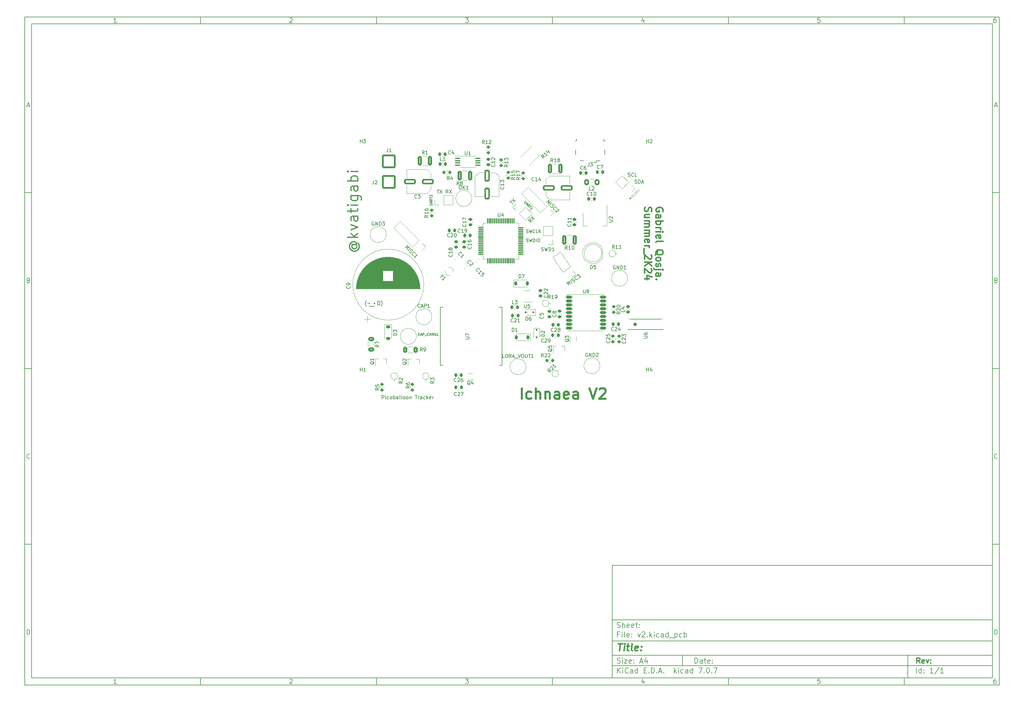
<source format=gto>
%TF.GenerationSoftware,KiCad,Pcbnew,7.0.7*%
%TF.CreationDate,2024-09-06T13:37:17+03:00*%
%TF.ProjectId,v2,76322e6b-6963-4616-945f-706362585858,rev?*%
%TF.SameCoordinates,Original*%
%TF.FileFunction,Legend,Top*%
%TF.FilePolarity,Positive*%
%FSLAX46Y46*%
G04 Gerber Fmt 4.6, Leading zero omitted, Abs format (unit mm)*
G04 Created by KiCad (PCBNEW 7.0.7) date 2024-09-06 13:37:17*
%MOMM*%
%LPD*%
G01*
G04 APERTURE LIST*
G04 Aperture macros list*
%AMRoundRect*
0 Rectangle with rounded corners*
0 $1 Rounding radius*
0 $2 $3 $4 $5 $6 $7 $8 $9 X,Y pos of 4 corners*
0 Add a 4 corners polygon primitive as box body*
4,1,4,$2,$3,$4,$5,$6,$7,$8,$9,$2,$3,0*
0 Add four circle primitives for the rounded corners*
1,1,$1+$1,$2,$3*
1,1,$1+$1,$4,$5*
1,1,$1+$1,$6,$7*
1,1,$1+$1,$8,$9*
0 Add four rect primitives between the rounded corners*
20,1,$1+$1,$2,$3,$4,$5,0*
20,1,$1+$1,$4,$5,$6,$7,0*
20,1,$1+$1,$6,$7,$8,$9,0*
20,1,$1+$1,$8,$9,$2,$3,0*%
%AMHorizOval*
0 Thick line with rounded ends*
0 $1 width*
0 $2 $3 position (X,Y) of the first rounded end (center of the circle)*
0 $4 $5 position (X,Y) of the second rounded end (center of the circle)*
0 Add line between two ends*
20,1,$1,$2,$3,$4,$5,0*
0 Add two circle primitives to create the rounded ends*
1,1,$1,$2,$3*
1,1,$1,$4,$5*%
%AMRotRect*
0 Rectangle, with rotation*
0 The origin of the aperture is its center*
0 $1 length*
0 $2 width*
0 $3 Rotation angle, in degrees counterclockwise*
0 Add horizontal line*
21,1,$1,$2,0,0,$3*%
G04 Aperture macros list end*
%ADD10C,0.100000*%
%ADD11C,0.150000*%
%ADD12C,0.300000*%
%ADD13C,0.400000*%
%ADD14C,0.600000*%
%ADD15C,0.375000*%
%ADD16C,0.125000*%
%ADD17C,0.120000*%
%ADD18C,0.127000*%
%ADD19C,0.500000*%
%ADD20RoundRect,0.112500X0.187500X0.112500X-0.187500X0.112500X-0.187500X-0.112500X0.187500X-0.112500X0*%
%ADD21RoundRect,0.225000X0.250000X-0.225000X0.250000X0.225000X-0.250000X0.225000X-0.250000X-0.225000X0*%
%ADD22RoundRect,0.250002X-1.699998X-1.699998X1.699998X-1.699998X1.699998X1.699998X-1.699998X1.699998X0*%
%ADD23RoundRect,0.225000X0.335876X0.017678X0.017678X0.335876X-0.335876X-0.017678X-0.017678X-0.335876X0*%
%ADD24RoundRect,0.200000X0.275000X-0.200000X0.275000X0.200000X-0.275000X0.200000X-0.275000X-0.200000X0*%
%ADD25RoundRect,0.075000X-0.700000X-0.075000X0.700000X-0.075000X0.700000X0.075000X-0.700000X0.075000X0*%
%ADD26RoundRect,0.075000X-0.075000X-0.700000X0.075000X-0.700000X0.075000X0.700000X-0.075000X0.700000X0*%
%ADD27RoundRect,0.250000X-0.312500X-1.075000X0.312500X-1.075000X0.312500X1.075000X-0.312500X1.075000X0*%
%ADD28RoundRect,0.225000X0.225000X0.250000X-0.225000X0.250000X-0.225000X-0.250000X0.225000X-0.250000X0*%
%ADD29RoundRect,0.225000X-0.250000X0.225000X-0.250000X-0.225000X0.250000X-0.225000X0.250000X0.225000X0*%
%ADD30RotRect,1.700000X1.700000X225.000000*%
%ADD31HorizOval,1.700000X0.000000X0.000000X0.000000X0.000000X0*%
%ADD32RoundRect,0.225000X0.225000X0.375000X-0.225000X0.375000X-0.225000X-0.375000X0.225000X-0.375000X0*%
%ADD33RoundRect,0.200000X-0.200000X-0.275000X0.200000X-0.275000X0.200000X0.275000X-0.200000X0.275000X0*%
%ADD34RoundRect,0.250000X-1.412500X-0.550000X1.412500X-0.550000X1.412500X0.550000X-1.412500X0.550000X0*%
%ADD35C,1.400000*%
%ADD36O,1.400000X1.400000*%
%ADD37R,0.800000X0.900000*%
%ADD38RoundRect,0.250000X0.312500X1.075000X-0.312500X1.075000X-0.312500X-1.075000X0.312500X-1.075000X0*%
%ADD39R,1.700000X1.700000*%
%ADD40O,1.700000X1.700000*%
%ADD41R,1.500000X2.000000*%
%ADD42RoundRect,0.225000X-0.225000X-0.375000X0.225000X-0.375000X0.225000X0.375000X-0.225000X0.375000X0*%
%ADD43C,4.000000*%
%ADD44RoundRect,0.200000X-0.275000X0.200000X-0.275000X-0.200000X0.275000X-0.200000X0.275000X0.200000X0*%
%ADD45RotRect,1.700000X1.700000X214.000000*%
%ADD46HorizOval,1.700000X0.000000X0.000000X0.000000X0.000000X0*%
%ADD47RoundRect,0.225000X-0.225000X-0.250000X0.225000X-0.250000X0.225000X0.250000X-0.225000X0.250000X0*%
%ADD48RoundRect,0.112500X-0.112500X0.187500X-0.112500X-0.187500X0.112500X-0.187500X0.112500X0.187500X0*%
%ADD49RoundRect,0.218750X-0.218750X-0.256250X0.218750X-0.256250X0.218750X0.256250X-0.218750X0.256250X0*%
%ADD50O,0.800000X0.800000*%
%ADD51R,0.450000X1.300000*%
%ADD52O,1.450000X2.000000*%
%ADD53O,1.150000X1.800000*%
%ADD54R,0.510000X0.400000*%
%ADD55R,1.800000X1.800000*%
%ADD56C,1.800000*%
%ADD57RoundRect,0.218750X0.256250X-0.218750X0.256250X0.218750X-0.256250X0.218750X-0.256250X-0.218750X0*%
%ADD58R,2.400000X2.400000*%
%ADD59C,2.400000*%
%ADD60RoundRect,0.200000X-0.700000X-0.200000X0.700000X-0.200000X0.700000X0.200000X-0.700000X0.200000X0*%
%ADD61C,3.200000*%
%ADD62RoundRect,0.250001X0.462499X0.624999X-0.462499X0.624999X-0.462499X-0.624999X0.462499X-0.624999X0*%
%ADD63HorizOval,1.400000X0.000000X0.000000X0.000000X0.000000X0*%
%ADD64RoundRect,0.100000X-0.637500X-0.100000X0.637500X-0.100000X0.637500X0.100000X-0.637500X0.100000X0*%
%ADD65RoundRect,0.250000X-0.312500X-0.625000X0.312500X-0.625000X0.312500X0.625000X-0.312500X0.625000X0*%
%ADD66RoundRect,0.225000X-0.375000X0.225000X-0.375000X-0.225000X0.375000X-0.225000X0.375000X0.225000X0*%
%ADD67R,3.800000X2.000000*%
%ADD68R,1.400000X3.000000*%
%ADD69R,0.400000X0.510000*%
%ADD70RoundRect,0.250000X-0.751301X1.263953X-1.263953X0.751301X0.751301X-1.263953X1.263953X-0.751301X0*%
%ADD71C,1.000000*%
%ADD72RotRect,1.700000X1.700000X45.000000*%
%ADD73HorizOval,1.700000X0.000000X0.000000X0.000000X0.000000X0*%
%ADD74R,1.560000X0.650000*%
%ADD75RoundRect,0.250000X-0.550000X1.412500X-0.550000X-1.412500X0.550000X-1.412500X0.550000X1.412500X0*%
%ADD76RoundRect,0.250000X-0.625000X0.312500X-0.625000X-0.312500X0.625000X-0.312500X0.625000X0.312500X0*%
%ADD77RoundRect,0.250000X1.412500X0.550000X-1.412500X0.550000X-1.412500X-0.550000X1.412500X-0.550000X0*%
%ADD78R,1.500000X1.500000*%
%ADD79C,1.500000*%
G04 APERTURE END LIST*
D10*
D11*
X177002200Y-166007200D02*
X285002200Y-166007200D01*
X285002200Y-198007200D01*
X177002200Y-198007200D01*
X177002200Y-166007200D01*
D10*
D11*
X10000000Y-10000000D02*
X287002200Y-10000000D01*
X287002200Y-200007200D01*
X10000000Y-200007200D01*
X10000000Y-10000000D01*
D10*
D11*
X12000000Y-12000000D02*
X285002200Y-12000000D01*
X285002200Y-198007200D01*
X12000000Y-198007200D01*
X12000000Y-12000000D01*
D10*
D11*
X60000000Y-12000000D02*
X60000000Y-10000000D01*
D10*
D11*
X110000000Y-12000000D02*
X110000000Y-10000000D01*
D10*
D11*
X160000000Y-12000000D02*
X160000000Y-10000000D01*
D10*
D11*
X210000000Y-12000000D02*
X210000000Y-10000000D01*
D10*
D11*
X260000000Y-12000000D02*
X260000000Y-10000000D01*
D10*
D11*
X36089160Y-11593604D02*
X35346303Y-11593604D01*
X35717731Y-11593604D02*
X35717731Y-10293604D01*
X35717731Y-10293604D02*
X35593922Y-10479319D01*
X35593922Y-10479319D02*
X35470112Y-10603128D01*
X35470112Y-10603128D02*
X35346303Y-10665033D01*
D10*
D11*
X85346303Y-10417414D02*
X85408207Y-10355509D01*
X85408207Y-10355509D02*
X85532017Y-10293604D01*
X85532017Y-10293604D02*
X85841541Y-10293604D01*
X85841541Y-10293604D02*
X85965350Y-10355509D01*
X85965350Y-10355509D02*
X86027255Y-10417414D01*
X86027255Y-10417414D02*
X86089160Y-10541223D01*
X86089160Y-10541223D02*
X86089160Y-10665033D01*
X86089160Y-10665033D02*
X86027255Y-10850747D01*
X86027255Y-10850747D02*
X85284398Y-11593604D01*
X85284398Y-11593604D02*
X86089160Y-11593604D01*
D10*
D11*
X135284398Y-10293604D02*
X136089160Y-10293604D01*
X136089160Y-10293604D02*
X135655826Y-10788842D01*
X135655826Y-10788842D02*
X135841541Y-10788842D01*
X135841541Y-10788842D02*
X135965350Y-10850747D01*
X135965350Y-10850747D02*
X136027255Y-10912652D01*
X136027255Y-10912652D02*
X136089160Y-11036461D01*
X136089160Y-11036461D02*
X136089160Y-11345985D01*
X136089160Y-11345985D02*
X136027255Y-11469795D01*
X136027255Y-11469795D02*
X135965350Y-11531700D01*
X135965350Y-11531700D02*
X135841541Y-11593604D01*
X135841541Y-11593604D02*
X135470112Y-11593604D01*
X135470112Y-11593604D02*
X135346303Y-11531700D01*
X135346303Y-11531700D02*
X135284398Y-11469795D01*
D10*
D11*
X185965350Y-10726938D02*
X185965350Y-11593604D01*
X185655826Y-10231700D02*
X185346303Y-11160271D01*
X185346303Y-11160271D02*
X186151064Y-11160271D01*
D10*
D11*
X236027255Y-10293604D02*
X235408207Y-10293604D01*
X235408207Y-10293604D02*
X235346303Y-10912652D01*
X235346303Y-10912652D02*
X235408207Y-10850747D01*
X235408207Y-10850747D02*
X235532017Y-10788842D01*
X235532017Y-10788842D02*
X235841541Y-10788842D01*
X235841541Y-10788842D02*
X235965350Y-10850747D01*
X235965350Y-10850747D02*
X236027255Y-10912652D01*
X236027255Y-10912652D02*
X236089160Y-11036461D01*
X236089160Y-11036461D02*
X236089160Y-11345985D01*
X236089160Y-11345985D02*
X236027255Y-11469795D01*
X236027255Y-11469795D02*
X235965350Y-11531700D01*
X235965350Y-11531700D02*
X235841541Y-11593604D01*
X235841541Y-11593604D02*
X235532017Y-11593604D01*
X235532017Y-11593604D02*
X235408207Y-11531700D01*
X235408207Y-11531700D02*
X235346303Y-11469795D01*
D10*
D11*
X285965350Y-10293604D02*
X285717731Y-10293604D01*
X285717731Y-10293604D02*
X285593922Y-10355509D01*
X285593922Y-10355509D02*
X285532017Y-10417414D01*
X285532017Y-10417414D02*
X285408207Y-10603128D01*
X285408207Y-10603128D02*
X285346303Y-10850747D01*
X285346303Y-10850747D02*
X285346303Y-11345985D01*
X285346303Y-11345985D02*
X285408207Y-11469795D01*
X285408207Y-11469795D02*
X285470112Y-11531700D01*
X285470112Y-11531700D02*
X285593922Y-11593604D01*
X285593922Y-11593604D02*
X285841541Y-11593604D01*
X285841541Y-11593604D02*
X285965350Y-11531700D01*
X285965350Y-11531700D02*
X286027255Y-11469795D01*
X286027255Y-11469795D02*
X286089160Y-11345985D01*
X286089160Y-11345985D02*
X286089160Y-11036461D01*
X286089160Y-11036461D02*
X286027255Y-10912652D01*
X286027255Y-10912652D02*
X285965350Y-10850747D01*
X285965350Y-10850747D02*
X285841541Y-10788842D01*
X285841541Y-10788842D02*
X285593922Y-10788842D01*
X285593922Y-10788842D02*
X285470112Y-10850747D01*
X285470112Y-10850747D02*
X285408207Y-10912652D01*
X285408207Y-10912652D02*
X285346303Y-11036461D01*
D10*
D11*
X60000000Y-198007200D02*
X60000000Y-200007200D01*
D10*
D11*
X110000000Y-198007200D02*
X110000000Y-200007200D01*
D10*
D11*
X160000000Y-198007200D02*
X160000000Y-200007200D01*
D10*
D11*
X210000000Y-198007200D02*
X210000000Y-200007200D01*
D10*
D11*
X260000000Y-198007200D02*
X260000000Y-200007200D01*
D10*
D11*
X36089160Y-199600804D02*
X35346303Y-199600804D01*
X35717731Y-199600804D02*
X35717731Y-198300804D01*
X35717731Y-198300804D02*
X35593922Y-198486519D01*
X35593922Y-198486519D02*
X35470112Y-198610328D01*
X35470112Y-198610328D02*
X35346303Y-198672233D01*
D10*
D11*
X85346303Y-198424614D02*
X85408207Y-198362709D01*
X85408207Y-198362709D02*
X85532017Y-198300804D01*
X85532017Y-198300804D02*
X85841541Y-198300804D01*
X85841541Y-198300804D02*
X85965350Y-198362709D01*
X85965350Y-198362709D02*
X86027255Y-198424614D01*
X86027255Y-198424614D02*
X86089160Y-198548423D01*
X86089160Y-198548423D02*
X86089160Y-198672233D01*
X86089160Y-198672233D02*
X86027255Y-198857947D01*
X86027255Y-198857947D02*
X85284398Y-199600804D01*
X85284398Y-199600804D02*
X86089160Y-199600804D01*
D10*
D11*
X135284398Y-198300804D02*
X136089160Y-198300804D01*
X136089160Y-198300804D02*
X135655826Y-198796042D01*
X135655826Y-198796042D02*
X135841541Y-198796042D01*
X135841541Y-198796042D02*
X135965350Y-198857947D01*
X135965350Y-198857947D02*
X136027255Y-198919852D01*
X136027255Y-198919852D02*
X136089160Y-199043661D01*
X136089160Y-199043661D02*
X136089160Y-199353185D01*
X136089160Y-199353185D02*
X136027255Y-199476995D01*
X136027255Y-199476995D02*
X135965350Y-199538900D01*
X135965350Y-199538900D02*
X135841541Y-199600804D01*
X135841541Y-199600804D02*
X135470112Y-199600804D01*
X135470112Y-199600804D02*
X135346303Y-199538900D01*
X135346303Y-199538900D02*
X135284398Y-199476995D01*
D10*
D11*
X185965350Y-198734138D02*
X185965350Y-199600804D01*
X185655826Y-198238900D02*
X185346303Y-199167471D01*
X185346303Y-199167471D02*
X186151064Y-199167471D01*
D10*
D11*
X236027255Y-198300804D02*
X235408207Y-198300804D01*
X235408207Y-198300804D02*
X235346303Y-198919852D01*
X235346303Y-198919852D02*
X235408207Y-198857947D01*
X235408207Y-198857947D02*
X235532017Y-198796042D01*
X235532017Y-198796042D02*
X235841541Y-198796042D01*
X235841541Y-198796042D02*
X235965350Y-198857947D01*
X235965350Y-198857947D02*
X236027255Y-198919852D01*
X236027255Y-198919852D02*
X236089160Y-199043661D01*
X236089160Y-199043661D02*
X236089160Y-199353185D01*
X236089160Y-199353185D02*
X236027255Y-199476995D01*
X236027255Y-199476995D02*
X235965350Y-199538900D01*
X235965350Y-199538900D02*
X235841541Y-199600804D01*
X235841541Y-199600804D02*
X235532017Y-199600804D01*
X235532017Y-199600804D02*
X235408207Y-199538900D01*
X235408207Y-199538900D02*
X235346303Y-199476995D01*
D10*
D11*
X285965350Y-198300804D02*
X285717731Y-198300804D01*
X285717731Y-198300804D02*
X285593922Y-198362709D01*
X285593922Y-198362709D02*
X285532017Y-198424614D01*
X285532017Y-198424614D02*
X285408207Y-198610328D01*
X285408207Y-198610328D02*
X285346303Y-198857947D01*
X285346303Y-198857947D02*
X285346303Y-199353185D01*
X285346303Y-199353185D02*
X285408207Y-199476995D01*
X285408207Y-199476995D02*
X285470112Y-199538900D01*
X285470112Y-199538900D02*
X285593922Y-199600804D01*
X285593922Y-199600804D02*
X285841541Y-199600804D01*
X285841541Y-199600804D02*
X285965350Y-199538900D01*
X285965350Y-199538900D02*
X286027255Y-199476995D01*
X286027255Y-199476995D02*
X286089160Y-199353185D01*
X286089160Y-199353185D02*
X286089160Y-199043661D01*
X286089160Y-199043661D02*
X286027255Y-198919852D01*
X286027255Y-198919852D02*
X285965350Y-198857947D01*
X285965350Y-198857947D02*
X285841541Y-198796042D01*
X285841541Y-198796042D02*
X285593922Y-198796042D01*
X285593922Y-198796042D02*
X285470112Y-198857947D01*
X285470112Y-198857947D02*
X285408207Y-198919852D01*
X285408207Y-198919852D02*
X285346303Y-199043661D01*
D10*
D11*
X10000000Y-60000000D02*
X12000000Y-60000000D01*
D10*
D11*
X10000000Y-110000000D02*
X12000000Y-110000000D01*
D10*
D11*
X10000000Y-160000000D02*
X12000000Y-160000000D01*
D10*
D11*
X10690476Y-35222176D02*
X11309523Y-35222176D01*
X10566666Y-35593604D02*
X10999999Y-34293604D01*
X10999999Y-34293604D02*
X11433333Y-35593604D01*
D10*
D11*
X11092857Y-84912652D02*
X11278571Y-84974557D01*
X11278571Y-84974557D02*
X11340476Y-85036461D01*
X11340476Y-85036461D02*
X11402380Y-85160271D01*
X11402380Y-85160271D02*
X11402380Y-85345985D01*
X11402380Y-85345985D02*
X11340476Y-85469795D01*
X11340476Y-85469795D02*
X11278571Y-85531700D01*
X11278571Y-85531700D02*
X11154761Y-85593604D01*
X11154761Y-85593604D02*
X10659523Y-85593604D01*
X10659523Y-85593604D02*
X10659523Y-84293604D01*
X10659523Y-84293604D02*
X11092857Y-84293604D01*
X11092857Y-84293604D02*
X11216666Y-84355509D01*
X11216666Y-84355509D02*
X11278571Y-84417414D01*
X11278571Y-84417414D02*
X11340476Y-84541223D01*
X11340476Y-84541223D02*
X11340476Y-84665033D01*
X11340476Y-84665033D02*
X11278571Y-84788842D01*
X11278571Y-84788842D02*
X11216666Y-84850747D01*
X11216666Y-84850747D02*
X11092857Y-84912652D01*
X11092857Y-84912652D02*
X10659523Y-84912652D01*
D10*
D11*
X11402380Y-135469795D02*
X11340476Y-135531700D01*
X11340476Y-135531700D02*
X11154761Y-135593604D01*
X11154761Y-135593604D02*
X11030952Y-135593604D01*
X11030952Y-135593604D02*
X10845238Y-135531700D01*
X10845238Y-135531700D02*
X10721428Y-135407890D01*
X10721428Y-135407890D02*
X10659523Y-135284080D01*
X10659523Y-135284080D02*
X10597619Y-135036461D01*
X10597619Y-135036461D02*
X10597619Y-134850747D01*
X10597619Y-134850747D02*
X10659523Y-134603128D01*
X10659523Y-134603128D02*
X10721428Y-134479319D01*
X10721428Y-134479319D02*
X10845238Y-134355509D01*
X10845238Y-134355509D02*
X11030952Y-134293604D01*
X11030952Y-134293604D02*
X11154761Y-134293604D01*
X11154761Y-134293604D02*
X11340476Y-134355509D01*
X11340476Y-134355509D02*
X11402380Y-134417414D01*
D10*
D11*
X10659523Y-185593604D02*
X10659523Y-184293604D01*
X10659523Y-184293604D02*
X10969047Y-184293604D01*
X10969047Y-184293604D02*
X11154761Y-184355509D01*
X11154761Y-184355509D02*
X11278571Y-184479319D01*
X11278571Y-184479319D02*
X11340476Y-184603128D01*
X11340476Y-184603128D02*
X11402380Y-184850747D01*
X11402380Y-184850747D02*
X11402380Y-185036461D01*
X11402380Y-185036461D02*
X11340476Y-185284080D01*
X11340476Y-185284080D02*
X11278571Y-185407890D01*
X11278571Y-185407890D02*
X11154761Y-185531700D01*
X11154761Y-185531700D02*
X10969047Y-185593604D01*
X10969047Y-185593604D02*
X10659523Y-185593604D01*
D10*
D11*
X287002200Y-60000000D02*
X285002200Y-60000000D01*
D10*
D11*
X287002200Y-110000000D02*
X285002200Y-110000000D01*
D10*
D11*
X287002200Y-160000000D02*
X285002200Y-160000000D01*
D10*
D11*
X285692676Y-35222176D02*
X286311723Y-35222176D01*
X285568866Y-35593604D02*
X286002199Y-34293604D01*
X286002199Y-34293604D02*
X286435533Y-35593604D01*
D10*
D11*
X286095057Y-84912652D02*
X286280771Y-84974557D01*
X286280771Y-84974557D02*
X286342676Y-85036461D01*
X286342676Y-85036461D02*
X286404580Y-85160271D01*
X286404580Y-85160271D02*
X286404580Y-85345985D01*
X286404580Y-85345985D02*
X286342676Y-85469795D01*
X286342676Y-85469795D02*
X286280771Y-85531700D01*
X286280771Y-85531700D02*
X286156961Y-85593604D01*
X286156961Y-85593604D02*
X285661723Y-85593604D01*
X285661723Y-85593604D02*
X285661723Y-84293604D01*
X285661723Y-84293604D02*
X286095057Y-84293604D01*
X286095057Y-84293604D02*
X286218866Y-84355509D01*
X286218866Y-84355509D02*
X286280771Y-84417414D01*
X286280771Y-84417414D02*
X286342676Y-84541223D01*
X286342676Y-84541223D02*
X286342676Y-84665033D01*
X286342676Y-84665033D02*
X286280771Y-84788842D01*
X286280771Y-84788842D02*
X286218866Y-84850747D01*
X286218866Y-84850747D02*
X286095057Y-84912652D01*
X286095057Y-84912652D02*
X285661723Y-84912652D01*
D10*
D11*
X286404580Y-135469795D02*
X286342676Y-135531700D01*
X286342676Y-135531700D02*
X286156961Y-135593604D01*
X286156961Y-135593604D02*
X286033152Y-135593604D01*
X286033152Y-135593604D02*
X285847438Y-135531700D01*
X285847438Y-135531700D02*
X285723628Y-135407890D01*
X285723628Y-135407890D02*
X285661723Y-135284080D01*
X285661723Y-135284080D02*
X285599819Y-135036461D01*
X285599819Y-135036461D02*
X285599819Y-134850747D01*
X285599819Y-134850747D02*
X285661723Y-134603128D01*
X285661723Y-134603128D02*
X285723628Y-134479319D01*
X285723628Y-134479319D02*
X285847438Y-134355509D01*
X285847438Y-134355509D02*
X286033152Y-134293604D01*
X286033152Y-134293604D02*
X286156961Y-134293604D01*
X286156961Y-134293604D02*
X286342676Y-134355509D01*
X286342676Y-134355509D02*
X286404580Y-134417414D01*
D10*
D11*
X285661723Y-185593604D02*
X285661723Y-184293604D01*
X285661723Y-184293604D02*
X285971247Y-184293604D01*
X285971247Y-184293604D02*
X286156961Y-184355509D01*
X286156961Y-184355509D02*
X286280771Y-184479319D01*
X286280771Y-184479319D02*
X286342676Y-184603128D01*
X286342676Y-184603128D02*
X286404580Y-184850747D01*
X286404580Y-184850747D02*
X286404580Y-185036461D01*
X286404580Y-185036461D02*
X286342676Y-185284080D01*
X286342676Y-185284080D02*
X286280771Y-185407890D01*
X286280771Y-185407890D02*
X286156961Y-185531700D01*
X286156961Y-185531700D02*
X285971247Y-185593604D01*
X285971247Y-185593604D02*
X285661723Y-185593604D01*
D10*
D11*
X200458026Y-193793328D02*
X200458026Y-192293328D01*
X200458026Y-192293328D02*
X200815169Y-192293328D01*
X200815169Y-192293328D02*
X201029455Y-192364757D01*
X201029455Y-192364757D02*
X201172312Y-192507614D01*
X201172312Y-192507614D02*
X201243741Y-192650471D01*
X201243741Y-192650471D02*
X201315169Y-192936185D01*
X201315169Y-192936185D02*
X201315169Y-193150471D01*
X201315169Y-193150471D02*
X201243741Y-193436185D01*
X201243741Y-193436185D02*
X201172312Y-193579042D01*
X201172312Y-193579042D02*
X201029455Y-193721900D01*
X201029455Y-193721900D02*
X200815169Y-193793328D01*
X200815169Y-193793328D02*
X200458026Y-193793328D01*
X202600884Y-193793328D02*
X202600884Y-193007614D01*
X202600884Y-193007614D02*
X202529455Y-192864757D01*
X202529455Y-192864757D02*
X202386598Y-192793328D01*
X202386598Y-192793328D02*
X202100884Y-192793328D01*
X202100884Y-192793328D02*
X201958026Y-192864757D01*
X202600884Y-193721900D02*
X202458026Y-193793328D01*
X202458026Y-193793328D02*
X202100884Y-193793328D01*
X202100884Y-193793328D02*
X201958026Y-193721900D01*
X201958026Y-193721900D02*
X201886598Y-193579042D01*
X201886598Y-193579042D02*
X201886598Y-193436185D01*
X201886598Y-193436185D02*
X201958026Y-193293328D01*
X201958026Y-193293328D02*
X202100884Y-193221900D01*
X202100884Y-193221900D02*
X202458026Y-193221900D01*
X202458026Y-193221900D02*
X202600884Y-193150471D01*
X203100884Y-192793328D02*
X203672312Y-192793328D01*
X203315169Y-192293328D02*
X203315169Y-193579042D01*
X203315169Y-193579042D02*
X203386598Y-193721900D01*
X203386598Y-193721900D02*
X203529455Y-193793328D01*
X203529455Y-193793328D02*
X203672312Y-193793328D01*
X204743741Y-193721900D02*
X204600884Y-193793328D01*
X204600884Y-193793328D02*
X204315170Y-193793328D01*
X204315170Y-193793328D02*
X204172312Y-193721900D01*
X204172312Y-193721900D02*
X204100884Y-193579042D01*
X204100884Y-193579042D02*
X204100884Y-193007614D01*
X204100884Y-193007614D02*
X204172312Y-192864757D01*
X204172312Y-192864757D02*
X204315170Y-192793328D01*
X204315170Y-192793328D02*
X204600884Y-192793328D01*
X204600884Y-192793328D02*
X204743741Y-192864757D01*
X204743741Y-192864757D02*
X204815170Y-193007614D01*
X204815170Y-193007614D02*
X204815170Y-193150471D01*
X204815170Y-193150471D02*
X204100884Y-193293328D01*
X205458026Y-193650471D02*
X205529455Y-193721900D01*
X205529455Y-193721900D02*
X205458026Y-193793328D01*
X205458026Y-193793328D02*
X205386598Y-193721900D01*
X205386598Y-193721900D02*
X205458026Y-193650471D01*
X205458026Y-193650471D02*
X205458026Y-193793328D01*
X205458026Y-192864757D02*
X205529455Y-192936185D01*
X205529455Y-192936185D02*
X205458026Y-193007614D01*
X205458026Y-193007614D02*
X205386598Y-192936185D01*
X205386598Y-192936185D02*
X205458026Y-192864757D01*
X205458026Y-192864757D02*
X205458026Y-193007614D01*
D10*
D11*
X177002200Y-194507200D02*
X285002200Y-194507200D01*
D10*
D11*
X178458026Y-196593328D02*
X178458026Y-195093328D01*
X179315169Y-196593328D02*
X178672312Y-195736185D01*
X179315169Y-195093328D02*
X178458026Y-195950471D01*
X179958026Y-196593328D02*
X179958026Y-195593328D01*
X179958026Y-195093328D02*
X179886598Y-195164757D01*
X179886598Y-195164757D02*
X179958026Y-195236185D01*
X179958026Y-195236185D02*
X180029455Y-195164757D01*
X180029455Y-195164757D02*
X179958026Y-195093328D01*
X179958026Y-195093328D02*
X179958026Y-195236185D01*
X181529455Y-196450471D02*
X181458027Y-196521900D01*
X181458027Y-196521900D02*
X181243741Y-196593328D01*
X181243741Y-196593328D02*
X181100884Y-196593328D01*
X181100884Y-196593328D02*
X180886598Y-196521900D01*
X180886598Y-196521900D02*
X180743741Y-196379042D01*
X180743741Y-196379042D02*
X180672312Y-196236185D01*
X180672312Y-196236185D02*
X180600884Y-195950471D01*
X180600884Y-195950471D02*
X180600884Y-195736185D01*
X180600884Y-195736185D02*
X180672312Y-195450471D01*
X180672312Y-195450471D02*
X180743741Y-195307614D01*
X180743741Y-195307614D02*
X180886598Y-195164757D01*
X180886598Y-195164757D02*
X181100884Y-195093328D01*
X181100884Y-195093328D02*
X181243741Y-195093328D01*
X181243741Y-195093328D02*
X181458027Y-195164757D01*
X181458027Y-195164757D02*
X181529455Y-195236185D01*
X182815170Y-196593328D02*
X182815170Y-195807614D01*
X182815170Y-195807614D02*
X182743741Y-195664757D01*
X182743741Y-195664757D02*
X182600884Y-195593328D01*
X182600884Y-195593328D02*
X182315170Y-195593328D01*
X182315170Y-195593328D02*
X182172312Y-195664757D01*
X182815170Y-196521900D02*
X182672312Y-196593328D01*
X182672312Y-196593328D02*
X182315170Y-196593328D01*
X182315170Y-196593328D02*
X182172312Y-196521900D01*
X182172312Y-196521900D02*
X182100884Y-196379042D01*
X182100884Y-196379042D02*
X182100884Y-196236185D01*
X182100884Y-196236185D02*
X182172312Y-196093328D01*
X182172312Y-196093328D02*
X182315170Y-196021900D01*
X182315170Y-196021900D02*
X182672312Y-196021900D01*
X182672312Y-196021900D02*
X182815170Y-195950471D01*
X184172313Y-196593328D02*
X184172313Y-195093328D01*
X184172313Y-196521900D02*
X184029455Y-196593328D01*
X184029455Y-196593328D02*
X183743741Y-196593328D01*
X183743741Y-196593328D02*
X183600884Y-196521900D01*
X183600884Y-196521900D02*
X183529455Y-196450471D01*
X183529455Y-196450471D02*
X183458027Y-196307614D01*
X183458027Y-196307614D02*
X183458027Y-195879042D01*
X183458027Y-195879042D02*
X183529455Y-195736185D01*
X183529455Y-195736185D02*
X183600884Y-195664757D01*
X183600884Y-195664757D02*
X183743741Y-195593328D01*
X183743741Y-195593328D02*
X184029455Y-195593328D01*
X184029455Y-195593328D02*
X184172313Y-195664757D01*
X186029455Y-195807614D02*
X186529455Y-195807614D01*
X186743741Y-196593328D02*
X186029455Y-196593328D01*
X186029455Y-196593328D02*
X186029455Y-195093328D01*
X186029455Y-195093328D02*
X186743741Y-195093328D01*
X187386598Y-196450471D02*
X187458027Y-196521900D01*
X187458027Y-196521900D02*
X187386598Y-196593328D01*
X187386598Y-196593328D02*
X187315170Y-196521900D01*
X187315170Y-196521900D02*
X187386598Y-196450471D01*
X187386598Y-196450471D02*
X187386598Y-196593328D01*
X188100884Y-196593328D02*
X188100884Y-195093328D01*
X188100884Y-195093328D02*
X188458027Y-195093328D01*
X188458027Y-195093328D02*
X188672313Y-195164757D01*
X188672313Y-195164757D02*
X188815170Y-195307614D01*
X188815170Y-195307614D02*
X188886599Y-195450471D01*
X188886599Y-195450471D02*
X188958027Y-195736185D01*
X188958027Y-195736185D02*
X188958027Y-195950471D01*
X188958027Y-195950471D02*
X188886599Y-196236185D01*
X188886599Y-196236185D02*
X188815170Y-196379042D01*
X188815170Y-196379042D02*
X188672313Y-196521900D01*
X188672313Y-196521900D02*
X188458027Y-196593328D01*
X188458027Y-196593328D02*
X188100884Y-196593328D01*
X189600884Y-196450471D02*
X189672313Y-196521900D01*
X189672313Y-196521900D02*
X189600884Y-196593328D01*
X189600884Y-196593328D02*
X189529456Y-196521900D01*
X189529456Y-196521900D02*
X189600884Y-196450471D01*
X189600884Y-196450471D02*
X189600884Y-196593328D01*
X190243742Y-196164757D02*
X190958028Y-196164757D01*
X190100885Y-196593328D02*
X190600885Y-195093328D01*
X190600885Y-195093328D02*
X191100885Y-196593328D01*
X191600884Y-196450471D02*
X191672313Y-196521900D01*
X191672313Y-196521900D02*
X191600884Y-196593328D01*
X191600884Y-196593328D02*
X191529456Y-196521900D01*
X191529456Y-196521900D02*
X191600884Y-196450471D01*
X191600884Y-196450471D02*
X191600884Y-196593328D01*
X194600884Y-196593328D02*
X194600884Y-195093328D01*
X194743742Y-196021900D02*
X195172313Y-196593328D01*
X195172313Y-195593328D02*
X194600884Y-196164757D01*
X195815170Y-196593328D02*
X195815170Y-195593328D01*
X195815170Y-195093328D02*
X195743742Y-195164757D01*
X195743742Y-195164757D02*
X195815170Y-195236185D01*
X195815170Y-195236185D02*
X195886599Y-195164757D01*
X195886599Y-195164757D02*
X195815170Y-195093328D01*
X195815170Y-195093328D02*
X195815170Y-195236185D01*
X197172314Y-196521900D02*
X197029456Y-196593328D01*
X197029456Y-196593328D02*
X196743742Y-196593328D01*
X196743742Y-196593328D02*
X196600885Y-196521900D01*
X196600885Y-196521900D02*
X196529456Y-196450471D01*
X196529456Y-196450471D02*
X196458028Y-196307614D01*
X196458028Y-196307614D02*
X196458028Y-195879042D01*
X196458028Y-195879042D02*
X196529456Y-195736185D01*
X196529456Y-195736185D02*
X196600885Y-195664757D01*
X196600885Y-195664757D02*
X196743742Y-195593328D01*
X196743742Y-195593328D02*
X197029456Y-195593328D01*
X197029456Y-195593328D02*
X197172314Y-195664757D01*
X198458028Y-196593328D02*
X198458028Y-195807614D01*
X198458028Y-195807614D02*
X198386599Y-195664757D01*
X198386599Y-195664757D02*
X198243742Y-195593328D01*
X198243742Y-195593328D02*
X197958028Y-195593328D01*
X197958028Y-195593328D02*
X197815170Y-195664757D01*
X198458028Y-196521900D02*
X198315170Y-196593328D01*
X198315170Y-196593328D02*
X197958028Y-196593328D01*
X197958028Y-196593328D02*
X197815170Y-196521900D01*
X197815170Y-196521900D02*
X197743742Y-196379042D01*
X197743742Y-196379042D02*
X197743742Y-196236185D01*
X197743742Y-196236185D02*
X197815170Y-196093328D01*
X197815170Y-196093328D02*
X197958028Y-196021900D01*
X197958028Y-196021900D02*
X198315170Y-196021900D01*
X198315170Y-196021900D02*
X198458028Y-195950471D01*
X199815171Y-196593328D02*
X199815171Y-195093328D01*
X199815171Y-196521900D02*
X199672313Y-196593328D01*
X199672313Y-196593328D02*
X199386599Y-196593328D01*
X199386599Y-196593328D02*
X199243742Y-196521900D01*
X199243742Y-196521900D02*
X199172313Y-196450471D01*
X199172313Y-196450471D02*
X199100885Y-196307614D01*
X199100885Y-196307614D02*
X199100885Y-195879042D01*
X199100885Y-195879042D02*
X199172313Y-195736185D01*
X199172313Y-195736185D02*
X199243742Y-195664757D01*
X199243742Y-195664757D02*
X199386599Y-195593328D01*
X199386599Y-195593328D02*
X199672313Y-195593328D01*
X199672313Y-195593328D02*
X199815171Y-195664757D01*
X201529456Y-195093328D02*
X202529456Y-195093328D01*
X202529456Y-195093328D02*
X201886599Y-196593328D01*
X203100884Y-196450471D02*
X203172313Y-196521900D01*
X203172313Y-196521900D02*
X203100884Y-196593328D01*
X203100884Y-196593328D02*
X203029456Y-196521900D01*
X203029456Y-196521900D02*
X203100884Y-196450471D01*
X203100884Y-196450471D02*
X203100884Y-196593328D01*
X204100885Y-195093328D02*
X204243742Y-195093328D01*
X204243742Y-195093328D02*
X204386599Y-195164757D01*
X204386599Y-195164757D02*
X204458028Y-195236185D01*
X204458028Y-195236185D02*
X204529456Y-195379042D01*
X204529456Y-195379042D02*
X204600885Y-195664757D01*
X204600885Y-195664757D02*
X204600885Y-196021900D01*
X204600885Y-196021900D02*
X204529456Y-196307614D01*
X204529456Y-196307614D02*
X204458028Y-196450471D01*
X204458028Y-196450471D02*
X204386599Y-196521900D01*
X204386599Y-196521900D02*
X204243742Y-196593328D01*
X204243742Y-196593328D02*
X204100885Y-196593328D01*
X204100885Y-196593328D02*
X203958028Y-196521900D01*
X203958028Y-196521900D02*
X203886599Y-196450471D01*
X203886599Y-196450471D02*
X203815170Y-196307614D01*
X203815170Y-196307614D02*
X203743742Y-196021900D01*
X203743742Y-196021900D02*
X203743742Y-195664757D01*
X203743742Y-195664757D02*
X203815170Y-195379042D01*
X203815170Y-195379042D02*
X203886599Y-195236185D01*
X203886599Y-195236185D02*
X203958028Y-195164757D01*
X203958028Y-195164757D02*
X204100885Y-195093328D01*
X205243741Y-196450471D02*
X205315170Y-196521900D01*
X205315170Y-196521900D02*
X205243741Y-196593328D01*
X205243741Y-196593328D02*
X205172313Y-196521900D01*
X205172313Y-196521900D02*
X205243741Y-196450471D01*
X205243741Y-196450471D02*
X205243741Y-196593328D01*
X205815170Y-195093328D02*
X206815170Y-195093328D01*
X206815170Y-195093328D02*
X206172313Y-196593328D01*
D10*
D11*
X177002200Y-191507200D02*
X285002200Y-191507200D01*
D10*
D12*
X264413853Y-193785528D02*
X263913853Y-193071242D01*
X263556710Y-193785528D02*
X263556710Y-192285528D01*
X263556710Y-192285528D02*
X264128139Y-192285528D01*
X264128139Y-192285528D02*
X264270996Y-192356957D01*
X264270996Y-192356957D02*
X264342425Y-192428385D01*
X264342425Y-192428385D02*
X264413853Y-192571242D01*
X264413853Y-192571242D02*
X264413853Y-192785528D01*
X264413853Y-192785528D02*
X264342425Y-192928385D01*
X264342425Y-192928385D02*
X264270996Y-192999814D01*
X264270996Y-192999814D02*
X264128139Y-193071242D01*
X264128139Y-193071242D02*
X263556710Y-193071242D01*
X265628139Y-193714100D02*
X265485282Y-193785528D01*
X265485282Y-193785528D02*
X265199568Y-193785528D01*
X265199568Y-193785528D02*
X265056710Y-193714100D01*
X265056710Y-193714100D02*
X264985282Y-193571242D01*
X264985282Y-193571242D02*
X264985282Y-192999814D01*
X264985282Y-192999814D02*
X265056710Y-192856957D01*
X265056710Y-192856957D02*
X265199568Y-192785528D01*
X265199568Y-192785528D02*
X265485282Y-192785528D01*
X265485282Y-192785528D02*
X265628139Y-192856957D01*
X265628139Y-192856957D02*
X265699568Y-192999814D01*
X265699568Y-192999814D02*
X265699568Y-193142671D01*
X265699568Y-193142671D02*
X264985282Y-193285528D01*
X266199567Y-192785528D02*
X266556710Y-193785528D01*
X266556710Y-193785528D02*
X266913853Y-192785528D01*
X267485281Y-193642671D02*
X267556710Y-193714100D01*
X267556710Y-193714100D02*
X267485281Y-193785528D01*
X267485281Y-193785528D02*
X267413853Y-193714100D01*
X267413853Y-193714100D02*
X267485281Y-193642671D01*
X267485281Y-193642671D02*
X267485281Y-193785528D01*
X267485281Y-192856957D02*
X267556710Y-192928385D01*
X267556710Y-192928385D02*
X267485281Y-192999814D01*
X267485281Y-192999814D02*
X267413853Y-192928385D01*
X267413853Y-192928385D02*
X267485281Y-192856957D01*
X267485281Y-192856957D02*
X267485281Y-192999814D01*
D10*
D11*
X178386598Y-193721900D02*
X178600884Y-193793328D01*
X178600884Y-193793328D02*
X178958026Y-193793328D01*
X178958026Y-193793328D02*
X179100884Y-193721900D01*
X179100884Y-193721900D02*
X179172312Y-193650471D01*
X179172312Y-193650471D02*
X179243741Y-193507614D01*
X179243741Y-193507614D02*
X179243741Y-193364757D01*
X179243741Y-193364757D02*
X179172312Y-193221900D01*
X179172312Y-193221900D02*
X179100884Y-193150471D01*
X179100884Y-193150471D02*
X178958026Y-193079042D01*
X178958026Y-193079042D02*
X178672312Y-193007614D01*
X178672312Y-193007614D02*
X178529455Y-192936185D01*
X178529455Y-192936185D02*
X178458026Y-192864757D01*
X178458026Y-192864757D02*
X178386598Y-192721900D01*
X178386598Y-192721900D02*
X178386598Y-192579042D01*
X178386598Y-192579042D02*
X178458026Y-192436185D01*
X178458026Y-192436185D02*
X178529455Y-192364757D01*
X178529455Y-192364757D02*
X178672312Y-192293328D01*
X178672312Y-192293328D02*
X179029455Y-192293328D01*
X179029455Y-192293328D02*
X179243741Y-192364757D01*
X179886597Y-193793328D02*
X179886597Y-192793328D01*
X179886597Y-192293328D02*
X179815169Y-192364757D01*
X179815169Y-192364757D02*
X179886597Y-192436185D01*
X179886597Y-192436185D02*
X179958026Y-192364757D01*
X179958026Y-192364757D02*
X179886597Y-192293328D01*
X179886597Y-192293328D02*
X179886597Y-192436185D01*
X180458026Y-192793328D02*
X181243741Y-192793328D01*
X181243741Y-192793328D02*
X180458026Y-193793328D01*
X180458026Y-193793328D02*
X181243741Y-193793328D01*
X182386598Y-193721900D02*
X182243741Y-193793328D01*
X182243741Y-193793328D02*
X181958027Y-193793328D01*
X181958027Y-193793328D02*
X181815169Y-193721900D01*
X181815169Y-193721900D02*
X181743741Y-193579042D01*
X181743741Y-193579042D02*
X181743741Y-193007614D01*
X181743741Y-193007614D02*
X181815169Y-192864757D01*
X181815169Y-192864757D02*
X181958027Y-192793328D01*
X181958027Y-192793328D02*
X182243741Y-192793328D01*
X182243741Y-192793328D02*
X182386598Y-192864757D01*
X182386598Y-192864757D02*
X182458027Y-193007614D01*
X182458027Y-193007614D02*
X182458027Y-193150471D01*
X182458027Y-193150471D02*
X181743741Y-193293328D01*
X183100883Y-193650471D02*
X183172312Y-193721900D01*
X183172312Y-193721900D02*
X183100883Y-193793328D01*
X183100883Y-193793328D02*
X183029455Y-193721900D01*
X183029455Y-193721900D02*
X183100883Y-193650471D01*
X183100883Y-193650471D02*
X183100883Y-193793328D01*
X183100883Y-192864757D02*
X183172312Y-192936185D01*
X183172312Y-192936185D02*
X183100883Y-193007614D01*
X183100883Y-193007614D02*
X183029455Y-192936185D01*
X183029455Y-192936185D02*
X183100883Y-192864757D01*
X183100883Y-192864757D02*
X183100883Y-193007614D01*
X184886598Y-193364757D02*
X185600884Y-193364757D01*
X184743741Y-193793328D02*
X185243741Y-192293328D01*
X185243741Y-192293328D02*
X185743741Y-193793328D01*
X186886598Y-192793328D02*
X186886598Y-193793328D01*
X186529455Y-192221900D02*
X186172312Y-193293328D01*
X186172312Y-193293328D02*
X187100883Y-193293328D01*
D10*
D11*
X263458026Y-196593328D02*
X263458026Y-195093328D01*
X264815170Y-196593328D02*
X264815170Y-195093328D01*
X264815170Y-196521900D02*
X264672312Y-196593328D01*
X264672312Y-196593328D02*
X264386598Y-196593328D01*
X264386598Y-196593328D02*
X264243741Y-196521900D01*
X264243741Y-196521900D02*
X264172312Y-196450471D01*
X264172312Y-196450471D02*
X264100884Y-196307614D01*
X264100884Y-196307614D02*
X264100884Y-195879042D01*
X264100884Y-195879042D02*
X264172312Y-195736185D01*
X264172312Y-195736185D02*
X264243741Y-195664757D01*
X264243741Y-195664757D02*
X264386598Y-195593328D01*
X264386598Y-195593328D02*
X264672312Y-195593328D01*
X264672312Y-195593328D02*
X264815170Y-195664757D01*
X265529455Y-196450471D02*
X265600884Y-196521900D01*
X265600884Y-196521900D02*
X265529455Y-196593328D01*
X265529455Y-196593328D02*
X265458027Y-196521900D01*
X265458027Y-196521900D02*
X265529455Y-196450471D01*
X265529455Y-196450471D02*
X265529455Y-196593328D01*
X265529455Y-195664757D02*
X265600884Y-195736185D01*
X265600884Y-195736185D02*
X265529455Y-195807614D01*
X265529455Y-195807614D02*
X265458027Y-195736185D01*
X265458027Y-195736185D02*
X265529455Y-195664757D01*
X265529455Y-195664757D02*
X265529455Y-195807614D01*
X268172313Y-196593328D02*
X267315170Y-196593328D01*
X267743741Y-196593328D02*
X267743741Y-195093328D01*
X267743741Y-195093328D02*
X267600884Y-195307614D01*
X267600884Y-195307614D02*
X267458027Y-195450471D01*
X267458027Y-195450471D02*
X267315170Y-195521900D01*
X269886598Y-195021900D02*
X268600884Y-196950471D01*
X271172313Y-196593328D02*
X270315170Y-196593328D01*
X270743741Y-196593328D02*
X270743741Y-195093328D01*
X270743741Y-195093328D02*
X270600884Y-195307614D01*
X270600884Y-195307614D02*
X270458027Y-195450471D01*
X270458027Y-195450471D02*
X270315170Y-195521900D01*
D10*
D11*
X177002200Y-187507200D02*
X285002200Y-187507200D01*
D10*
D13*
X178693928Y-188211638D02*
X179836785Y-188211638D01*
X179015357Y-190211638D02*
X179265357Y-188211638D01*
X180253452Y-190211638D02*
X180420119Y-188878304D01*
X180503452Y-188211638D02*
X180396309Y-188306876D01*
X180396309Y-188306876D02*
X180479643Y-188402114D01*
X180479643Y-188402114D02*
X180586786Y-188306876D01*
X180586786Y-188306876D02*
X180503452Y-188211638D01*
X180503452Y-188211638D02*
X180479643Y-188402114D01*
X181086786Y-188878304D02*
X181848690Y-188878304D01*
X181455833Y-188211638D02*
X181241548Y-189925923D01*
X181241548Y-189925923D02*
X181312976Y-190116400D01*
X181312976Y-190116400D02*
X181491548Y-190211638D01*
X181491548Y-190211638D02*
X181682024Y-190211638D01*
X182634405Y-190211638D02*
X182455833Y-190116400D01*
X182455833Y-190116400D02*
X182384405Y-189925923D01*
X182384405Y-189925923D02*
X182598690Y-188211638D01*
X184170119Y-190116400D02*
X183967738Y-190211638D01*
X183967738Y-190211638D02*
X183586785Y-190211638D01*
X183586785Y-190211638D02*
X183408214Y-190116400D01*
X183408214Y-190116400D02*
X183336785Y-189925923D01*
X183336785Y-189925923D02*
X183432024Y-189164019D01*
X183432024Y-189164019D02*
X183551071Y-188973542D01*
X183551071Y-188973542D02*
X183753452Y-188878304D01*
X183753452Y-188878304D02*
X184134404Y-188878304D01*
X184134404Y-188878304D02*
X184312976Y-188973542D01*
X184312976Y-188973542D02*
X184384404Y-189164019D01*
X184384404Y-189164019D02*
X184360595Y-189354495D01*
X184360595Y-189354495D02*
X183384404Y-189544971D01*
X185134405Y-190021161D02*
X185217738Y-190116400D01*
X185217738Y-190116400D02*
X185110595Y-190211638D01*
X185110595Y-190211638D02*
X185027262Y-190116400D01*
X185027262Y-190116400D02*
X185134405Y-190021161D01*
X185134405Y-190021161D02*
X185110595Y-190211638D01*
X185265357Y-188973542D02*
X185348690Y-189068780D01*
X185348690Y-189068780D02*
X185241548Y-189164019D01*
X185241548Y-189164019D02*
X185158214Y-189068780D01*
X185158214Y-189068780D02*
X185265357Y-188973542D01*
X185265357Y-188973542D02*
X185241548Y-189164019D01*
D10*
D11*
X178958026Y-185607614D02*
X178458026Y-185607614D01*
X178458026Y-186393328D02*
X178458026Y-184893328D01*
X178458026Y-184893328D02*
X179172312Y-184893328D01*
X179743740Y-186393328D02*
X179743740Y-185393328D01*
X179743740Y-184893328D02*
X179672312Y-184964757D01*
X179672312Y-184964757D02*
X179743740Y-185036185D01*
X179743740Y-185036185D02*
X179815169Y-184964757D01*
X179815169Y-184964757D02*
X179743740Y-184893328D01*
X179743740Y-184893328D02*
X179743740Y-185036185D01*
X180672312Y-186393328D02*
X180529455Y-186321900D01*
X180529455Y-186321900D02*
X180458026Y-186179042D01*
X180458026Y-186179042D02*
X180458026Y-184893328D01*
X181815169Y-186321900D02*
X181672312Y-186393328D01*
X181672312Y-186393328D02*
X181386598Y-186393328D01*
X181386598Y-186393328D02*
X181243740Y-186321900D01*
X181243740Y-186321900D02*
X181172312Y-186179042D01*
X181172312Y-186179042D02*
X181172312Y-185607614D01*
X181172312Y-185607614D02*
X181243740Y-185464757D01*
X181243740Y-185464757D02*
X181386598Y-185393328D01*
X181386598Y-185393328D02*
X181672312Y-185393328D01*
X181672312Y-185393328D02*
X181815169Y-185464757D01*
X181815169Y-185464757D02*
X181886598Y-185607614D01*
X181886598Y-185607614D02*
X181886598Y-185750471D01*
X181886598Y-185750471D02*
X181172312Y-185893328D01*
X182529454Y-186250471D02*
X182600883Y-186321900D01*
X182600883Y-186321900D02*
X182529454Y-186393328D01*
X182529454Y-186393328D02*
X182458026Y-186321900D01*
X182458026Y-186321900D02*
X182529454Y-186250471D01*
X182529454Y-186250471D02*
X182529454Y-186393328D01*
X182529454Y-185464757D02*
X182600883Y-185536185D01*
X182600883Y-185536185D02*
X182529454Y-185607614D01*
X182529454Y-185607614D02*
X182458026Y-185536185D01*
X182458026Y-185536185D02*
X182529454Y-185464757D01*
X182529454Y-185464757D02*
X182529454Y-185607614D01*
X184243740Y-185393328D02*
X184600883Y-186393328D01*
X184600883Y-186393328D02*
X184958026Y-185393328D01*
X185458026Y-185036185D02*
X185529454Y-184964757D01*
X185529454Y-184964757D02*
X185672312Y-184893328D01*
X185672312Y-184893328D02*
X186029454Y-184893328D01*
X186029454Y-184893328D02*
X186172312Y-184964757D01*
X186172312Y-184964757D02*
X186243740Y-185036185D01*
X186243740Y-185036185D02*
X186315169Y-185179042D01*
X186315169Y-185179042D02*
X186315169Y-185321900D01*
X186315169Y-185321900D02*
X186243740Y-185536185D01*
X186243740Y-185536185D02*
X185386597Y-186393328D01*
X185386597Y-186393328D02*
X186315169Y-186393328D01*
X186958025Y-186250471D02*
X187029454Y-186321900D01*
X187029454Y-186321900D02*
X186958025Y-186393328D01*
X186958025Y-186393328D02*
X186886597Y-186321900D01*
X186886597Y-186321900D02*
X186958025Y-186250471D01*
X186958025Y-186250471D02*
X186958025Y-186393328D01*
X187672311Y-186393328D02*
X187672311Y-184893328D01*
X187815169Y-185821900D02*
X188243740Y-186393328D01*
X188243740Y-185393328D02*
X187672311Y-185964757D01*
X188886597Y-186393328D02*
X188886597Y-185393328D01*
X188886597Y-184893328D02*
X188815169Y-184964757D01*
X188815169Y-184964757D02*
X188886597Y-185036185D01*
X188886597Y-185036185D02*
X188958026Y-184964757D01*
X188958026Y-184964757D02*
X188886597Y-184893328D01*
X188886597Y-184893328D02*
X188886597Y-185036185D01*
X190243741Y-186321900D02*
X190100883Y-186393328D01*
X190100883Y-186393328D02*
X189815169Y-186393328D01*
X189815169Y-186393328D02*
X189672312Y-186321900D01*
X189672312Y-186321900D02*
X189600883Y-186250471D01*
X189600883Y-186250471D02*
X189529455Y-186107614D01*
X189529455Y-186107614D02*
X189529455Y-185679042D01*
X189529455Y-185679042D02*
X189600883Y-185536185D01*
X189600883Y-185536185D02*
X189672312Y-185464757D01*
X189672312Y-185464757D02*
X189815169Y-185393328D01*
X189815169Y-185393328D02*
X190100883Y-185393328D01*
X190100883Y-185393328D02*
X190243741Y-185464757D01*
X191529455Y-186393328D02*
X191529455Y-185607614D01*
X191529455Y-185607614D02*
X191458026Y-185464757D01*
X191458026Y-185464757D02*
X191315169Y-185393328D01*
X191315169Y-185393328D02*
X191029455Y-185393328D01*
X191029455Y-185393328D02*
X190886597Y-185464757D01*
X191529455Y-186321900D02*
X191386597Y-186393328D01*
X191386597Y-186393328D02*
X191029455Y-186393328D01*
X191029455Y-186393328D02*
X190886597Y-186321900D01*
X190886597Y-186321900D02*
X190815169Y-186179042D01*
X190815169Y-186179042D02*
X190815169Y-186036185D01*
X190815169Y-186036185D02*
X190886597Y-185893328D01*
X190886597Y-185893328D02*
X191029455Y-185821900D01*
X191029455Y-185821900D02*
X191386597Y-185821900D01*
X191386597Y-185821900D02*
X191529455Y-185750471D01*
X192886598Y-186393328D02*
X192886598Y-184893328D01*
X192886598Y-186321900D02*
X192743740Y-186393328D01*
X192743740Y-186393328D02*
X192458026Y-186393328D01*
X192458026Y-186393328D02*
X192315169Y-186321900D01*
X192315169Y-186321900D02*
X192243740Y-186250471D01*
X192243740Y-186250471D02*
X192172312Y-186107614D01*
X192172312Y-186107614D02*
X192172312Y-185679042D01*
X192172312Y-185679042D02*
X192243740Y-185536185D01*
X192243740Y-185536185D02*
X192315169Y-185464757D01*
X192315169Y-185464757D02*
X192458026Y-185393328D01*
X192458026Y-185393328D02*
X192743740Y-185393328D01*
X192743740Y-185393328D02*
X192886598Y-185464757D01*
X193243741Y-186536185D02*
X194386598Y-186536185D01*
X194743740Y-185393328D02*
X194743740Y-186893328D01*
X194743740Y-185464757D02*
X194886598Y-185393328D01*
X194886598Y-185393328D02*
X195172312Y-185393328D01*
X195172312Y-185393328D02*
X195315169Y-185464757D01*
X195315169Y-185464757D02*
X195386598Y-185536185D01*
X195386598Y-185536185D02*
X195458026Y-185679042D01*
X195458026Y-185679042D02*
X195458026Y-186107614D01*
X195458026Y-186107614D02*
X195386598Y-186250471D01*
X195386598Y-186250471D02*
X195315169Y-186321900D01*
X195315169Y-186321900D02*
X195172312Y-186393328D01*
X195172312Y-186393328D02*
X194886598Y-186393328D01*
X194886598Y-186393328D02*
X194743740Y-186321900D01*
X196743741Y-186321900D02*
X196600883Y-186393328D01*
X196600883Y-186393328D02*
X196315169Y-186393328D01*
X196315169Y-186393328D02*
X196172312Y-186321900D01*
X196172312Y-186321900D02*
X196100883Y-186250471D01*
X196100883Y-186250471D02*
X196029455Y-186107614D01*
X196029455Y-186107614D02*
X196029455Y-185679042D01*
X196029455Y-185679042D02*
X196100883Y-185536185D01*
X196100883Y-185536185D02*
X196172312Y-185464757D01*
X196172312Y-185464757D02*
X196315169Y-185393328D01*
X196315169Y-185393328D02*
X196600883Y-185393328D01*
X196600883Y-185393328D02*
X196743741Y-185464757D01*
X197386597Y-186393328D02*
X197386597Y-184893328D01*
X197386597Y-185464757D02*
X197529455Y-185393328D01*
X197529455Y-185393328D02*
X197815169Y-185393328D01*
X197815169Y-185393328D02*
X197958026Y-185464757D01*
X197958026Y-185464757D02*
X198029455Y-185536185D01*
X198029455Y-185536185D02*
X198100883Y-185679042D01*
X198100883Y-185679042D02*
X198100883Y-186107614D01*
X198100883Y-186107614D02*
X198029455Y-186250471D01*
X198029455Y-186250471D02*
X197958026Y-186321900D01*
X197958026Y-186321900D02*
X197815169Y-186393328D01*
X197815169Y-186393328D02*
X197529455Y-186393328D01*
X197529455Y-186393328D02*
X197386597Y-186321900D01*
D10*
D11*
X177002200Y-181507200D02*
X285002200Y-181507200D01*
D10*
D11*
X178386598Y-183621900D02*
X178600884Y-183693328D01*
X178600884Y-183693328D02*
X178958026Y-183693328D01*
X178958026Y-183693328D02*
X179100884Y-183621900D01*
X179100884Y-183621900D02*
X179172312Y-183550471D01*
X179172312Y-183550471D02*
X179243741Y-183407614D01*
X179243741Y-183407614D02*
X179243741Y-183264757D01*
X179243741Y-183264757D02*
X179172312Y-183121900D01*
X179172312Y-183121900D02*
X179100884Y-183050471D01*
X179100884Y-183050471D02*
X178958026Y-182979042D01*
X178958026Y-182979042D02*
X178672312Y-182907614D01*
X178672312Y-182907614D02*
X178529455Y-182836185D01*
X178529455Y-182836185D02*
X178458026Y-182764757D01*
X178458026Y-182764757D02*
X178386598Y-182621900D01*
X178386598Y-182621900D02*
X178386598Y-182479042D01*
X178386598Y-182479042D02*
X178458026Y-182336185D01*
X178458026Y-182336185D02*
X178529455Y-182264757D01*
X178529455Y-182264757D02*
X178672312Y-182193328D01*
X178672312Y-182193328D02*
X179029455Y-182193328D01*
X179029455Y-182193328D02*
X179243741Y-182264757D01*
X179886597Y-183693328D02*
X179886597Y-182193328D01*
X180529455Y-183693328D02*
X180529455Y-182907614D01*
X180529455Y-182907614D02*
X180458026Y-182764757D01*
X180458026Y-182764757D02*
X180315169Y-182693328D01*
X180315169Y-182693328D02*
X180100883Y-182693328D01*
X180100883Y-182693328D02*
X179958026Y-182764757D01*
X179958026Y-182764757D02*
X179886597Y-182836185D01*
X181815169Y-183621900D02*
X181672312Y-183693328D01*
X181672312Y-183693328D02*
X181386598Y-183693328D01*
X181386598Y-183693328D02*
X181243740Y-183621900D01*
X181243740Y-183621900D02*
X181172312Y-183479042D01*
X181172312Y-183479042D02*
X181172312Y-182907614D01*
X181172312Y-182907614D02*
X181243740Y-182764757D01*
X181243740Y-182764757D02*
X181386598Y-182693328D01*
X181386598Y-182693328D02*
X181672312Y-182693328D01*
X181672312Y-182693328D02*
X181815169Y-182764757D01*
X181815169Y-182764757D02*
X181886598Y-182907614D01*
X181886598Y-182907614D02*
X181886598Y-183050471D01*
X181886598Y-183050471D02*
X181172312Y-183193328D01*
X183100883Y-183621900D02*
X182958026Y-183693328D01*
X182958026Y-183693328D02*
X182672312Y-183693328D01*
X182672312Y-183693328D02*
X182529454Y-183621900D01*
X182529454Y-183621900D02*
X182458026Y-183479042D01*
X182458026Y-183479042D02*
X182458026Y-182907614D01*
X182458026Y-182907614D02*
X182529454Y-182764757D01*
X182529454Y-182764757D02*
X182672312Y-182693328D01*
X182672312Y-182693328D02*
X182958026Y-182693328D01*
X182958026Y-182693328D02*
X183100883Y-182764757D01*
X183100883Y-182764757D02*
X183172312Y-182907614D01*
X183172312Y-182907614D02*
X183172312Y-183050471D01*
X183172312Y-183050471D02*
X182458026Y-183193328D01*
X183600883Y-182693328D02*
X184172311Y-182693328D01*
X183815168Y-182193328D02*
X183815168Y-183479042D01*
X183815168Y-183479042D02*
X183886597Y-183621900D01*
X183886597Y-183621900D02*
X184029454Y-183693328D01*
X184029454Y-183693328D02*
X184172311Y-183693328D01*
X184672311Y-183550471D02*
X184743740Y-183621900D01*
X184743740Y-183621900D02*
X184672311Y-183693328D01*
X184672311Y-183693328D02*
X184600883Y-183621900D01*
X184600883Y-183621900D02*
X184672311Y-183550471D01*
X184672311Y-183550471D02*
X184672311Y-183693328D01*
X184672311Y-182764757D02*
X184743740Y-182836185D01*
X184743740Y-182836185D02*
X184672311Y-182907614D01*
X184672311Y-182907614D02*
X184600883Y-182836185D01*
X184600883Y-182836185D02*
X184672311Y-182764757D01*
X184672311Y-182764757D02*
X184672311Y-182907614D01*
D10*
D12*
D10*
D11*
D10*
D11*
D10*
D11*
D10*
D11*
D10*
D11*
X197002200Y-191507200D02*
X197002200Y-194507200D01*
D10*
D11*
X261002200Y-191507200D02*
X261002200Y-198007200D01*
D14*
X151209021Y-118571657D02*
X151209021Y-115571657D01*
X153923307Y-118428800D02*
X153637592Y-118571657D01*
X153637592Y-118571657D02*
X153066164Y-118571657D01*
X153066164Y-118571657D02*
X152780449Y-118428800D01*
X152780449Y-118428800D02*
X152637592Y-118285942D01*
X152637592Y-118285942D02*
X152494735Y-118000228D01*
X152494735Y-118000228D02*
X152494735Y-117143085D01*
X152494735Y-117143085D02*
X152637592Y-116857371D01*
X152637592Y-116857371D02*
X152780449Y-116714514D01*
X152780449Y-116714514D02*
X153066164Y-116571657D01*
X153066164Y-116571657D02*
X153637592Y-116571657D01*
X153637592Y-116571657D02*
X153923307Y-116714514D01*
X155209021Y-118571657D02*
X155209021Y-115571657D01*
X156494736Y-118571657D02*
X156494736Y-117000228D01*
X156494736Y-117000228D02*
X156351878Y-116714514D01*
X156351878Y-116714514D02*
X156066164Y-116571657D01*
X156066164Y-116571657D02*
X155637593Y-116571657D01*
X155637593Y-116571657D02*
X155351878Y-116714514D01*
X155351878Y-116714514D02*
X155209021Y-116857371D01*
X157923307Y-116571657D02*
X157923307Y-118571657D01*
X157923307Y-116857371D02*
X158066164Y-116714514D01*
X158066164Y-116714514D02*
X158351879Y-116571657D01*
X158351879Y-116571657D02*
X158780450Y-116571657D01*
X158780450Y-116571657D02*
X159066164Y-116714514D01*
X159066164Y-116714514D02*
X159209022Y-117000228D01*
X159209022Y-117000228D02*
X159209022Y-118571657D01*
X161923308Y-118571657D02*
X161923308Y-117000228D01*
X161923308Y-117000228D02*
X161780450Y-116714514D01*
X161780450Y-116714514D02*
X161494736Y-116571657D01*
X161494736Y-116571657D02*
X160923308Y-116571657D01*
X160923308Y-116571657D02*
X160637593Y-116714514D01*
X161923308Y-118428800D02*
X161637593Y-118571657D01*
X161637593Y-118571657D02*
X160923308Y-118571657D01*
X160923308Y-118571657D02*
X160637593Y-118428800D01*
X160637593Y-118428800D02*
X160494736Y-118143085D01*
X160494736Y-118143085D02*
X160494736Y-117857371D01*
X160494736Y-117857371D02*
X160637593Y-117571657D01*
X160637593Y-117571657D02*
X160923308Y-117428800D01*
X160923308Y-117428800D02*
X161637593Y-117428800D01*
X161637593Y-117428800D02*
X161923308Y-117285942D01*
X164494736Y-118428800D02*
X164209022Y-118571657D01*
X164209022Y-118571657D02*
X163637594Y-118571657D01*
X163637594Y-118571657D02*
X163351879Y-118428800D01*
X163351879Y-118428800D02*
X163209022Y-118143085D01*
X163209022Y-118143085D02*
X163209022Y-117000228D01*
X163209022Y-117000228D02*
X163351879Y-116714514D01*
X163351879Y-116714514D02*
X163637594Y-116571657D01*
X163637594Y-116571657D02*
X164209022Y-116571657D01*
X164209022Y-116571657D02*
X164494736Y-116714514D01*
X164494736Y-116714514D02*
X164637594Y-117000228D01*
X164637594Y-117000228D02*
X164637594Y-117285942D01*
X164637594Y-117285942D02*
X163209022Y-117571657D01*
X167209023Y-118571657D02*
X167209023Y-117000228D01*
X167209023Y-117000228D02*
X167066165Y-116714514D01*
X167066165Y-116714514D02*
X166780451Y-116571657D01*
X166780451Y-116571657D02*
X166209023Y-116571657D01*
X166209023Y-116571657D02*
X165923308Y-116714514D01*
X167209023Y-118428800D02*
X166923308Y-118571657D01*
X166923308Y-118571657D02*
X166209023Y-118571657D01*
X166209023Y-118571657D02*
X165923308Y-118428800D01*
X165923308Y-118428800D02*
X165780451Y-118143085D01*
X165780451Y-118143085D02*
X165780451Y-117857371D01*
X165780451Y-117857371D02*
X165923308Y-117571657D01*
X165923308Y-117571657D02*
X166209023Y-117428800D01*
X166209023Y-117428800D02*
X166923308Y-117428800D01*
X166923308Y-117428800D02*
X167209023Y-117285942D01*
X170494737Y-115571657D02*
X171494737Y-118571657D01*
X171494737Y-118571657D02*
X172494737Y-115571657D01*
X173351880Y-115857371D02*
X173494737Y-115714514D01*
X173494737Y-115714514D02*
X173780452Y-115571657D01*
X173780452Y-115571657D02*
X174494737Y-115571657D01*
X174494737Y-115571657D02*
X174780452Y-115714514D01*
X174780452Y-115714514D02*
X174923309Y-115857371D01*
X174923309Y-115857371D02*
X175066166Y-116143085D01*
X175066166Y-116143085D02*
X175066166Y-116428800D01*
X175066166Y-116428800D02*
X174923309Y-116857371D01*
X174923309Y-116857371D02*
X173209023Y-118571657D01*
X173209023Y-118571657D02*
X175066166Y-118571657D01*
D11*
X181489160Y-55322200D02*
X181632017Y-55369819D01*
X181632017Y-55369819D02*
X181870112Y-55369819D01*
X181870112Y-55369819D02*
X181965350Y-55322200D01*
X181965350Y-55322200D02*
X182012969Y-55274580D01*
X182012969Y-55274580D02*
X182060588Y-55179342D01*
X182060588Y-55179342D02*
X182060588Y-55084104D01*
X182060588Y-55084104D02*
X182012969Y-54988866D01*
X182012969Y-54988866D02*
X181965350Y-54941247D01*
X181965350Y-54941247D02*
X181870112Y-54893628D01*
X181870112Y-54893628D02*
X181679636Y-54846009D01*
X181679636Y-54846009D02*
X181584398Y-54798390D01*
X181584398Y-54798390D02*
X181536779Y-54750771D01*
X181536779Y-54750771D02*
X181489160Y-54655533D01*
X181489160Y-54655533D02*
X181489160Y-54560295D01*
X181489160Y-54560295D02*
X181536779Y-54465057D01*
X181536779Y-54465057D02*
X181584398Y-54417438D01*
X181584398Y-54417438D02*
X181679636Y-54369819D01*
X181679636Y-54369819D02*
X181917731Y-54369819D01*
X181917731Y-54369819D02*
X182060588Y-54417438D01*
X183060588Y-55274580D02*
X183012969Y-55322200D01*
X183012969Y-55322200D02*
X182870112Y-55369819D01*
X182870112Y-55369819D02*
X182774874Y-55369819D01*
X182774874Y-55369819D02*
X182632017Y-55322200D01*
X182632017Y-55322200D02*
X182536779Y-55226961D01*
X182536779Y-55226961D02*
X182489160Y-55131723D01*
X182489160Y-55131723D02*
X182441541Y-54941247D01*
X182441541Y-54941247D02*
X182441541Y-54798390D01*
X182441541Y-54798390D02*
X182489160Y-54607914D01*
X182489160Y-54607914D02*
X182536779Y-54512676D01*
X182536779Y-54512676D02*
X182632017Y-54417438D01*
X182632017Y-54417438D02*
X182774874Y-54369819D01*
X182774874Y-54369819D02*
X182870112Y-54369819D01*
X182870112Y-54369819D02*
X183012969Y-54417438D01*
X183012969Y-54417438D02*
X183060588Y-54465057D01*
X183965350Y-55369819D02*
X183489160Y-55369819D01*
X183489160Y-55369819D02*
X183489160Y-54369819D01*
X130308207Y-60169819D02*
X129974874Y-59693628D01*
X129736779Y-60169819D02*
X129736779Y-59169819D01*
X129736779Y-59169819D02*
X130117731Y-59169819D01*
X130117731Y-59169819D02*
X130212969Y-59217438D01*
X130212969Y-59217438D02*
X130260588Y-59265057D01*
X130260588Y-59265057D02*
X130308207Y-59360295D01*
X130308207Y-59360295D02*
X130308207Y-59503152D01*
X130308207Y-59503152D02*
X130260588Y-59598390D01*
X130260588Y-59598390D02*
X130212969Y-59646009D01*
X130212969Y-59646009D02*
X130117731Y-59693628D01*
X130117731Y-59693628D02*
X129736779Y-59693628D01*
X130641541Y-59169819D02*
X131308207Y-60169819D01*
X131308207Y-59169819D02*
X130641541Y-60169819D01*
X111536779Y-118669819D02*
X111536779Y-117669819D01*
X111536779Y-117669819D02*
X111917731Y-117669819D01*
X111917731Y-117669819D02*
X112012969Y-117717438D01*
X112012969Y-117717438D02*
X112060588Y-117765057D01*
X112060588Y-117765057D02*
X112108207Y-117860295D01*
X112108207Y-117860295D02*
X112108207Y-118003152D01*
X112108207Y-118003152D02*
X112060588Y-118098390D01*
X112060588Y-118098390D02*
X112012969Y-118146009D01*
X112012969Y-118146009D02*
X111917731Y-118193628D01*
X111917731Y-118193628D02*
X111536779Y-118193628D01*
X112536779Y-118669819D02*
X112536779Y-118003152D01*
X112536779Y-117669819D02*
X112489160Y-117717438D01*
X112489160Y-117717438D02*
X112536779Y-117765057D01*
X112536779Y-117765057D02*
X112584398Y-117717438D01*
X112584398Y-117717438D02*
X112536779Y-117669819D01*
X112536779Y-117669819D02*
X112536779Y-117765057D01*
X113441540Y-118622200D02*
X113346302Y-118669819D01*
X113346302Y-118669819D02*
X113155826Y-118669819D01*
X113155826Y-118669819D02*
X113060588Y-118622200D01*
X113060588Y-118622200D02*
X113012969Y-118574580D01*
X113012969Y-118574580D02*
X112965350Y-118479342D01*
X112965350Y-118479342D02*
X112965350Y-118193628D01*
X112965350Y-118193628D02*
X113012969Y-118098390D01*
X113012969Y-118098390D02*
X113060588Y-118050771D01*
X113060588Y-118050771D02*
X113155826Y-118003152D01*
X113155826Y-118003152D02*
X113346302Y-118003152D01*
X113346302Y-118003152D02*
X113441540Y-118050771D01*
X114012969Y-118669819D02*
X113917731Y-118622200D01*
X113917731Y-118622200D02*
X113870112Y-118574580D01*
X113870112Y-118574580D02*
X113822493Y-118479342D01*
X113822493Y-118479342D02*
X113822493Y-118193628D01*
X113822493Y-118193628D02*
X113870112Y-118098390D01*
X113870112Y-118098390D02*
X113917731Y-118050771D01*
X113917731Y-118050771D02*
X114012969Y-118003152D01*
X114012969Y-118003152D02*
X114155826Y-118003152D01*
X114155826Y-118003152D02*
X114251064Y-118050771D01*
X114251064Y-118050771D02*
X114298683Y-118098390D01*
X114298683Y-118098390D02*
X114346302Y-118193628D01*
X114346302Y-118193628D02*
X114346302Y-118479342D01*
X114346302Y-118479342D02*
X114298683Y-118574580D01*
X114298683Y-118574580D02*
X114251064Y-118622200D01*
X114251064Y-118622200D02*
X114155826Y-118669819D01*
X114155826Y-118669819D02*
X114012969Y-118669819D01*
X114774874Y-118669819D02*
X114774874Y-117669819D01*
X114774874Y-118050771D02*
X114870112Y-118003152D01*
X114870112Y-118003152D02*
X115060588Y-118003152D01*
X115060588Y-118003152D02*
X115155826Y-118050771D01*
X115155826Y-118050771D02*
X115203445Y-118098390D01*
X115203445Y-118098390D02*
X115251064Y-118193628D01*
X115251064Y-118193628D02*
X115251064Y-118479342D01*
X115251064Y-118479342D02*
X115203445Y-118574580D01*
X115203445Y-118574580D02*
X115155826Y-118622200D01*
X115155826Y-118622200D02*
X115060588Y-118669819D01*
X115060588Y-118669819D02*
X114870112Y-118669819D01*
X114870112Y-118669819D02*
X114774874Y-118622200D01*
X116108207Y-118669819D02*
X116108207Y-118146009D01*
X116108207Y-118146009D02*
X116060588Y-118050771D01*
X116060588Y-118050771D02*
X115965350Y-118003152D01*
X115965350Y-118003152D02*
X115774874Y-118003152D01*
X115774874Y-118003152D02*
X115679636Y-118050771D01*
X116108207Y-118622200D02*
X116012969Y-118669819D01*
X116012969Y-118669819D02*
X115774874Y-118669819D01*
X115774874Y-118669819D02*
X115679636Y-118622200D01*
X115679636Y-118622200D02*
X115632017Y-118526961D01*
X115632017Y-118526961D02*
X115632017Y-118431723D01*
X115632017Y-118431723D02*
X115679636Y-118336485D01*
X115679636Y-118336485D02*
X115774874Y-118288866D01*
X115774874Y-118288866D02*
X116012969Y-118288866D01*
X116012969Y-118288866D02*
X116108207Y-118241247D01*
X116727255Y-118669819D02*
X116632017Y-118622200D01*
X116632017Y-118622200D02*
X116584398Y-118526961D01*
X116584398Y-118526961D02*
X116584398Y-117669819D01*
X117251065Y-118669819D02*
X117155827Y-118622200D01*
X117155827Y-118622200D02*
X117108208Y-118526961D01*
X117108208Y-118526961D02*
X117108208Y-117669819D01*
X117774875Y-118669819D02*
X117679637Y-118622200D01*
X117679637Y-118622200D02*
X117632018Y-118574580D01*
X117632018Y-118574580D02*
X117584399Y-118479342D01*
X117584399Y-118479342D02*
X117584399Y-118193628D01*
X117584399Y-118193628D02*
X117632018Y-118098390D01*
X117632018Y-118098390D02*
X117679637Y-118050771D01*
X117679637Y-118050771D02*
X117774875Y-118003152D01*
X117774875Y-118003152D02*
X117917732Y-118003152D01*
X117917732Y-118003152D02*
X118012970Y-118050771D01*
X118012970Y-118050771D02*
X118060589Y-118098390D01*
X118060589Y-118098390D02*
X118108208Y-118193628D01*
X118108208Y-118193628D02*
X118108208Y-118479342D01*
X118108208Y-118479342D02*
X118060589Y-118574580D01*
X118060589Y-118574580D02*
X118012970Y-118622200D01*
X118012970Y-118622200D02*
X117917732Y-118669819D01*
X117917732Y-118669819D02*
X117774875Y-118669819D01*
X118679637Y-118669819D02*
X118584399Y-118622200D01*
X118584399Y-118622200D02*
X118536780Y-118574580D01*
X118536780Y-118574580D02*
X118489161Y-118479342D01*
X118489161Y-118479342D02*
X118489161Y-118193628D01*
X118489161Y-118193628D02*
X118536780Y-118098390D01*
X118536780Y-118098390D02*
X118584399Y-118050771D01*
X118584399Y-118050771D02*
X118679637Y-118003152D01*
X118679637Y-118003152D02*
X118822494Y-118003152D01*
X118822494Y-118003152D02*
X118917732Y-118050771D01*
X118917732Y-118050771D02*
X118965351Y-118098390D01*
X118965351Y-118098390D02*
X119012970Y-118193628D01*
X119012970Y-118193628D02*
X119012970Y-118479342D01*
X119012970Y-118479342D02*
X118965351Y-118574580D01*
X118965351Y-118574580D02*
X118917732Y-118622200D01*
X118917732Y-118622200D02*
X118822494Y-118669819D01*
X118822494Y-118669819D02*
X118679637Y-118669819D01*
X119441542Y-118003152D02*
X119441542Y-118669819D01*
X119441542Y-118098390D02*
X119489161Y-118050771D01*
X119489161Y-118050771D02*
X119584399Y-118003152D01*
X119584399Y-118003152D02*
X119727256Y-118003152D01*
X119727256Y-118003152D02*
X119822494Y-118050771D01*
X119822494Y-118050771D02*
X119870113Y-118146009D01*
X119870113Y-118146009D02*
X119870113Y-118669819D01*
X120965352Y-117669819D02*
X121536780Y-117669819D01*
X121251066Y-118669819D02*
X121251066Y-117669819D01*
X121870114Y-118669819D02*
X121870114Y-118003152D01*
X121870114Y-118193628D02*
X121917733Y-118098390D01*
X121917733Y-118098390D02*
X121965352Y-118050771D01*
X121965352Y-118050771D02*
X122060590Y-118003152D01*
X122060590Y-118003152D02*
X122155828Y-118003152D01*
X122917733Y-118669819D02*
X122917733Y-118146009D01*
X122917733Y-118146009D02*
X122870114Y-118050771D01*
X122870114Y-118050771D02*
X122774876Y-118003152D01*
X122774876Y-118003152D02*
X122584400Y-118003152D01*
X122584400Y-118003152D02*
X122489162Y-118050771D01*
X122917733Y-118622200D02*
X122822495Y-118669819D01*
X122822495Y-118669819D02*
X122584400Y-118669819D01*
X122584400Y-118669819D02*
X122489162Y-118622200D01*
X122489162Y-118622200D02*
X122441543Y-118526961D01*
X122441543Y-118526961D02*
X122441543Y-118431723D01*
X122441543Y-118431723D02*
X122489162Y-118336485D01*
X122489162Y-118336485D02*
X122584400Y-118288866D01*
X122584400Y-118288866D02*
X122822495Y-118288866D01*
X122822495Y-118288866D02*
X122917733Y-118241247D01*
X123822495Y-118622200D02*
X123727257Y-118669819D01*
X123727257Y-118669819D02*
X123536781Y-118669819D01*
X123536781Y-118669819D02*
X123441543Y-118622200D01*
X123441543Y-118622200D02*
X123393924Y-118574580D01*
X123393924Y-118574580D02*
X123346305Y-118479342D01*
X123346305Y-118479342D02*
X123346305Y-118193628D01*
X123346305Y-118193628D02*
X123393924Y-118098390D01*
X123393924Y-118098390D02*
X123441543Y-118050771D01*
X123441543Y-118050771D02*
X123536781Y-118003152D01*
X123536781Y-118003152D02*
X123727257Y-118003152D01*
X123727257Y-118003152D02*
X123822495Y-118050771D01*
X124251067Y-118669819D02*
X124251067Y-117669819D01*
X124346305Y-118288866D02*
X124632019Y-118669819D01*
X124632019Y-118003152D02*
X124251067Y-118384104D01*
X125441543Y-118622200D02*
X125346305Y-118669819D01*
X125346305Y-118669819D02*
X125155829Y-118669819D01*
X125155829Y-118669819D02*
X125060591Y-118622200D01*
X125060591Y-118622200D02*
X125012972Y-118526961D01*
X125012972Y-118526961D02*
X125012972Y-118146009D01*
X125012972Y-118146009D02*
X125060591Y-118050771D01*
X125060591Y-118050771D02*
X125155829Y-118003152D01*
X125155829Y-118003152D02*
X125346305Y-118003152D01*
X125346305Y-118003152D02*
X125441543Y-118050771D01*
X125441543Y-118050771D02*
X125489162Y-118146009D01*
X125489162Y-118146009D02*
X125489162Y-118241247D01*
X125489162Y-118241247D02*
X125012972Y-118336485D01*
X125917734Y-118669819D02*
X125917734Y-118003152D01*
X125917734Y-118193628D02*
X125965353Y-118098390D01*
X125965353Y-118098390D02*
X126012972Y-118050771D01*
X126012972Y-118050771D02*
X126108210Y-118003152D01*
X126108210Y-118003152D02*
X126203448Y-118003152D01*
D13*
X191290323Y-65286966D02*
X191385561Y-65096490D01*
X191385561Y-65096490D02*
X191385561Y-64810776D01*
X191385561Y-64810776D02*
X191290323Y-64525061D01*
X191290323Y-64525061D02*
X191099847Y-64334585D01*
X191099847Y-64334585D02*
X190909371Y-64239347D01*
X190909371Y-64239347D02*
X190528419Y-64144109D01*
X190528419Y-64144109D02*
X190242704Y-64144109D01*
X190242704Y-64144109D02*
X189861752Y-64239347D01*
X189861752Y-64239347D02*
X189671276Y-64334585D01*
X189671276Y-64334585D02*
X189480800Y-64525061D01*
X189480800Y-64525061D02*
X189385561Y-64810776D01*
X189385561Y-64810776D02*
X189385561Y-65001252D01*
X189385561Y-65001252D02*
X189480800Y-65286966D01*
X189480800Y-65286966D02*
X189576038Y-65382204D01*
X189576038Y-65382204D02*
X190242704Y-65382204D01*
X190242704Y-65382204D02*
X190242704Y-65001252D01*
X189385561Y-67096490D02*
X190433180Y-67096490D01*
X190433180Y-67096490D02*
X190623657Y-67001252D01*
X190623657Y-67001252D02*
X190718895Y-66810776D01*
X190718895Y-66810776D02*
X190718895Y-66429823D01*
X190718895Y-66429823D02*
X190623657Y-66239347D01*
X189480800Y-67096490D02*
X189385561Y-66906014D01*
X189385561Y-66906014D02*
X189385561Y-66429823D01*
X189385561Y-66429823D02*
X189480800Y-66239347D01*
X189480800Y-66239347D02*
X189671276Y-66144109D01*
X189671276Y-66144109D02*
X189861752Y-66144109D01*
X189861752Y-66144109D02*
X190052228Y-66239347D01*
X190052228Y-66239347D02*
X190147466Y-66429823D01*
X190147466Y-66429823D02*
X190147466Y-66906014D01*
X190147466Y-66906014D02*
X190242704Y-67096490D01*
X189385561Y-68048871D02*
X191385561Y-68048871D01*
X190623657Y-68048871D02*
X190718895Y-68239347D01*
X190718895Y-68239347D02*
X190718895Y-68620300D01*
X190718895Y-68620300D02*
X190623657Y-68810776D01*
X190623657Y-68810776D02*
X190528419Y-68906014D01*
X190528419Y-68906014D02*
X190337942Y-69001252D01*
X190337942Y-69001252D02*
X189766514Y-69001252D01*
X189766514Y-69001252D02*
X189576038Y-68906014D01*
X189576038Y-68906014D02*
X189480800Y-68810776D01*
X189480800Y-68810776D02*
X189385561Y-68620300D01*
X189385561Y-68620300D02*
X189385561Y-68239347D01*
X189385561Y-68239347D02*
X189480800Y-68048871D01*
X189385561Y-69858395D02*
X190718895Y-69858395D01*
X190337942Y-69858395D02*
X190528419Y-69953633D01*
X190528419Y-69953633D02*
X190623657Y-70048871D01*
X190623657Y-70048871D02*
X190718895Y-70239347D01*
X190718895Y-70239347D02*
X190718895Y-70429824D01*
X189385561Y-71096490D02*
X190718895Y-71096490D01*
X191385561Y-71096490D02*
X191290323Y-71001252D01*
X191290323Y-71001252D02*
X191195085Y-71096490D01*
X191195085Y-71096490D02*
X191290323Y-71191728D01*
X191290323Y-71191728D02*
X191385561Y-71096490D01*
X191385561Y-71096490D02*
X191195085Y-71096490D01*
X189480800Y-72810776D02*
X189385561Y-72620300D01*
X189385561Y-72620300D02*
X189385561Y-72239347D01*
X189385561Y-72239347D02*
X189480800Y-72048871D01*
X189480800Y-72048871D02*
X189671276Y-71953633D01*
X189671276Y-71953633D02*
X190433180Y-71953633D01*
X190433180Y-71953633D02*
X190623657Y-72048871D01*
X190623657Y-72048871D02*
X190718895Y-72239347D01*
X190718895Y-72239347D02*
X190718895Y-72620300D01*
X190718895Y-72620300D02*
X190623657Y-72810776D01*
X190623657Y-72810776D02*
X190433180Y-72906014D01*
X190433180Y-72906014D02*
X190242704Y-72906014D01*
X190242704Y-72906014D02*
X190052228Y-71953633D01*
X189385561Y-74048871D02*
X189480800Y-73858395D01*
X189480800Y-73858395D02*
X189671276Y-73763157D01*
X189671276Y-73763157D02*
X191385561Y-73763157D01*
X189195085Y-77667919D02*
X189290323Y-77477443D01*
X189290323Y-77477443D02*
X189480800Y-77286967D01*
X189480800Y-77286967D02*
X189766514Y-77001253D01*
X189766514Y-77001253D02*
X189861752Y-76810776D01*
X189861752Y-76810776D02*
X189861752Y-76620300D01*
X189385561Y-76715538D02*
X189480800Y-76525062D01*
X189480800Y-76525062D02*
X189671276Y-76334586D01*
X189671276Y-76334586D02*
X190052228Y-76239348D01*
X190052228Y-76239348D02*
X190718895Y-76239348D01*
X190718895Y-76239348D02*
X191099847Y-76334586D01*
X191099847Y-76334586D02*
X191290323Y-76525062D01*
X191290323Y-76525062D02*
X191385561Y-76715538D01*
X191385561Y-76715538D02*
X191385561Y-77096491D01*
X191385561Y-77096491D02*
X191290323Y-77286967D01*
X191290323Y-77286967D02*
X191099847Y-77477443D01*
X191099847Y-77477443D02*
X190718895Y-77572681D01*
X190718895Y-77572681D02*
X190052228Y-77572681D01*
X190052228Y-77572681D02*
X189671276Y-77477443D01*
X189671276Y-77477443D02*
X189480800Y-77286967D01*
X189480800Y-77286967D02*
X189385561Y-77096491D01*
X189385561Y-77096491D02*
X189385561Y-76715538D01*
X189385561Y-78715538D02*
X189480800Y-78525062D01*
X189480800Y-78525062D02*
X189576038Y-78429824D01*
X189576038Y-78429824D02*
X189766514Y-78334586D01*
X189766514Y-78334586D02*
X190337942Y-78334586D01*
X190337942Y-78334586D02*
X190528419Y-78429824D01*
X190528419Y-78429824D02*
X190623657Y-78525062D01*
X190623657Y-78525062D02*
X190718895Y-78715538D01*
X190718895Y-78715538D02*
X190718895Y-79001253D01*
X190718895Y-79001253D02*
X190623657Y-79191729D01*
X190623657Y-79191729D02*
X190528419Y-79286967D01*
X190528419Y-79286967D02*
X190337942Y-79382205D01*
X190337942Y-79382205D02*
X189766514Y-79382205D01*
X189766514Y-79382205D02*
X189576038Y-79286967D01*
X189576038Y-79286967D02*
X189480800Y-79191729D01*
X189480800Y-79191729D02*
X189385561Y-79001253D01*
X189385561Y-79001253D02*
X189385561Y-78715538D01*
X189480800Y-80144110D02*
X189385561Y-80334586D01*
X189385561Y-80334586D02*
X189385561Y-80715538D01*
X189385561Y-80715538D02*
X189480800Y-80906015D01*
X189480800Y-80906015D02*
X189671276Y-81001253D01*
X189671276Y-81001253D02*
X189766514Y-81001253D01*
X189766514Y-81001253D02*
X189956990Y-80906015D01*
X189956990Y-80906015D02*
X190052228Y-80715538D01*
X190052228Y-80715538D02*
X190052228Y-80429824D01*
X190052228Y-80429824D02*
X190147466Y-80239348D01*
X190147466Y-80239348D02*
X190337942Y-80144110D01*
X190337942Y-80144110D02*
X190433180Y-80144110D01*
X190433180Y-80144110D02*
X190623657Y-80239348D01*
X190623657Y-80239348D02*
X190718895Y-80429824D01*
X190718895Y-80429824D02*
X190718895Y-80715538D01*
X190718895Y-80715538D02*
X190623657Y-80906015D01*
X190718895Y-81858396D02*
X189004609Y-81858396D01*
X189004609Y-81858396D02*
X188814133Y-81763158D01*
X188814133Y-81763158D02*
X188718895Y-81572682D01*
X188718895Y-81572682D02*
X188718895Y-81477444D01*
X191385561Y-81858396D02*
X191290323Y-81763158D01*
X191290323Y-81763158D02*
X191195085Y-81858396D01*
X191195085Y-81858396D02*
X191290323Y-81953634D01*
X191290323Y-81953634D02*
X191385561Y-81858396D01*
X191385561Y-81858396D02*
X191195085Y-81858396D01*
X189385561Y-83667920D02*
X190433180Y-83667920D01*
X190433180Y-83667920D02*
X190623657Y-83572682D01*
X190623657Y-83572682D02*
X190718895Y-83382206D01*
X190718895Y-83382206D02*
X190718895Y-83001253D01*
X190718895Y-83001253D02*
X190623657Y-82810777D01*
X189480800Y-83667920D02*
X189385561Y-83477444D01*
X189385561Y-83477444D02*
X189385561Y-83001253D01*
X189385561Y-83001253D02*
X189480800Y-82810777D01*
X189480800Y-82810777D02*
X189671276Y-82715539D01*
X189671276Y-82715539D02*
X189861752Y-82715539D01*
X189861752Y-82715539D02*
X190052228Y-82810777D01*
X190052228Y-82810777D02*
X190147466Y-83001253D01*
X190147466Y-83001253D02*
X190147466Y-83477444D01*
X190147466Y-83477444D02*
X190242704Y-83667920D01*
X189576038Y-84620301D02*
X189480800Y-84715539D01*
X189480800Y-84715539D02*
X189385561Y-84620301D01*
X189385561Y-84620301D02*
X189480800Y-84525063D01*
X189480800Y-84525063D02*
X189576038Y-84620301D01*
X189576038Y-84620301D02*
X189385561Y-84620301D01*
X186260800Y-64144109D02*
X186165561Y-64429823D01*
X186165561Y-64429823D02*
X186165561Y-64906014D01*
X186165561Y-64906014D02*
X186260800Y-65096490D01*
X186260800Y-65096490D02*
X186356038Y-65191728D01*
X186356038Y-65191728D02*
X186546514Y-65286966D01*
X186546514Y-65286966D02*
X186736990Y-65286966D01*
X186736990Y-65286966D02*
X186927466Y-65191728D01*
X186927466Y-65191728D02*
X187022704Y-65096490D01*
X187022704Y-65096490D02*
X187117942Y-64906014D01*
X187117942Y-64906014D02*
X187213180Y-64525061D01*
X187213180Y-64525061D02*
X187308419Y-64334585D01*
X187308419Y-64334585D02*
X187403657Y-64239347D01*
X187403657Y-64239347D02*
X187594133Y-64144109D01*
X187594133Y-64144109D02*
X187784609Y-64144109D01*
X187784609Y-64144109D02*
X187975085Y-64239347D01*
X187975085Y-64239347D02*
X188070323Y-64334585D01*
X188070323Y-64334585D02*
X188165561Y-64525061D01*
X188165561Y-64525061D02*
X188165561Y-65001252D01*
X188165561Y-65001252D02*
X188070323Y-65286966D01*
X187498895Y-67001252D02*
X186165561Y-67001252D01*
X187498895Y-66144109D02*
X186451276Y-66144109D01*
X186451276Y-66144109D02*
X186260800Y-66239347D01*
X186260800Y-66239347D02*
X186165561Y-66429823D01*
X186165561Y-66429823D02*
X186165561Y-66715538D01*
X186165561Y-66715538D02*
X186260800Y-66906014D01*
X186260800Y-66906014D02*
X186356038Y-67001252D01*
X186165561Y-67953633D02*
X187498895Y-67953633D01*
X187308419Y-67953633D02*
X187403657Y-68048871D01*
X187403657Y-68048871D02*
X187498895Y-68239347D01*
X187498895Y-68239347D02*
X187498895Y-68525062D01*
X187498895Y-68525062D02*
X187403657Y-68715538D01*
X187403657Y-68715538D02*
X187213180Y-68810776D01*
X187213180Y-68810776D02*
X186165561Y-68810776D01*
X187213180Y-68810776D02*
X187403657Y-68906014D01*
X187403657Y-68906014D02*
X187498895Y-69096490D01*
X187498895Y-69096490D02*
X187498895Y-69382204D01*
X187498895Y-69382204D02*
X187403657Y-69572681D01*
X187403657Y-69572681D02*
X187213180Y-69667919D01*
X187213180Y-69667919D02*
X186165561Y-69667919D01*
X186165561Y-70620300D02*
X187498895Y-70620300D01*
X187308419Y-70620300D02*
X187403657Y-70715538D01*
X187403657Y-70715538D02*
X187498895Y-70906014D01*
X187498895Y-70906014D02*
X187498895Y-71191729D01*
X187498895Y-71191729D02*
X187403657Y-71382205D01*
X187403657Y-71382205D02*
X187213180Y-71477443D01*
X187213180Y-71477443D02*
X186165561Y-71477443D01*
X187213180Y-71477443D02*
X187403657Y-71572681D01*
X187403657Y-71572681D02*
X187498895Y-71763157D01*
X187498895Y-71763157D02*
X187498895Y-72048871D01*
X187498895Y-72048871D02*
X187403657Y-72239348D01*
X187403657Y-72239348D02*
X187213180Y-72334586D01*
X187213180Y-72334586D02*
X186165561Y-72334586D01*
X186260800Y-74048872D02*
X186165561Y-73858396D01*
X186165561Y-73858396D02*
X186165561Y-73477443D01*
X186165561Y-73477443D02*
X186260800Y-73286967D01*
X186260800Y-73286967D02*
X186451276Y-73191729D01*
X186451276Y-73191729D02*
X187213180Y-73191729D01*
X187213180Y-73191729D02*
X187403657Y-73286967D01*
X187403657Y-73286967D02*
X187498895Y-73477443D01*
X187498895Y-73477443D02*
X187498895Y-73858396D01*
X187498895Y-73858396D02*
X187403657Y-74048872D01*
X187403657Y-74048872D02*
X187213180Y-74144110D01*
X187213180Y-74144110D02*
X187022704Y-74144110D01*
X187022704Y-74144110D02*
X186832228Y-73191729D01*
X186165561Y-75001253D02*
X187498895Y-75001253D01*
X187117942Y-75001253D02*
X187308419Y-75096491D01*
X187308419Y-75096491D02*
X187403657Y-75191729D01*
X187403657Y-75191729D02*
X187498895Y-75382205D01*
X187498895Y-75382205D02*
X187498895Y-75572682D01*
X185975085Y-75763158D02*
X185975085Y-77286967D01*
X187975085Y-77667920D02*
X188070323Y-77763158D01*
X188070323Y-77763158D02*
X188165561Y-77953634D01*
X188165561Y-77953634D02*
X188165561Y-78429825D01*
X188165561Y-78429825D02*
X188070323Y-78620301D01*
X188070323Y-78620301D02*
X187975085Y-78715539D01*
X187975085Y-78715539D02*
X187784609Y-78810777D01*
X187784609Y-78810777D02*
X187594133Y-78810777D01*
X187594133Y-78810777D02*
X187308419Y-78715539D01*
X187308419Y-78715539D02*
X186165561Y-77572682D01*
X186165561Y-77572682D02*
X186165561Y-78810777D01*
X186165561Y-79667920D02*
X188165561Y-79667920D01*
X186165561Y-80810777D02*
X187308419Y-79953634D01*
X188165561Y-80810777D02*
X187022704Y-79667920D01*
X187975085Y-81572682D02*
X188070323Y-81667920D01*
X188070323Y-81667920D02*
X188165561Y-81858396D01*
X188165561Y-81858396D02*
X188165561Y-82334587D01*
X188165561Y-82334587D02*
X188070323Y-82525063D01*
X188070323Y-82525063D02*
X187975085Y-82620301D01*
X187975085Y-82620301D02*
X187784609Y-82715539D01*
X187784609Y-82715539D02*
X187594133Y-82715539D01*
X187594133Y-82715539D02*
X187308419Y-82620301D01*
X187308419Y-82620301D02*
X186165561Y-81477444D01*
X186165561Y-81477444D02*
X186165561Y-82715539D01*
X187498895Y-84429825D02*
X186165561Y-84429825D01*
X188260800Y-83953634D02*
X186832228Y-83477444D01*
X186832228Y-83477444D02*
X186832228Y-84715539D01*
D15*
X103284785Y-74681861D02*
X103141928Y-74824718D01*
X103141928Y-74824718D02*
X102999071Y-75110432D01*
X102999071Y-75110432D02*
X102999071Y-75396147D01*
X102999071Y-75396147D02*
X103141928Y-75681861D01*
X103141928Y-75681861D02*
X103284785Y-75824718D01*
X103284785Y-75824718D02*
X103570500Y-75967575D01*
X103570500Y-75967575D02*
X103856214Y-75967575D01*
X103856214Y-75967575D02*
X104141928Y-75824718D01*
X104141928Y-75824718D02*
X104284785Y-75681861D01*
X104284785Y-75681861D02*
X104427642Y-75396147D01*
X104427642Y-75396147D02*
X104427642Y-75110432D01*
X104427642Y-75110432D02*
X104284785Y-74824718D01*
X104284785Y-74824718D02*
X104141928Y-74681861D01*
X102999071Y-74681861D02*
X104141928Y-74681861D01*
X104141928Y-74681861D02*
X104284785Y-74539004D01*
X104284785Y-74539004D02*
X104284785Y-74396147D01*
X104284785Y-74396147D02*
X104141928Y-74110432D01*
X104141928Y-74110432D02*
X103856214Y-73967575D01*
X103856214Y-73967575D02*
X103141928Y-73967575D01*
X103141928Y-73967575D02*
X102713357Y-74253290D01*
X102713357Y-74253290D02*
X102427642Y-74681861D01*
X102427642Y-74681861D02*
X102284785Y-75253290D01*
X102284785Y-75253290D02*
X102427642Y-75824718D01*
X102427642Y-75824718D02*
X102713357Y-76253290D01*
X102713357Y-76253290D02*
X103141928Y-76539004D01*
X103141928Y-76539004D02*
X103713357Y-76681861D01*
X103713357Y-76681861D02*
X104284785Y-76539004D01*
X104284785Y-76539004D02*
X104713357Y-76253290D01*
X104713357Y-76253290D02*
X104999071Y-75824718D01*
X104999071Y-75824718D02*
X105141928Y-75253290D01*
X105141928Y-75253290D02*
X104999071Y-74681861D01*
X104999071Y-74681861D02*
X104713357Y-74253290D01*
X104713357Y-72681861D02*
X101713357Y-72681861D01*
X103570500Y-72396147D02*
X104713357Y-71539004D01*
X102713357Y-71539004D02*
X103856214Y-72681861D01*
X102713357Y-70539004D02*
X104713357Y-69824718D01*
X104713357Y-69824718D02*
X102713357Y-69110433D01*
X104713357Y-66681862D02*
X103141928Y-66681862D01*
X103141928Y-66681862D02*
X102856214Y-66824719D01*
X102856214Y-66824719D02*
X102713357Y-67110433D01*
X102713357Y-67110433D02*
X102713357Y-67681862D01*
X102713357Y-67681862D02*
X102856214Y-67967576D01*
X104570500Y-66681862D02*
X104713357Y-66967576D01*
X104713357Y-66967576D02*
X104713357Y-67681862D01*
X104713357Y-67681862D02*
X104570500Y-67967576D01*
X104570500Y-67967576D02*
X104284785Y-68110433D01*
X104284785Y-68110433D02*
X103999071Y-68110433D01*
X103999071Y-68110433D02*
X103713357Y-67967576D01*
X103713357Y-67967576D02*
X103570500Y-67681862D01*
X103570500Y-67681862D02*
X103570500Y-66967576D01*
X103570500Y-66967576D02*
X103427642Y-66681862D01*
X102713357Y-65681861D02*
X102713357Y-64539004D01*
X101713357Y-65253290D02*
X104284785Y-65253290D01*
X104284785Y-65253290D02*
X104570500Y-65110433D01*
X104570500Y-65110433D02*
X104713357Y-64824718D01*
X104713357Y-64824718D02*
X104713357Y-64539004D01*
X104713357Y-63539004D02*
X102713357Y-63539004D01*
X101713357Y-63539004D02*
X101856214Y-63681861D01*
X101856214Y-63681861D02*
X101999071Y-63539004D01*
X101999071Y-63539004D02*
X101856214Y-63396147D01*
X101856214Y-63396147D02*
X101713357Y-63539004D01*
X101713357Y-63539004D02*
X101999071Y-63539004D01*
X102713357Y-60824719D02*
X105141928Y-60824719D01*
X105141928Y-60824719D02*
X105427642Y-60967576D01*
X105427642Y-60967576D02*
X105570500Y-61110433D01*
X105570500Y-61110433D02*
X105713357Y-61396147D01*
X105713357Y-61396147D02*
X105713357Y-61824719D01*
X105713357Y-61824719D02*
X105570500Y-62110433D01*
X104570500Y-60824719D02*
X104713357Y-61110433D01*
X104713357Y-61110433D02*
X104713357Y-61681861D01*
X104713357Y-61681861D02*
X104570500Y-61967576D01*
X104570500Y-61967576D02*
X104427642Y-62110433D01*
X104427642Y-62110433D02*
X104141928Y-62253290D01*
X104141928Y-62253290D02*
X103284785Y-62253290D01*
X103284785Y-62253290D02*
X102999071Y-62110433D01*
X102999071Y-62110433D02*
X102856214Y-61967576D01*
X102856214Y-61967576D02*
X102713357Y-61681861D01*
X102713357Y-61681861D02*
X102713357Y-61110433D01*
X102713357Y-61110433D02*
X102856214Y-60824719D01*
X104713357Y-58110433D02*
X103141928Y-58110433D01*
X103141928Y-58110433D02*
X102856214Y-58253290D01*
X102856214Y-58253290D02*
X102713357Y-58539004D01*
X102713357Y-58539004D02*
X102713357Y-59110433D01*
X102713357Y-59110433D02*
X102856214Y-59396147D01*
X104570500Y-58110433D02*
X104713357Y-58396147D01*
X104713357Y-58396147D02*
X104713357Y-59110433D01*
X104713357Y-59110433D02*
X104570500Y-59396147D01*
X104570500Y-59396147D02*
X104284785Y-59539004D01*
X104284785Y-59539004D02*
X103999071Y-59539004D01*
X103999071Y-59539004D02*
X103713357Y-59396147D01*
X103713357Y-59396147D02*
X103570500Y-59110433D01*
X103570500Y-59110433D02*
X103570500Y-58396147D01*
X103570500Y-58396147D02*
X103427642Y-58110433D01*
X104713357Y-56681861D02*
X101713357Y-56681861D01*
X102856214Y-56681861D02*
X102713357Y-56396147D01*
X102713357Y-56396147D02*
X102713357Y-55824718D01*
X102713357Y-55824718D02*
X102856214Y-55539004D01*
X102856214Y-55539004D02*
X102999071Y-55396147D01*
X102999071Y-55396147D02*
X103284785Y-55253289D01*
X103284785Y-55253289D02*
X104141928Y-55253289D01*
X104141928Y-55253289D02*
X104427642Y-55396147D01*
X104427642Y-55396147D02*
X104570500Y-55539004D01*
X104570500Y-55539004D02*
X104713357Y-55824718D01*
X104713357Y-55824718D02*
X104713357Y-56396147D01*
X104713357Y-56396147D02*
X104570500Y-56681861D01*
X104713357Y-53967575D02*
X102713357Y-53967575D01*
X101713357Y-53967575D02*
X101856214Y-54110432D01*
X101856214Y-54110432D02*
X101999071Y-53967575D01*
X101999071Y-53967575D02*
X101856214Y-53824718D01*
X101856214Y-53824718D02*
X101713357Y-53967575D01*
X101713357Y-53967575D02*
X101999071Y-53967575D01*
D11*
X147837965Y-62663717D02*
X148242026Y-62259656D01*
X148747102Y-63168794D02*
X148039995Y-62461687D01*
X148410384Y-62091297D02*
X149588896Y-62327000D01*
X148881789Y-61619893D02*
X149117491Y-62798404D01*
X154250148Y-68065748D02*
X153677728Y-67964733D01*
X153846087Y-68469809D02*
X153138980Y-67762702D01*
X153138980Y-67762702D02*
X153408354Y-67493328D01*
X153408354Y-67493328D02*
X153509369Y-67459656D01*
X153509369Y-67459656D02*
X153576713Y-67459656D01*
X153576713Y-67459656D02*
X153677728Y-67493328D01*
X153677728Y-67493328D02*
X153778743Y-67594343D01*
X153778743Y-67594343D02*
X153812415Y-67695358D01*
X153812415Y-67695358D02*
X153812415Y-67762702D01*
X153812415Y-67762702D02*
X153778743Y-67863717D01*
X153778743Y-67863717D02*
X153509369Y-68133091D01*
X153778743Y-67122939D02*
X154957254Y-67358641D01*
X154250148Y-66651534D02*
X154485850Y-67830046D01*
X152570112Y-73939200D02*
X152698684Y-73982057D01*
X152698684Y-73982057D02*
X152912969Y-73982057D01*
X152912969Y-73982057D02*
X152998684Y-73939200D01*
X152998684Y-73939200D02*
X153041541Y-73896342D01*
X153041541Y-73896342D02*
X153084398Y-73810628D01*
X153084398Y-73810628D02*
X153084398Y-73724914D01*
X153084398Y-73724914D02*
X153041541Y-73639200D01*
X153041541Y-73639200D02*
X152998684Y-73596342D01*
X152998684Y-73596342D02*
X152912969Y-73553485D01*
X152912969Y-73553485D02*
X152741541Y-73510628D01*
X152741541Y-73510628D02*
X152655826Y-73467771D01*
X152655826Y-73467771D02*
X152612969Y-73424914D01*
X152612969Y-73424914D02*
X152570112Y-73339200D01*
X152570112Y-73339200D02*
X152570112Y-73253485D01*
X152570112Y-73253485D02*
X152612969Y-73167771D01*
X152612969Y-73167771D02*
X152655826Y-73124914D01*
X152655826Y-73124914D02*
X152741541Y-73082057D01*
X152741541Y-73082057D02*
X152955826Y-73082057D01*
X152955826Y-73082057D02*
X153084398Y-73124914D01*
X153384398Y-73082057D02*
X153598684Y-73982057D01*
X153598684Y-73982057D02*
X153770112Y-73339200D01*
X153770112Y-73339200D02*
X153941541Y-73982057D01*
X153941541Y-73982057D02*
X154155827Y-73082057D01*
X154498683Y-73982057D02*
X154498683Y-73082057D01*
X154498683Y-73082057D02*
X154712969Y-73082057D01*
X154712969Y-73082057D02*
X154841540Y-73124914D01*
X154841540Y-73124914D02*
X154927255Y-73210628D01*
X154927255Y-73210628D02*
X154970112Y-73296342D01*
X154970112Y-73296342D02*
X155012969Y-73467771D01*
X155012969Y-73467771D02*
X155012969Y-73596342D01*
X155012969Y-73596342D02*
X154970112Y-73767771D01*
X154970112Y-73767771D02*
X154927255Y-73853485D01*
X154927255Y-73853485D02*
X154841540Y-73939200D01*
X154841540Y-73939200D02*
X154712969Y-73982057D01*
X154712969Y-73982057D02*
X154498683Y-73982057D01*
X155398683Y-73982057D02*
X155398683Y-73082057D01*
X155998683Y-73082057D02*
X156170111Y-73082057D01*
X156170111Y-73082057D02*
X156255826Y-73124914D01*
X156255826Y-73124914D02*
X156341540Y-73210628D01*
X156341540Y-73210628D02*
X156384397Y-73382057D01*
X156384397Y-73382057D02*
X156384397Y-73682057D01*
X156384397Y-73682057D02*
X156341540Y-73853485D01*
X156341540Y-73853485D02*
X156255826Y-73939200D01*
X156255826Y-73939200D02*
X156170111Y-73982057D01*
X156170111Y-73982057D02*
X155998683Y-73982057D01*
X155998683Y-73982057D02*
X155912969Y-73939200D01*
X155912969Y-73939200D02*
X155827254Y-73853485D01*
X155827254Y-73853485D02*
X155784397Y-73682057D01*
X155784397Y-73682057D02*
X155784397Y-73382057D01*
X155784397Y-73382057D02*
X155827254Y-73210628D01*
X155827254Y-73210628D02*
X155912969Y-73124914D01*
X155912969Y-73124914D02*
X155998683Y-73082057D01*
X183389160Y-57322200D02*
X183532017Y-57369819D01*
X183532017Y-57369819D02*
X183770112Y-57369819D01*
X183770112Y-57369819D02*
X183865350Y-57322200D01*
X183865350Y-57322200D02*
X183912969Y-57274580D01*
X183912969Y-57274580D02*
X183960588Y-57179342D01*
X183960588Y-57179342D02*
X183960588Y-57084104D01*
X183960588Y-57084104D02*
X183912969Y-56988866D01*
X183912969Y-56988866D02*
X183865350Y-56941247D01*
X183865350Y-56941247D02*
X183770112Y-56893628D01*
X183770112Y-56893628D02*
X183579636Y-56846009D01*
X183579636Y-56846009D02*
X183484398Y-56798390D01*
X183484398Y-56798390D02*
X183436779Y-56750771D01*
X183436779Y-56750771D02*
X183389160Y-56655533D01*
X183389160Y-56655533D02*
X183389160Y-56560295D01*
X183389160Y-56560295D02*
X183436779Y-56465057D01*
X183436779Y-56465057D02*
X183484398Y-56417438D01*
X183484398Y-56417438D02*
X183579636Y-56369819D01*
X183579636Y-56369819D02*
X183817731Y-56369819D01*
X183817731Y-56369819D02*
X183960588Y-56417438D01*
X184389160Y-57369819D02*
X184389160Y-56369819D01*
X184389160Y-56369819D02*
X184627255Y-56369819D01*
X184627255Y-56369819D02*
X184770112Y-56417438D01*
X184770112Y-56417438D02*
X184865350Y-56512676D01*
X184865350Y-56512676D02*
X184912969Y-56607914D01*
X184912969Y-56607914D02*
X184960588Y-56798390D01*
X184960588Y-56798390D02*
X184960588Y-56941247D01*
X184960588Y-56941247D02*
X184912969Y-57131723D01*
X184912969Y-57131723D02*
X184865350Y-57226961D01*
X184865350Y-57226961D02*
X184770112Y-57322200D01*
X184770112Y-57322200D02*
X184627255Y-57369819D01*
X184627255Y-57369819D02*
X184389160Y-57369819D01*
X185341541Y-57084104D02*
X185817731Y-57084104D01*
X185246303Y-57369819D02*
X185579636Y-56369819D01*
X185579636Y-56369819D02*
X185912969Y-57369819D01*
X127193922Y-59169819D02*
X127765350Y-59169819D01*
X127479636Y-60169819D02*
X127479636Y-59169819D01*
X128003446Y-59169819D02*
X128670112Y-60169819D01*
X128670112Y-59169819D02*
X128003446Y-60169819D01*
X152570112Y-71339200D02*
X152698684Y-71382057D01*
X152698684Y-71382057D02*
X152912969Y-71382057D01*
X152912969Y-71382057D02*
X152998684Y-71339200D01*
X152998684Y-71339200D02*
X153041541Y-71296342D01*
X153041541Y-71296342D02*
X153084398Y-71210628D01*
X153084398Y-71210628D02*
X153084398Y-71124914D01*
X153084398Y-71124914D02*
X153041541Y-71039200D01*
X153041541Y-71039200D02*
X152998684Y-70996342D01*
X152998684Y-70996342D02*
X152912969Y-70953485D01*
X152912969Y-70953485D02*
X152741541Y-70910628D01*
X152741541Y-70910628D02*
X152655826Y-70867771D01*
X152655826Y-70867771D02*
X152612969Y-70824914D01*
X152612969Y-70824914D02*
X152570112Y-70739200D01*
X152570112Y-70739200D02*
X152570112Y-70653485D01*
X152570112Y-70653485D02*
X152612969Y-70567771D01*
X152612969Y-70567771D02*
X152655826Y-70524914D01*
X152655826Y-70524914D02*
X152741541Y-70482057D01*
X152741541Y-70482057D02*
X152955826Y-70482057D01*
X152955826Y-70482057D02*
X153084398Y-70524914D01*
X153384398Y-70482057D02*
X153598684Y-71382057D01*
X153598684Y-71382057D02*
X153770112Y-70739200D01*
X153770112Y-70739200D02*
X153941541Y-71382057D01*
X153941541Y-71382057D02*
X154155827Y-70482057D01*
X155012969Y-71296342D02*
X154970112Y-71339200D01*
X154970112Y-71339200D02*
X154841540Y-71382057D01*
X154841540Y-71382057D02*
X154755826Y-71382057D01*
X154755826Y-71382057D02*
X154627255Y-71339200D01*
X154627255Y-71339200D02*
X154541540Y-71253485D01*
X154541540Y-71253485D02*
X154498683Y-71167771D01*
X154498683Y-71167771D02*
X154455826Y-70996342D01*
X154455826Y-70996342D02*
X154455826Y-70867771D01*
X154455826Y-70867771D02*
X154498683Y-70696342D01*
X154498683Y-70696342D02*
X154541540Y-70610628D01*
X154541540Y-70610628D02*
X154627255Y-70524914D01*
X154627255Y-70524914D02*
X154755826Y-70482057D01*
X154755826Y-70482057D02*
X154841540Y-70482057D01*
X154841540Y-70482057D02*
X154970112Y-70524914D01*
X154970112Y-70524914D02*
X155012969Y-70567771D01*
X155827255Y-71382057D02*
X155398683Y-71382057D01*
X155398683Y-71382057D02*
X155398683Y-70482057D01*
X156127254Y-71382057D02*
X156127254Y-70482057D01*
X156641540Y-71382057D02*
X156255826Y-70867771D01*
X156641540Y-70482057D02*
X156127254Y-70996342D01*
X107122493Y-92250771D02*
X107074874Y-92203152D01*
X107074874Y-92203152D02*
X106979636Y-92060295D01*
X106979636Y-92060295D02*
X106932017Y-91965057D01*
X106932017Y-91965057D02*
X106884398Y-91822200D01*
X106884398Y-91822200D02*
X106836779Y-91584104D01*
X106836779Y-91584104D02*
X106836779Y-91393628D01*
X106836779Y-91393628D02*
X106884398Y-91155533D01*
X106884398Y-91155533D02*
X106932017Y-91012676D01*
X106932017Y-91012676D02*
X106979636Y-90917438D01*
X106979636Y-90917438D02*
X107074874Y-90774580D01*
X107074874Y-90774580D02*
X107122493Y-90726961D01*
X107503446Y-91488866D02*
X108265351Y-91488866D01*
X109408207Y-92107914D02*
X109360588Y-92155533D01*
X109360588Y-92155533D02*
X109217731Y-92250771D01*
X109217731Y-92250771D02*
X109122493Y-92298390D01*
X109122493Y-92298390D02*
X108979636Y-92346009D01*
X108979636Y-92346009D02*
X108741541Y-92393628D01*
X108741541Y-92393628D02*
X108551065Y-92393628D01*
X108551065Y-92393628D02*
X108312969Y-92346009D01*
X108312969Y-92346009D02*
X108170112Y-92298390D01*
X108170112Y-92298390D02*
X108074874Y-92250771D01*
X108074874Y-92250771D02*
X107932017Y-92155533D01*
X107932017Y-92155533D02*
X107884398Y-92107914D01*
X109312969Y-91393628D02*
X109408207Y-91346009D01*
X109408207Y-91346009D02*
X109503445Y-91393628D01*
X109503445Y-91393628D02*
X109551064Y-91488866D01*
X109551064Y-91488866D02*
X109503445Y-91584104D01*
X109503445Y-91584104D02*
X109408207Y-91631723D01*
X109408207Y-91631723D02*
X109312969Y-91584104D01*
X109312969Y-91584104D02*
X109265350Y-91488866D01*
X109265350Y-91488866D02*
X109312969Y-91393628D01*
X110265350Y-91869819D02*
X110265350Y-90869819D01*
X110265350Y-90869819D02*
X110932016Y-90869819D01*
X110932016Y-90869819D02*
X110932016Y-91869819D01*
X110932016Y-91869819D02*
X110265350Y-91869819D01*
X111312969Y-92250771D02*
X111360588Y-92203152D01*
X111360588Y-92203152D02*
X111455826Y-92060295D01*
X111455826Y-92060295D02*
X111503445Y-91965057D01*
X111503445Y-91965057D02*
X111551064Y-91822200D01*
X111551064Y-91822200D02*
X111598683Y-91584104D01*
X111598683Y-91584104D02*
X111598683Y-91393628D01*
X111598683Y-91393628D02*
X111551064Y-91155533D01*
X111551064Y-91155533D02*
X111503445Y-91012676D01*
X111503445Y-91012676D02*
X111455826Y-90917438D01*
X111455826Y-90917438D02*
X111360588Y-90774580D01*
X111360588Y-90774580D02*
X111312969Y-90726961D01*
X152449305Y-96335619D02*
X152449305Y-95335619D01*
X152449305Y-95335619D02*
X152687400Y-95335619D01*
X152687400Y-95335619D02*
X152830257Y-95383238D01*
X152830257Y-95383238D02*
X152925495Y-95478476D01*
X152925495Y-95478476D02*
X152973114Y-95573714D01*
X152973114Y-95573714D02*
X153020733Y-95764190D01*
X153020733Y-95764190D02*
X153020733Y-95907047D01*
X153020733Y-95907047D02*
X152973114Y-96097523D01*
X152973114Y-96097523D02*
X152925495Y-96192761D01*
X152925495Y-96192761D02*
X152830257Y-96288000D01*
X152830257Y-96288000D02*
X152687400Y-96335619D01*
X152687400Y-96335619D02*
X152449305Y-96335619D01*
X153877876Y-95335619D02*
X153687400Y-95335619D01*
X153687400Y-95335619D02*
X153592162Y-95383238D01*
X153592162Y-95383238D02*
X153544543Y-95430857D01*
X153544543Y-95430857D02*
X153449305Y-95573714D01*
X153449305Y-95573714D02*
X153401686Y-95764190D01*
X153401686Y-95764190D02*
X153401686Y-96145142D01*
X153401686Y-96145142D02*
X153449305Y-96240380D01*
X153449305Y-96240380D02*
X153496924Y-96288000D01*
X153496924Y-96288000D02*
X153592162Y-96335619D01*
X153592162Y-96335619D02*
X153782638Y-96335619D01*
X153782638Y-96335619D02*
X153877876Y-96288000D01*
X153877876Y-96288000D02*
X153925495Y-96240380D01*
X153925495Y-96240380D02*
X153973114Y-96145142D01*
X153973114Y-96145142D02*
X153973114Y-95907047D01*
X153973114Y-95907047D02*
X153925495Y-95811809D01*
X153925495Y-95811809D02*
X153877876Y-95764190D01*
X153877876Y-95764190D02*
X153782638Y-95716571D01*
X153782638Y-95716571D02*
X153592162Y-95716571D01*
X153592162Y-95716571D02*
X153496924Y-95764190D01*
X153496924Y-95764190D02*
X153449305Y-95811809D01*
X153449305Y-95811809D02*
X153401686Y-95907047D01*
X158499980Y-89187257D02*
X158547600Y-89234876D01*
X158547600Y-89234876D02*
X158595219Y-89377733D01*
X158595219Y-89377733D02*
X158595219Y-89472971D01*
X158595219Y-89472971D02*
X158547600Y-89615828D01*
X158547600Y-89615828D02*
X158452361Y-89711066D01*
X158452361Y-89711066D02*
X158357123Y-89758685D01*
X158357123Y-89758685D02*
X158166647Y-89806304D01*
X158166647Y-89806304D02*
X158023790Y-89806304D01*
X158023790Y-89806304D02*
X157833314Y-89758685D01*
X157833314Y-89758685D02*
X157738076Y-89711066D01*
X157738076Y-89711066D02*
X157642838Y-89615828D01*
X157642838Y-89615828D02*
X157595219Y-89472971D01*
X157595219Y-89472971D02*
X157595219Y-89377733D01*
X157595219Y-89377733D02*
X157642838Y-89234876D01*
X157642838Y-89234876D02*
X157690457Y-89187257D01*
X157690457Y-88806304D02*
X157642838Y-88758685D01*
X157642838Y-88758685D02*
X157595219Y-88663447D01*
X157595219Y-88663447D02*
X157595219Y-88425352D01*
X157595219Y-88425352D02*
X157642838Y-88330114D01*
X157642838Y-88330114D02*
X157690457Y-88282495D01*
X157690457Y-88282495D02*
X157785695Y-88234876D01*
X157785695Y-88234876D02*
X157880933Y-88234876D01*
X157880933Y-88234876D02*
X158023790Y-88282495D01*
X158023790Y-88282495D02*
X158595219Y-88853923D01*
X158595219Y-88853923D02*
X158595219Y-88234876D01*
X157690457Y-87853923D02*
X157642838Y-87806304D01*
X157642838Y-87806304D02*
X157595219Y-87711066D01*
X157595219Y-87711066D02*
X157595219Y-87472971D01*
X157595219Y-87472971D02*
X157642838Y-87377733D01*
X157642838Y-87377733D02*
X157690457Y-87330114D01*
X157690457Y-87330114D02*
X157785695Y-87282495D01*
X157785695Y-87282495D02*
X157880933Y-87282495D01*
X157880933Y-87282495D02*
X158023790Y-87330114D01*
X158023790Y-87330114D02*
X158595219Y-87901542D01*
X158595219Y-87901542D02*
X158595219Y-87282495D01*
X113166666Y-47404819D02*
X113166666Y-48119104D01*
X113166666Y-48119104D02*
X113119047Y-48261961D01*
X113119047Y-48261961D02*
X113023809Y-48357200D01*
X113023809Y-48357200D02*
X112880952Y-48404819D01*
X112880952Y-48404819D02*
X112785714Y-48404819D01*
X114166666Y-48404819D02*
X113595238Y-48404819D01*
X113880952Y-48404819D02*
X113880952Y-47404819D01*
X113880952Y-47404819D02*
X113785714Y-47547676D01*
X113785714Y-47547676D02*
X113690476Y-47642914D01*
X113690476Y-47642914D02*
X113595238Y-47690533D01*
X138711769Y-82425893D02*
X138644425Y-82425893D01*
X138644425Y-82425893D02*
X138509738Y-82358549D01*
X138509738Y-82358549D02*
X138442395Y-82291206D01*
X138442395Y-82291206D02*
X138375051Y-82156519D01*
X138375051Y-82156519D02*
X138375051Y-82021832D01*
X138375051Y-82021832D02*
X138408723Y-81920817D01*
X138408723Y-81920817D02*
X138509738Y-81752458D01*
X138509738Y-81752458D02*
X138610753Y-81651443D01*
X138610753Y-81651443D02*
X138779112Y-81550427D01*
X138779112Y-81550427D02*
X138880127Y-81516756D01*
X138880127Y-81516756D02*
X139014814Y-81516756D01*
X139014814Y-81516756D02*
X139149501Y-81584099D01*
X139149501Y-81584099D02*
X139216845Y-81651443D01*
X139216845Y-81651443D02*
X139284188Y-81786130D01*
X139284188Y-81786130D02*
X139284188Y-81853473D01*
X139317860Y-83166671D02*
X138913799Y-82762610D01*
X139115830Y-82964641D02*
X139822936Y-82257534D01*
X139822936Y-82257534D02*
X139654578Y-82291206D01*
X139654578Y-82291206D02*
X139519891Y-82291206D01*
X139519891Y-82291206D02*
X139418875Y-82257534D01*
X140664730Y-83099328D02*
X140328013Y-82762610D01*
X140328013Y-82762610D02*
X139957624Y-83065656D01*
X139957624Y-83065656D02*
X140024967Y-83065656D01*
X140024967Y-83065656D02*
X140125982Y-83099328D01*
X140125982Y-83099328D02*
X140294341Y-83267687D01*
X140294341Y-83267687D02*
X140328013Y-83368702D01*
X140328013Y-83368702D02*
X140328013Y-83436046D01*
X140328013Y-83436046D02*
X140294341Y-83537061D01*
X140294341Y-83537061D02*
X140125982Y-83705420D01*
X140125982Y-83705420D02*
X140024967Y-83739091D01*
X140024967Y-83739091D02*
X139957624Y-83739091D01*
X139957624Y-83739091D02*
X139856608Y-83705420D01*
X139856608Y-83705420D02*
X139688250Y-83537061D01*
X139688250Y-83537061D02*
X139654578Y-83436046D01*
X139654578Y-83436046D02*
X139654578Y-83368702D01*
X124678619Y-66403457D02*
X124202428Y-66736790D01*
X124678619Y-66974885D02*
X123678619Y-66974885D01*
X123678619Y-66974885D02*
X123678619Y-66593933D01*
X123678619Y-66593933D02*
X123726238Y-66498695D01*
X123726238Y-66498695D02*
X123773857Y-66451076D01*
X123773857Y-66451076D02*
X123869095Y-66403457D01*
X123869095Y-66403457D02*
X124011952Y-66403457D01*
X124011952Y-66403457D02*
X124107190Y-66451076D01*
X124107190Y-66451076D02*
X124154809Y-66498695D01*
X124154809Y-66498695D02*
X124202428Y-66593933D01*
X124202428Y-66593933D02*
X124202428Y-66974885D01*
X124678619Y-65451076D02*
X124678619Y-66022504D01*
X124678619Y-65736790D02*
X123678619Y-65736790D01*
X123678619Y-65736790D02*
X123821476Y-65832028D01*
X123821476Y-65832028D02*
X123916714Y-65927266D01*
X123916714Y-65927266D02*
X123964333Y-66022504D01*
X123678619Y-64593933D02*
X123678619Y-64784409D01*
X123678619Y-64784409D02*
X123726238Y-64879647D01*
X123726238Y-64879647D02*
X123773857Y-64927266D01*
X123773857Y-64927266D02*
X123916714Y-65022504D01*
X123916714Y-65022504D02*
X124107190Y-65070123D01*
X124107190Y-65070123D02*
X124488142Y-65070123D01*
X124488142Y-65070123D02*
X124583380Y-65022504D01*
X124583380Y-65022504D02*
X124631000Y-64974885D01*
X124631000Y-64974885D02*
X124678619Y-64879647D01*
X124678619Y-64879647D02*
X124678619Y-64689171D01*
X124678619Y-64689171D02*
X124631000Y-64593933D01*
X124631000Y-64593933D02*
X124583380Y-64546314D01*
X124583380Y-64546314D02*
X124488142Y-64498695D01*
X124488142Y-64498695D02*
X124250047Y-64498695D01*
X124250047Y-64498695D02*
X124154809Y-64546314D01*
X124154809Y-64546314D02*
X124107190Y-64593933D01*
X124107190Y-64593933D02*
X124059571Y-64689171D01*
X124059571Y-64689171D02*
X124059571Y-64879647D01*
X124059571Y-64879647D02*
X124107190Y-64974885D01*
X124107190Y-64974885D02*
X124154809Y-65022504D01*
X124154809Y-65022504D02*
X124250047Y-65070123D01*
X144551495Y-65765619D02*
X144551495Y-66575142D01*
X144551495Y-66575142D02*
X144599114Y-66670380D01*
X144599114Y-66670380D02*
X144646733Y-66718000D01*
X144646733Y-66718000D02*
X144741971Y-66765619D01*
X144741971Y-66765619D02*
X144932447Y-66765619D01*
X144932447Y-66765619D02*
X145027685Y-66718000D01*
X145027685Y-66718000D02*
X145075304Y-66670380D01*
X145075304Y-66670380D02*
X145122923Y-66575142D01*
X145122923Y-66575142D02*
X145122923Y-65765619D01*
X146027685Y-66098952D02*
X146027685Y-66765619D01*
X145789590Y-65718000D02*
X145551495Y-66432285D01*
X145551495Y-66432285D02*
X146170542Y-66432285D01*
X123582133Y-49051019D02*
X123248800Y-48574828D01*
X123010705Y-49051019D02*
X123010705Y-48051019D01*
X123010705Y-48051019D02*
X123391657Y-48051019D01*
X123391657Y-48051019D02*
X123486895Y-48098638D01*
X123486895Y-48098638D02*
X123534514Y-48146257D01*
X123534514Y-48146257D02*
X123582133Y-48241495D01*
X123582133Y-48241495D02*
X123582133Y-48384352D01*
X123582133Y-48384352D02*
X123534514Y-48479590D01*
X123534514Y-48479590D02*
X123486895Y-48527209D01*
X123486895Y-48527209D02*
X123391657Y-48574828D01*
X123391657Y-48574828D02*
X123010705Y-48574828D01*
X124534514Y-49051019D02*
X123963086Y-49051019D01*
X124248800Y-49051019D02*
X124248800Y-48051019D01*
X124248800Y-48051019D02*
X124153562Y-48193876D01*
X124153562Y-48193876D02*
X124058324Y-48289114D01*
X124058324Y-48289114D02*
X123963086Y-48336733D01*
X130776742Y-72477780D02*
X130729123Y-72525400D01*
X130729123Y-72525400D02*
X130586266Y-72573019D01*
X130586266Y-72573019D02*
X130491028Y-72573019D01*
X130491028Y-72573019D02*
X130348171Y-72525400D01*
X130348171Y-72525400D02*
X130252933Y-72430161D01*
X130252933Y-72430161D02*
X130205314Y-72334923D01*
X130205314Y-72334923D02*
X130157695Y-72144447D01*
X130157695Y-72144447D02*
X130157695Y-72001590D01*
X130157695Y-72001590D02*
X130205314Y-71811114D01*
X130205314Y-71811114D02*
X130252933Y-71715876D01*
X130252933Y-71715876D02*
X130348171Y-71620638D01*
X130348171Y-71620638D02*
X130491028Y-71573019D01*
X130491028Y-71573019D02*
X130586266Y-71573019D01*
X130586266Y-71573019D02*
X130729123Y-71620638D01*
X130729123Y-71620638D02*
X130776742Y-71668257D01*
X131157695Y-71668257D02*
X131205314Y-71620638D01*
X131205314Y-71620638D02*
X131300552Y-71573019D01*
X131300552Y-71573019D02*
X131538647Y-71573019D01*
X131538647Y-71573019D02*
X131633885Y-71620638D01*
X131633885Y-71620638D02*
X131681504Y-71668257D01*
X131681504Y-71668257D02*
X131729123Y-71763495D01*
X131729123Y-71763495D02*
X131729123Y-71858733D01*
X131729123Y-71858733D02*
X131681504Y-72001590D01*
X131681504Y-72001590D02*
X131110076Y-72573019D01*
X131110076Y-72573019D02*
X131729123Y-72573019D01*
X132348171Y-71573019D02*
X132443409Y-71573019D01*
X132443409Y-71573019D02*
X132538647Y-71620638D01*
X132538647Y-71620638D02*
X132586266Y-71668257D01*
X132586266Y-71668257D02*
X132633885Y-71763495D01*
X132633885Y-71763495D02*
X132681504Y-71953971D01*
X132681504Y-71953971D02*
X132681504Y-72192066D01*
X132681504Y-72192066D02*
X132633885Y-72382542D01*
X132633885Y-72382542D02*
X132586266Y-72477780D01*
X132586266Y-72477780D02*
X132538647Y-72525400D01*
X132538647Y-72525400D02*
X132443409Y-72573019D01*
X132443409Y-72573019D02*
X132348171Y-72573019D01*
X132348171Y-72573019D02*
X132252933Y-72525400D01*
X132252933Y-72525400D02*
X132205314Y-72477780D01*
X132205314Y-72477780D02*
X132157695Y-72382542D01*
X132157695Y-72382542D02*
X132110076Y-72192066D01*
X132110076Y-72192066D02*
X132110076Y-71953971D01*
X132110076Y-71953971D02*
X132157695Y-71763495D01*
X132157695Y-71763495D02*
X132205314Y-71668257D01*
X132205314Y-71668257D02*
X132252933Y-71620638D01*
X132252933Y-71620638D02*
X132348171Y-71573019D01*
X136808380Y-75369657D02*
X136856000Y-75417276D01*
X136856000Y-75417276D02*
X136903619Y-75560133D01*
X136903619Y-75560133D02*
X136903619Y-75655371D01*
X136903619Y-75655371D02*
X136856000Y-75798228D01*
X136856000Y-75798228D02*
X136760761Y-75893466D01*
X136760761Y-75893466D02*
X136665523Y-75941085D01*
X136665523Y-75941085D02*
X136475047Y-75988704D01*
X136475047Y-75988704D02*
X136332190Y-75988704D01*
X136332190Y-75988704D02*
X136141714Y-75941085D01*
X136141714Y-75941085D02*
X136046476Y-75893466D01*
X136046476Y-75893466D02*
X135951238Y-75798228D01*
X135951238Y-75798228D02*
X135903619Y-75655371D01*
X135903619Y-75655371D02*
X135903619Y-75560133D01*
X135903619Y-75560133D02*
X135951238Y-75417276D01*
X135951238Y-75417276D02*
X135998857Y-75369657D01*
X136903619Y-74417276D02*
X136903619Y-74988704D01*
X136903619Y-74702990D02*
X135903619Y-74702990D01*
X135903619Y-74702990D02*
X136046476Y-74798228D01*
X136046476Y-74798228D02*
X136141714Y-74893466D01*
X136141714Y-74893466D02*
X136189333Y-74988704D01*
X135903619Y-73560133D02*
X135903619Y-73750609D01*
X135903619Y-73750609D02*
X135951238Y-73845847D01*
X135951238Y-73845847D02*
X135998857Y-73893466D01*
X135998857Y-73893466D02*
X136141714Y-73988704D01*
X136141714Y-73988704D02*
X136332190Y-74036323D01*
X136332190Y-74036323D02*
X136713142Y-74036323D01*
X136713142Y-74036323D02*
X136808380Y-73988704D01*
X136808380Y-73988704D02*
X136856000Y-73941085D01*
X136856000Y-73941085D02*
X136903619Y-73845847D01*
X136903619Y-73845847D02*
X136903619Y-73655371D01*
X136903619Y-73655371D02*
X136856000Y-73560133D01*
X136856000Y-73560133D02*
X136808380Y-73512514D01*
X136808380Y-73512514D02*
X136713142Y-73464895D01*
X136713142Y-73464895D02*
X136475047Y-73464895D01*
X136475047Y-73464895D02*
X136379809Y-73512514D01*
X136379809Y-73512514D02*
X136332190Y-73560133D01*
X136332190Y-73560133D02*
X136284571Y-73655371D01*
X136284571Y-73655371D02*
X136284571Y-73845847D01*
X136284571Y-73845847D02*
X136332190Y-73941085D01*
X136332190Y-73941085D02*
X136379809Y-73988704D01*
X136379809Y-73988704D02*
X136475047Y-74036323D01*
D16*
X182126997Y-61886048D02*
X181773444Y-61532495D01*
X181773444Y-61532495D02*
X182143833Y-61667182D01*
X182143833Y-61667182D02*
X182009146Y-61296793D01*
X182009146Y-61296793D02*
X182362700Y-61650346D01*
X182531059Y-61481987D02*
X182177505Y-61128434D01*
X182665745Y-61313628D02*
X182733089Y-61279957D01*
X182733089Y-61279957D02*
X182817268Y-61195777D01*
X182817268Y-61195777D02*
X182834104Y-61145270D01*
X182834104Y-61145270D02*
X182834104Y-61111598D01*
X182834104Y-61111598D02*
X182817268Y-61061090D01*
X182817268Y-61061090D02*
X182783597Y-61027419D01*
X182783597Y-61027419D02*
X182733089Y-61010583D01*
X182733089Y-61010583D02*
X182699417Y-61010583D01*
X182699417Y-61010583D02*
X182648910Y-61027419D01*
X182648910Y-61027419D02*
X182564730Y-61077926D01*
X182564730Y-61077926D02*
X182514223Y-61094762D01*
X182514223Y-61094762D02*
X182480551Y-61094762D01*
X182480551Y-61094762D02*
X182430043Y-61077926D01*
X182430043Y-61077926D02*
X182396371Y-61044254D01*
X182396371Y-61044254D02*
X182379536Y-60993747D01*
X182379536Y-60993747D02*
X182379536Y-60960075D01*
X182379536Y-60960075D02*
X182396371Y-60909567D01*
X182396371Y-60909567D02*
X182480551Y-60825388D01*
X182480551Y-60825388D02*
X182547894Y-60791716D01*
X183204493Y-60741209D02*
X183204493Y-60774881D01*
X183204493Y-60774881D02*
X183170821Y-60842224D01*
X183170821Y-60842224D02*
X183137150Y-60875896D01*
X183137150Y-60875896D02*
X183069806Y-60909568D01*
X183069806Y-60909568D02*
X183002463Y-60909568D01*
X183002463Y-60909568D02*
X182951955Y-60892732D01*
X182951955Y-60892732D02*
X182867776Y-60842224D01*
X182867776Y-60842224D02*
X182817268Y-60791717D01*
X182817268Y-60791717D02*
X182766760Y-60707537D01*
X182766760Y-60707537D02*
X182749924Y-60657030D01*
X182749924Y-60657030D02*
X182749924Y-60589686D01*
X182749924Y-60589686D02*
X182783596Y-60522343D01*
X182783596Y-60522343D02*
X182817268Y-60488671D01*
X182817268Y-60488671D02*
X182884611Y-60454999D01*
X182884611Y-60454999D02*
X182918283Y-60454999D01*
X183339180Y-60741209D02*
X183608554Y-60471835D01*
X183659062Y-60353984D02*
X183305508Y-60000431D01*
X183490703Y-59882580D02*
X183490703Y-59848908D01*
X183490703Y-59848908D02*
X183507538Y-59798400D01*
X183507538Y-59798400D02*
X183591718Y-59714221D01*
X183591718Y-59714221D02*
X183642225Y-59697385D01*
X183642225Y-59697385D02*
X183675897Y-59697385D01*
X183675897Y-59697385D02*
X183726405Y-59714221D01*
X183726405Y-59714221D02*
X183760077Y-59747893D01*
X183760077Y-59747893D02*
X183793748Y-59815236D01*
X183793748Y-59815236D02*
X183793748Y-60219297D01*
X183793748Y-60219297D02*
X184012615Y-60000431D01*
X184332496Y-59613206D02*
X184332496Y-59646878D01*
X184332496Y-59646878D02*
X184298824Y-59714221D01*
X184298824Y-59714221D02*
X184265153Y-59747893D01*
X184265153Y-59747893D02*
X184197809Y-59781565D01*
X184197809Y-59781565D02*
X184130466Y-59781565D01*
X184130466Y-59781565D02*
X184079958Y-59764729D01*
X184079958Y-59764729D02*
X183995779Y-59714221D01*
X183995779Y-59714221D02*
X183945271Y-59663714D01*
X183945271Y-59663714D02*
X183894763Y-59579534D01*
X183894763Y-59579534D02*
X183877927Y-59529027D01*
X183877927Y-59529027D02*
X183877927Y-59461683D01*
X183877927Y-59461683D02*
X183911599Y-59394340D01*
X183911599Y-59394340D02*
X183945271Y-59360668D01*
X183945271Y-59360668D02*
X184012614Y-59326996D01*
X184012614Y-59326996D02*
X184046286Y-59326996D01*
X184702885Y-59310160D02*
X184500855Y-59512191D01*
X184601870Y-59411176D02*
X184248317Y-59057622D01*
X184248317Y-59057622D02*
X184265153Y-59141802D01*
X184265153Y-59141802D02*
X184265153Y-59209145D01*
X184265153Y-59209145D02*
X184248317Y-59259653D01*
D11*
X148512305Y-99464019D02*
X148512305Y-98464019D01*
X148512305Y-98464019D02*
X148750400Y-98464019D01*
X148750400Y-98464019D02*
X148893257Y-98511638D01*
X148893257Y-98511638D02*
X148988495Y-98606876D01*
X148988495Y-98606876D02*
X149036114Y-98702114D01*
X149036114Y-98702114D02*
X149083733Y-98892590D01*
X149083733Y-98892590D02*
X149083733Y-99035447D01*
X149083733Y-99035447D02*
X149036114Y-99225923D01*
X149036114Y-99225923D02*
X148988495Y-99321161D01*
X148988495Y-99321161D02*
X148893257Y-99416400D01*
X148893257Y-99416400D02*
X148750400Y-99464019D01*
X148750400Y-99464019D02*
X148512305Y-99464019D01*
X150036114Y-99464019D02*
X149464686Y-99464019D01*
X149750400Y-99464019D02*
X149750400Y-98464019D01*
X149750400Y-98464019D02*
X149655162Y-98606876D01*
X149655162Y-98606876D02*
X149559924Y-98702114D01*
X149559924Y-98702114D02*
X149464686Y-98749733D01*
X130643333Y-56334819D02*
X130310000Y-55858628D01*
X130071905Y-56334819D02*
X130071905Y-55334819D01*
X130071905Y-55334819D02*
X130452857Y-55334819D01*
X130452857Y-55334819D02*
X130548095Y-55382438D01*
X130548095Y-55382438D02*
X130595714Y-55430057D01*
X130595714Y-55430057D02*
X130643333Y-55525295D01*
X130643333Y-55525295D02*
X130643333Y-55668152D01*
X130643333Y-55668152D02*
X130595714Y-55763390D01*
X130595714Y-55763390D02*
X130548095Y-55811009D01*
X130548095Y-55811009D02*
X130452857Y-55858628D01*
X130452857Y-55858628D02*
X130071905Y-55858628D01*
X131500476Y-55668152D02*
X131500476Y-56334819D01*
X131262381Y-55287200D02*
X131024286Y-56001485D01*
X131024286Y-56001485D02*
X131643333Y-56001485D01*
X154757142Y-56559580D02*
X154709523Y-56607200D01*
X154709523Y-56607200D02*
X154566666Y-56654819D01*
X154566666Y-56654819D02*
X154471428Y-56654819D01*
X154471428Y-56654819D02*
X154328571Y-56607200D01*
X154328571Y-56607200D02*
X154233333Y-56511961D01*
X154233333Y-56511961D02*
X154185714Y-56416723D01*
X154185714Y-56416723D02*
X154138095Y-56226247D01*
X154138095Y-56226247D02*
X154138095Y-56083390D01*
X154138095Y-56083390D02*
X154185714Y-55892914D01*
X154185714Y-55892914D02*
X154233333Y-55797676D01*
X154233333Y-55797676D02*
X154328571Y-55702438D01*
X154328571Y-55702438D02*
X154471428Y-55654819D01*
X154471428Y-55654819D02*
X154566666Y-55654819D01*
X154566666Y-55654819D02*
X154709523Y-55702438D01*
X154709523Y-55702438D02*
X154757142Y-55750057D01*
X155709523Y-56654819D02*
X155138095Y-56654819D01*
X155423809Y-56654819D02*
X155423809Y-55654819D01*
X155423809Y-55654819D02*
X155328571Y-55797676D01*
X155328571Y-55797676D02*
X155233333Y-55892914D01*
X155233333Y-55892914D02*
X155138095Y-55940533D01*
X156566666Y-55988152D02*
X156566666Y-56654819D01*
X156328571Y-55607200D02*
X156090476Y-56321485D01*
X156090476Y-56321485D02*
X156709523Y-56321485D01*
X159377142Y-90116819D02*
X159043809Y-89640628D01*
X158805714Y-90116819D02*
X158805714Y-89116819D01*
X158805714Y-89116819D02*
X159186666Y-89116819D01*
X159186666Y-89116819D02*
X159281904Y-89164438D01*
X159281904Y-89164438D02*
X159329523Y-89212057D01*
X159329523Y-89212057D02*
X159377142Y-89307295D01*
X159377142Y-89307295D02*
X159377142Y-89450152D01*
X159377142Y-89450152D02*
X159329523Y-89545390D01*
X159329523Y-89545390D02*
X159281904Y-89593009D01*
X159281904Y-89593009D02*
X159186666Y-89640628D01*
X159186666Y-89640628D02*
X158805714Y-89640628D01*
X160329523Y-90116819D02*
X159758095Y-90116819D01*
X160043809Y-90116819D02*
X160043809Y-89116819D01*
X160043809Y-89116819D02*
X159948571Y-89259676D01*
X159948571Y-89259676D02*
X159853333Y-89354914D01*
X159853333Y-89354914D02*
X159758095Y-89402533D01*
X160805714Y-90116819D02*
X160996190Y-90116819D01*
X160996190Y-90116819D02*
X161091428Y-90069200D01*
X161091428Y-90069200D02*
X161139047Y-90021580D01*
X161139047Y-90021580D02*
X161234285Y-89878723D01*
X161234285Y-89878723D02*
X161281904Y-89688247D01*
X161281904Y-89688247D02*
X161281904Y-89307295D01*
X161281904Y-89307295D02*
X161234285Y-89212057D01*
X161234285Y-89212057D02*
X161186666Y-89164438D01*
X161186666Y-89164438D02*
X161091428Y-89116819D01*
X161091428Y-89116819D02*
X160900952Y-89116819D01*
X160900952Y-89116819D02*
X160805714Y-89164438D01*
X160805714Y-89164438D02*
X160758095Y-89212057D01*
X160758095Y-89212057D02*
X160710476Y-89307295D01*
X160710476Y-89307295D02*
X160710476Y-89545390D01*
X160710476Y-89545390D02*
X160758095Y-89640628D01*
X160758095Y-89640628D02*
X160805714Y-89688247D01*
X160805714Y-89688247D02*
X160900952Y-89735866D01*
X160900952Y-89735866D02*
X161091428Y-89735866D01*
X161091428Y-89735866D02*
X161186666Y-89688247D01*
X161186666Y-89688247D02*
X161234285Y-89640628D01*
X161234285Y-89640628D02*
X161281904Y-89545390D01*
X159874857Y-104415038D02*
X159827238Y-104510276D01*
X159827238Y-104510276D02*
X159732000Y-104605514D01*
X159732000Y-104605514D02*
X159589142Y-104748371D01*
X159589142Y-104748371D02*
X159541523Y-104843609D01*
X159541523Y-104843609D02*
X159541523Y-104938847D01*
X159779619Y-104891228D02*
X159732000Y-104986466D01*
X159732000Y-104986466D02*
X159636761Y-105081704D01*
X159636761Y-105081704D02*
X159446285Y-105129323D01*
X159446285Y-105129323D02*
X159112952Y-105129323D01*
X159112952Y-105129323D02*
X158922476Y-105081704D01*
X158922476Y-105081704D02*
X158827238Y-104986466D01*
X158827238Y-104986466D02*
X158779619Y-104891228D01*
X158779619Y-104891228D02*
X158779619Y-104700752D01*
X158779619Y-104700752D02*
X158827238Y-104605514D01*
X158827238Y-104605514D02*
X158922476Y-104510276D01*
X158922476Y-104510276D02*
X159112952Y-104462657D01*
X159112952Y-104462657D02*
X159446285Y-104462657D01*
X159446285Y-104462657D02*
X159636761Y-104510276D01*
X159636761Y-104510276D02*
X159732000Y-104605514D01*
X159732000Y-104605514D02*
X159779619Y-104700752D01*
X159779619Y-104700752D02*
X159779619Y-104891228D01*
X158779619Y-103557895D02*
X158779619Y-104034085D01*
X158779619Y-104034085D02*
X159255809Y-104081704D01*
X159255809Y-104081704D02*
X159208190Y-104034085D01*
X159208190Y-104034085D02*
X159160571Y-103938847D01*
X159160571Y-103938847D02*
X159160571Y-103700752D01*
X159160571Y-103700752D02*
X159208190Y-103605514D01*
X159208190Y-103605514D02*
X159255809Y-103557895D01*
X159255809Y-103557895D02*
X159351047Y-103510276D01*
X159351047Y-103510276D02*
X159589142Y-103510276D01*
X159589142Y-103510276D02*
X159684380Y-103557895D01*
X159684380Y-103557895D02*
X159732000Y-103605514D01*
X159732000Y-103605514D02*
X159779619Y-103700752D01*
X159779619Y-103700752D02*
X159779619Y-103938847D01*
X159779619Y-103938847D02*
X159732000Y-104034085D01*
X159732000Y-104034085D02*
X159684380Y-104081704D01*
X164203142Y-76140819D02*
X163869809Y-75664628D01*
X163631714Y-76140819D02*
X163631714Y-75140819D01*
X163631714Y-75140819D02*
X164012666Y-75140819D01*
X164012666Y-75140819D02*
X164107904Y-75188438D01*
X164107904Y-75188438D02*
X164155523Y-75236057D01*
X164155523Y-75236057D02*
X164203142Y-75331295D01*
X164203142Y-75331295D02*
X164203142Y-75474152D01*
X164203142Y-75474152D02*
X164155523Y-75569390D01*
X164155523Y-75569390D02*
X164107904Y-75617009D01*
X164107904Y-75617009D02*
X164012666Y-75664628D01*
X164012666Y-75664628D02*
X163631714Y-75664628D01*
X165155523Y-76140819D02*
X164584095Y-76140819D01*
X164869809Y-76140819D02*
X164869809Y-75140819D01*
X164869809Y-75140819D02*
X164774571Y-75283676D01*
X164774571Y-75283676D02*
X164679333Y-75378914D01*
X164679333Y-75378914D02*
X164584095Y-75426533D01*
X165774571Y-75140819D02*
X165869809Y-75140819D01*
X165869809Y-75140819D02*
X165965047Y-75188438D01*
X165965047Y-75188438D02*
X166012666Y-75236057D01*
X166012666Y-75236057D02*
X166060285Y-75331295D01*
X166060285Y-75331295D02*
X166107904Y-75521771D01*
X166107904Y-75521771D02*
X166107904Y-75759866D01*
X166107904Y-75759866D02*
X166060285Y-75950342D01*
X166060285Y-75950342D02*
X166012666Y-76045580D01*
X166012666Y-76045580D02*
X165965047Y-76093200D01*
X165965047Y-76093200D02*
X165869809Y-76140819D01*
X165869809Y-76140819D02*
X165774571Y-76140819D01*
X165774571Y-76140819D02*
X165679333Y-76093200D01*
X165679333Y-76093200D02*
X165631714Y-76045580D01*
X165631714Y-76045580D02*
X165584095Y-75950342D01*
X165584095Y-75950342D02*
X165536476Y-75759866D01*
X165536476Y-75759866D02*
X165536476Y-75521771D01*
X165536476Y-75521771D02*
X165584095Y-75331295D01*
X165584095Y-75331295D02*
X165631714Y-75236057D01*
X165631714Y-75236057D02*
X165679333Y-75188438D01*
X165679333Y-75188438D02*
X165774571Y-75140819D01*
X177385742Y-99173180D02*
X177338123Y-99220800D01*
X177338123Y-99220800D02*
X177195266Y-99268419D01*
X177195266Y-99268419D02*
X177100028Y-99268419D01*
X177100028Y-99268419D02*
X176957171Y-99220800D01*
X176957171Y-99220800D02*
X176861933Y-99125561D01*
X176861933Y-99125561D02*
X176814314Y-99030323D01*
X176814314Y-99030323D02*
X176766695Y-98839847D01*
X176766695Y-98839847D02*
X176766695Y-98696990D01*
X176766695Y-98696990D02*
X176814314Y-98506514D01*
X176814314Y-98506514D02*
X176861933Y-98411276D01*
X176861933Y-98411276D02*
X176957171Y-98316038D01*
X176957171Y-98316038D02*
X177100028Y-98268419D01*
X177100028Y-98268419D02*
X177195266Y-98268419D01*
X177195266Y-98268419D02*
X177338123Y-98316038D01*
X177338123Y-98316038D02*
X177385742Y-98363657D01*
X177766695Y-98363657D02*
X177814314Y-98316038D01*
X177814314Y-98316038D02*
X177909552Y-98268419D01*
X177909552Y-98268419D02*
X178147647Y-98268419D01*
X178147647Y-98268419D02*
X178242885Y-98316038D01*
X178242885Y-98316038D02*
X178290504Y-98363657D01*
X178290504Y-98363657D02*
X178338123Y-98458895D01*
X178338123Y-98458895D02*
X178338123Y-98554133D01*
X178338123Y-98554133D02*
X178290504Y-98696990D01*
X178290504Y-98696990D02*
X177719076Y-99268419D01*
X177719076Y-99268419D02*
X178338123Y-99268419D01*
X179195266Y-98601752D02*
X179195266Y-99268419D01*
X178957171Y-98220800D02*
X178719076Y-98935085D01*
X178719076Y-98935085D02*
X179338123Y-98935085D01*
X156866667Y-76507200D02*
X157009524Y-76554819D01*
X157009524Y-76554819D02*
X157247619Y-76554819D01*
X157247619Y-76554819D02*
X157342857Y-76507200D01*
X157342857Y-76507200D02*
X157390476Y-76459580D01*
X157390476Y-76459580D02*
X157438095Y-76364342D01*
X157438095Y-76364342D02*
X157438095Y-76269104D01*
X157438095Y-76269104D02*
X157390476Y-76173866D01*
X157390476Y-76173866D02*
X157342857Y-76126247D01*
X157342857Y-76126247D02*
X157247619Y-76078628D01*
X157247619Y-76078628D02*
X157057143Y-76031009D01*
X157057143Y-76031009D02*
X156961905Y-75983390D01*
X156961905Y-75983390D02*
X156914286Y-75935771D01*
X156914286Y-75935771D02*
X156866667Y-75840533D01*
X156866667Y-75840533D02*
X156866667Y-75745295D01*
X156866667Y-75745295D02*
X156914286Y-75650057D01*
X156914286Y-75650057D02*
X156961905Y-75602438D01*
X156961905Y-75602438D02*
X157057143Y-75554819D01*
X157057143Y-75554819D02*
X157295238Y-75554819D01*
X157295238Y-75554819D02*
X157438095Y-75602438D01*
X157771429Y-75554819D02*
X158009524Y-76554819D01*
X158009524Y-76554819D02*
X158200000Y-75840533D01*
X158200000Y-75840533D02*
X158390476Y-76554819D01*
X158390476Y-76554819D02*
X158628572Y-75554819D01*
X159009524Y-76554819D02*
X159009524Y-75554819D01*
X159009524Y-75554819D02*
X159247619Y-75554819D01*
X159247619Y-75554819D02*
X159390476Y-75602438D01*
X159390476Y-75602438D02*
X159485714Y-75697676D01*
X159485714Y-75697676D02*
X159533333Y-75792914D01*
X159533333Y-75792914D02*
X159580952Y-75983390D01*
X159580952Y-75983390D02*
X159580952Y-76126247D01*
X159580952Y-76126247D02*
X159533333Y-76316723D01*
X159533333Y-76316723D02*
X159485714Y-76411961D01*
X159485714Y-76411961D02*
X159390476Y-76507200D01*
X159390476Y-76507200D02*
X159247619Y-76554819D01*
X159247619Y-76554819D02*
X159009524Y-76554819D01*
X160533333Y-76554819D02*
X159961905Y-76554819D01*
X160247619Y-76554819D02*
X160247619Y-75554819D01*
X160247619Y-75554819D02*
X160152381Y-75697676D01*
X160152381Y-75697676D02*
X160057143Y-75792914D01*
X160057143Y-75792914D02*
X159961905Y-75840533D01*
X135360819Y-101599904D02*
X136170342Y-101599904D01*
X136170342Y-101599904D02*
X136265580Y-101552285D01*
X136265580Y-101552285D02*
X136313200Y-101504666D01*
X136313200Y-101504666D02*
X136360819Y-101409428D01*
X136360819Y-101409428D02*
X136360819Y-101218952D01*
X136360819Y-101218952D02*
X136313200Y-101123714D01*
X136313200Y-101123714D02*
X136265580Y-101076095D01*
X136265580Y-101076095D02*
X136170342Y-101028476D01*
X136170342Y-101028476D02*
X135360819Y-101028476D01*
X135360819Y-100647523D02*
X135360819Y-99980857D01*
X135360819Y-99980857D02*
X136360819Y-100409428D01*
X150468105Y-84230619D02*
X150468105Y-83230619D01*
X150468105Y-83230619D02*
X150706200Y-83230619D01*
X150706200Y-83230619D02*
X150849057Y-83278238D01*
X150849057Y-83278238D02*
X150944295Y-83373476D01*
X150944295Y-83373476D02*
X150991914Y-83468714D01*
X150991914Y-83468714D02*
X151039533Y-83659190D01*
X151039533Y-83659190D02*
X151039533Y-83802047D01*
X151039533Y-83802047D02*
X150991914Y-83992523D01*
X150991914Y-83992523D02*
X150944295Y-84087761D01*
X150944295Y-84087761D02*
X150849057Y-84183000D01*
X150849057Y-84183000D02*
X150706200Y-84230619D01*
X150706200Y-84230619D02*
X150468105Y-84230619D01*
X151372867Y-83230619D02*
X152039533Y-83230619D01*
X152039533Y-83230619D02*
X151610962Y-84230619D01*
X160242142Y-99378380D02*
X160194523Y-99426000D01*
X160194523Y-99426000D02*
X160051666Y-99473619D01*
X160051666Y-99473619D02*
X159956428Y-99473619D01*
X159956428Y-99473619D02*
X159813571Y-99426000D01*
X159813571Y-99426000D02*
X159718333Y-99330761D01*
X159718333Y-99330761D02*
X159670714Y-99235523D01*
X159670714Y-99235523D02*
X159623095Y-99045047D01*
X159623095Y-99045047D02*
X159623095Y-98902190D01*
X159623095Y-98902190D02*
X159670714Y-98711714D01*
X159670714Y-98711714D02*
X159718333Y-98616476D01*
X159718333Y-98616476D02*
X159813571Y-98521238D01*
X159813571Y-98521238D02*
X159956428Y-98473619D01*
X159956428Y-98473619D02*
X160051666Y-98473619D01*
X160051666Y-98473619D02*
X160194523Y-98521238D01*
X160194523Y-98521238D02*
X160242142Y-98568857D01*
X160623095Y-98568857D02*
X160670714Y-98521238D01*
X160670714Y-98521238D02*
X160765952Y-98473619D01*
X160765952Y-98473619D02*
X161004047Y-98473619D01*
X161004047Y-98473619D02*
X161099285Y-98521238D01*
X161099285Y-98521238D02*
X161146904Y-98568857D01*
X161146904Y-98568857D02*
X161194523Y-98664095D01*
X161194523Y-98664095D02*
X161194523Y-98759333D01*
X161194523Y-98759333D02*
X161146904Y-98902190D01*
X161146904Y-98902190D02*
X160575476Y-99473619D01*
X160575476Y-99473619D02*
X161194523Y-99473619D01*
X161765952Y-98902190D02*
X161670714Y-98854571D01*
X161670714Y-98854571D02*
X161623095Y-98806952D01*
X161623095Y-98806952D02*
X161575476Y-98711714D01*
X161575476Y-98711714D02*
X161575476Y-98664095D01*
X161575476Y-98664095D02*
X161623095Y-98568857D01*
X161623095Y-98568857D02*
X161670714Y-98521238D01*
X161670714Y-98521238D02*
X161765952Y-98473619D01*
X161765952Y-98473619D02*
X161956428Y-98473619D01*
X161956428Y-98473619D02*
X162051666Y-98521238D01*
X162051666Y-98521238D02*
X162099285Y-98568857D01*
X162099285Y-98568857D02*
X162146904Y-98664095D01*
X162146904Y-98664095D02*
X162146904Y-98711714D01*
X162146904Y-98711714D02*
X162099285Y-98806952D01*
X162099285Y-98806952D02*
X162051666Y-98854571D01*
X162051666Y-98854571D02*
X161956428Y-98902190D01*
X161956428Y-98902190D02*
X161765952Y-98902190D01*
X161765952Y-98902190D02*
X161670714Y-98949809D01*
X161670714Y-98949809D02*
X161623095Y-98997428D01*
X161623095Y-98997428D02*
X161575476Y-99092666D01*
X161575476Y-99092666D02*
X161575476Y-99283142D01*
X161575476Y-99283142D02*
X161623095Y-99378380D01*
X161623095Y-99378380D02*
X161670714Y-99426000D01*
X161670714Y-99426000D02*
X161765952Y-99473619D01*
X161765952Y-99473619D02*
X161956428Y-99473619D01*
X161956428Y-99473619D02*
X162051666Y-99426000D01*
X162051666Y-99426000D02*
X162099285Y-99378380D01*
X162099285Y-99378380D02*
X162146904Y-99283142D01*
X162146904Y-99283142D02*
X162146904Y-99092666D01*
X162146904Y-99092666D02*
X162099285Y-98997428D01*
X162099285Y-98997428D02*
X162051666Y-98949809D01*
X162051666Y-98949809D02*
X161956428Y-98902190D01*
X109251904Y-68336438D02*
X109156666Y-68288819D01*
X109156666Y-68288819D02*
X109013809Y-68288819D01*
X109013809Y-68288819D02*
X108870952Y-68336438D01*
X108870952Y-68336438D02*
X108775714Y-68431676D01*
X108775714Y-68431676D02*
X108728095Y-68526914D01*
X108728095Y-68526914D02*
X108680476Y-68717390D01*
X108680476Y-68717390D02*
X108680476Y-68860247D01*
X108680476Y-68860247D02*
X108728095Y-69050723D01*
X108728095Y-69050723D02*
X108775714Y-69145961D01*
X108775714Y-69145961D02*
X108870952Y-69241200D01*
X108870952Y-69241200D02*
X109013809Y-69288819D01*
X109013809Y-69288819D02*
X109109047Y-69288819D01*
X109109047Y-69288819D02*
X109251904Y-69241200D01*
X109251904Y-69241200D02*
X109299523Y-69193580D01*
X109299523Y-69193580D02*
X109299523Y-68860247D01*
X109299523Y-68860247D02*
X109109047Y-68860247D01*
X109728095Y-69288819D02*
X109728095Y-68288819D01*
X109728095Y-68288819D02*
X110299523Y-69288819D01*
X110299523Y-69288819D02*
X110299523Y-68288819D01*
X110775714Y-69288819D02*
X110775714Y-68288819D01*
X110775714Y-68288819D02*
X111013809Y-68288819D01*
X111013809Y-68288819D02*
X111156666Y-68336438D01*
X111156666Y-68336438D02*
X111251904Y-68431676D01*
X111251904Y-68431676D02*
X111299523Y-68526914D01*
X111299523Y-68526914D02*
X111347142Y-68717390D01*
X111347142Y-68717390D02*
X111347142Y-68860247D01*
X111347142Y-68860247D02*
X111299523Y-69050723D01*
X111299523Y-69050723D02*
X111251904Y-69145961D01*
X111251904Y-69145961D02*
X111156666Y-69241200D01*
X111156666Y-69241200D02*
X111013809Y-69288819D01*
X111013809Y-69288819D02*
X110775714Y-69288819D01*
X111680476Y-68288819D02*
X112299523Y-68288819D01*
X112299523Y-68288819D02*
X111966190Y-68669771D01*
X111966190Y-68669771D02*
X112109047Y-68669771D01*
X112109047Y-68669771D02*
X112204285Y-68717390D01*
X112204285Y-68717390D02*
X112251904Y-68765009D01*
X112251904Y-68765009D02*
X112299523Y-68860247D01*
X112299523Y-68860247D02*
X112299523Y-69098342D01*
X112299523Y-69098342D02*
X112251904Y-69193580D01*
X112251904Y-69193580D02*
X112204285Y-69241200D01*
X112204285Y-69241200D02*
X112109047Y-69288819D01*
X112109047Y-69288819D02*
X111823333Y-69288819D01*
X111823333Y-69288819D02*
X111728095Y-69241200D01*
X111728095Y-69241200D02*
X111680476Y-69193580D01*
X176203780Y-102090457D02*
X176251400Y-102138076D01*
X176251400Y-102138076D02*
X176299019Y-102280933D01*
X176299019Y-102280933D02*
X176299019Y-102376171D01*
X176299019Y-102376171D02*
X176251400Y-102519028D01*
X176251400Y-102519028D02*
X176156161Y-102614266D01*
X176156161Y-102614266D02*
X176060923Y-102661885D01*
X176060923Y-102661885D02*
X175870447Y-102709504D01*
X175870447Y-102709504D02*
X175727590Y-102709504D01*
X175727590Y-102709504D02*
X175537114Y-102661885D01*
X175537114Y-102661885D02*
X175441876Y-102614266D01*
X175441876Y-102614266D02*
X175346638Y-102519028D01*
X175346638Y-102519028D02*
X175299019Y-102376171D01*
X175299019Y-102376171D02*
X175299019Y-102280933D01*
X175299019Y-102280933D02*
X175346638Y-102138076D01*
X175346638Y-102138076D02*
X175394257Y-102090457D01*
X175394257Y-101709504D02*
X175346638Y-101661885D01*
X175346638Y-101661885D02*
X175299019Y-101566647D01*
X175299019Y-101566647D02*
X175299019Y-101328552D01*
X175299019Y-101328552D02*
X175346638Y-101233314D01*
X175346638Y-101233314D02*
X175394257Y-101185695D01*
X175394257Y-101185695D02*
X175489495Y-101138076D01*
X175489495Y-101138076D02*
X175584733Y-101138076D01*
X175584733Y-101138076D02*
X175727590Y-101185695D01*
X175727590Y-101185695D02*
X176299019Y-101757123D01*
X176299019Y-101757123D02*
X176299019Y-101138076D01*
X175299019Y-100233314D02*
X175299019Y-100709504D01*
X175299019Y-100709504D02*
X175775209Y-100757123D01*
X175775209Y-100757123D02*
X175727590Y-100709504D01*
X175727590Y-100709504D02*
X175679971Y-100614266D01*
X175679971Y-100614266D02*
X175679971Y-100376171D01*
X175679971Y-100376171D02*
X175727590Y-100280933D01*
X175727590Y-100280933D02*
X175775209Y-100233314D01*
X175775209Y-100233314D02*
X175870447Y-100185695D01*
X175870447Y-100185695D02*
X176108542Y-100185695D01*
X176108542Y-100185695D02*
X176203780Y-100233314D01*
X176203780Y-100233314D02*
X176251400Y-100280933D01*
X176251400Y-100280933D02*
X176299019Y-100376171D01*
X176299019Y-100376171D02*
X176299019Y-100614266D01*
X176299019Y-100614266D02*
X176251400Y-100709504D01*
X176251400Y-100709504D02*
X176203780Y-100757123D01*
X164621787Y-86318174D02*
X164062594Y-85489137D01*
X164062594Y-85489137D02*
X164738363Y-85894909D01*
X164738363Y-85894909D02*
X164615285Y-85116341D01*
X164615285Y-85116341D02*
X165174478Y-85945379D01*
X165569258Y-85679097D02*
X165010065Y-84850059D01*
X165897931Y-85399965D02*
X166042993Y-85359558D01*
X166042993Y-85359558D02*
X166240383Y-85226417D01*
X166240383Y-85226417D02*
X166292711Y-85133682D01*
X166292711Y-85133682D02*
X166305561Y-85067576D01*
X166305561Y-85067576D02*
X166291782Y-84961992D01*
X166291782Y-84961992D02*
X166238526Y-84883036D01*
X166238526Y-84883036D02*
X166145791Y-84830708D01*
X166145791Y-84830708D02*
X166079685Y-84817859D01*
X166079685Y-84817859D02*
X165974101Y-84831637D01*
X165974101Y-84831637D02*
X165789561Y-84898672D01*
X165789561Y-84898672D02*
X165683977Y-84912450D01*
X165683977Y-84912450D02*
X165617870Y-84899601D01*
X165617870Y-84899601D02*
X165525136Y-84847273D01*
X165525136Y-84847273D02*
X165471879Y-84768317D01*
X165471879Y-84768317D02*
X165458101Y-84662733D01*
X165458101Y-84662733D02*
X165470951Y-84596627D01*
X165470951Y-84596627D02*
X165523278Y-84503892D01*
X165523278Y-84503892D02*
X165720668Y-84370751D01*
X165720668Y-84370751D02*
X165865730Y-84330344D01*
X167174076Y-84481755D02*
X167161227Y-84547861D01*
X167161227Y-84547861D02*
X167069421Y-84667224D01*
X167069421Y-84667224D02*
X166990465Y-84720480D01*
X166990465Y-84720480D02*
X166845403Y-84760887D01*
X166845403Y-84760887D02*
X166713190Y-84735188D01*
X166713190Y-84735188D02*
X166620456Y-84682860D01*
X166620456Y-84682860D02*
X166474465Y-84551576D01*
X166474465Y-84551576D02*
X166394580Y-84433142D01*
X166394580Y-84433142D02*
X166327545Y-84248602D01*
X166327545Y-84248602D02*
X166313767Y-84143018D01*
X166313767Y-84143018D02*
X166339466Y-84010805D01*
X166339466Y-84010805D02*
X166431272Y-83891443D01*
X166431272Y-83891443D02*
X166510228Y-83838186D01*
X166510228Y-83838186D02*
X166655290Y-83797780D01*
X166655290Y-83797780D02*
X166721396Y-83810629D01*
X166944486Y-83545276D02*
X167457699Y-83199109D01*
X167457699Y-83199109D02*
X167394379Y-83701330D01*
X167394379Y-83701330D02*
X167512813Y-83621446D01*
X167512813Y-83621446D02*
X167618398Y-83607667D01*
X167618398Y-83607667D02*
X167684504Y-83620517D01*
X167684504Y-83620517D02*
X167777238Y-83672844D01*
X167777238Y-83672844D02*
X167910379Y-83870234D01*
X167910379Y-83870234D02*
X167924158Y-83975819D01*
X167924158Y-83975819D02*
X167911308Y-84041925D01*
X167911308Y-84041925D02*
X167858980Y-84134659D01*
X167858980Y-84134659D02*
X167622113Y-84294429D01*
X167622113Y-84294429D02*
X167516528Y-84308207D01*
X167516528Y-84308207D02*
X167450422Y-84295357D01*
X109302057Y-108045238D02*
X109254438Y-108140476D01*
X109254438Y-108140476D02*
X109159200Y-108235714D01*
X109159200Y-108235714D02*
X109016342Y-108378571D01*
X109016342Y-108378571D02*
X108968723Y-108473809D01*
X108968723Y-108473809D02*
X108968723Y-108569047D01*
X109206819Y-108521428D02*
X109159200Y-108616666D01*
X109159200Y-108616666D02*
X109063961Y-108711904D01*
X109063961Y-108711904D02*
X108873485Y-108759523D01*
X108873485Y-108759523D02*
X108540152Y-108759523D01*
X108540152Y-108759523D02*
X108349676Y-108711904D01*
X108349676Y-108711904D02*
X108254438Y-108616666D01*
X108254438Y-108616666D02*
X108206819Y-108521428D01*
X108206819Y-108521428D02*
X108206819Y-108330952D01*
X108206819Y-108330952D02*
X108254438Y-108235714D01*
X108254438Y-108235714D02*
X108349676Y-108140476D01*
X108349676Y-108140476D02*
X108540152Y-108092857D01*
X108540152Y-108092857D02*
X108873485Y-108092857D01*
X108873485Y-108092857D02*
X109063961Y-108140476D01*
X109063961Y-108140476D02*
X109159200Y-108235714D01*
X109159200Y-108235714D02*
X109206819Y-108330952D01*
X109206819Y-108330952D02*
X109206819Y-108521428D01*
X109206819Y-107140476D02*
X109206819Y-107711904D01*
X109206819Y-107426190D02*
X108206819Y-107426190D01*
X108206819Y-107426190D02*
X108349676Y-107521428D01*
X108349676Y-107521428D02*
X108444914Y-107616666D01*
X108444914Y-107616666D02*
X108492533Y-107711904D01*
X117374819Y-113616666D02*
X116898628Y-113949999D01*
X117374819Y-114188094D02*
X116374819Y-114188094D01*
X116374819Y-114188094D02*
X116374819Y-113807142D01*
X116374819Y-113807142D02*
X116422438Y-113711904D01*
X116422438Y-113711904D02*
X116470057Y-113664285D01*
X116470057Y-113664285D02*
X116565295Y-113616666D01*
X116565295Y-113616666D02*
X116708152Y-113616666D01*
X116708152Y-113616666D02*
X116803390Y-113664285D01*
X116803390Y-113664285D02*
X116851009Y-113711904D01*
X116851009Y-113711904D02*
X116898628Y-113807142D01*
X116898628Y-113807142D02*
X116898628Y-114188094D01*
X116470057Y-113235713D02*
X116422438Y-113188094D01*
X116422438Y-113188094D02*
X116374819Y-113092856D01*
X116374819Y-113092856D02*
X116374819Y-112854761D01*
X116374819Y-112854761D02*
X116422438Y-112759523D01*
X116422438Y-112759523D02*
X116470057Y-112711904D01*
X116470057Y-112711904D02*
X116565295Y-112664285D01*
X116565295Y-112664285D02*
X116660533Y-112664285D01*
X116660533Y-112664285D02*
X116803390Y-112711904D01*
X116803390Y-112711904D02*
X117374819Y-113283332D01*
X117374819Y-113283332D02*
X117374819Y-112664285D01*
X170457342Y-60676980D02*
X170409723Y-60724600D01*
X170409723Y-60724600D02*
X170266866Y-60772219D01*
X170266866Y-60772219D02*
X170171628Y-60772219D01*
X170171628Y-60772219D02*
X170028771Y-60724600D01*
X170028771Y-60724600D02*
X169933533Y-60629361D01*
X169933533Y-60629361D02*
X169885914Y-60534123D01*
X169885914Y-60534123D02*
X169838295Y-60343647D01*
X169838295Y-60343647D02*
X169838295Y-60200790D01*
X169838295Y-60200790D02*
X169885914Y-60010314D01*
X169885914Y-60010314D02*
X169933533Y-59915076D01*
X169933533Y-59915076D02*
X170028771Y-59819838D01*
X170028771Y-59819838D02*
X170171628Y-59772219D01*
X170171628Y-59772219D02*
X170266866Y-59772219D01*
X170266866Y-59772219D02*
X170409723Y-59819838D01*
X170409723Y-59819838D02*
X170457342Y-59867457D01*
X171409723Y-60772219D02*
X170838295Y-60772219D01*
X171124009Y-60772219D02*
X171124009Y-59772219D01*
X171124009Y-59772219D02*
X171028771Y-59915076D01*
X171028771Y-59915076D02*
X170933533Y-60010314D01*
X170933533Y-60010314D02*
X170838295Y-60057933D01*
X172028771Y-59772219D02*
X172124009Y-59772219D01*
X172124009Y-59772219D02*
X172219247Y-59819838D01*
X172219247Y-59819838D02*
X172266866Y-59867457D01*
X172266866Y-59867457D02*
X172314485Y-59962695D01*
X172314485Y-59962695D02*
X172362104Y-60153171D01*
X172362104Y-60153171D02*
X172362104Y-60391266D01*
X172362104Y-60391266D02*
X172314485Y-60581742D01*
X172314485Y-60581742D02*
X172266866Y-60676980D01*
X172266866Y-60676980D02*
X172219247Y-60724600D01*
X172219247Y-60724600D02*
X172124009Y-60772219D01*
X172124009Y-60772219D02*
X172028771Y-60772219D01*
X172028771Y-60772219D02*
X171933533Y-60724600D01*
X171933533Y-60724600D02*
X171885914Y-60676980D01*
X171885914Y-60676980D02*
X171838295Y-60581742D01*
X171838295Y-60581742D02*
X171790676Y-60391266D01*
X171790676Y-60391266D02*
X171790676Y-60153171D01*
X171790676Y-60153171D02*
X171838295Y-59962695D01*
X171838295Y-59962695D02*
X171885914Y-59867457D01*
X171885914Y-59867457D02*
X171933533Y-59819838D01*
X171933533Y-59819838D02*
X172028771Y-59772219D01*
X148785342Y-96709380D02*
X148737723Y-96757000D01*
X148737723Y-96757000D02*
X148594866Y-96804619D01*
X148594866Y-96804619D02*
X148499628Y-96804619D01*
X148499628Y-96804619D02*
X148356771Y-96757000D01*
X148356771Y-96757000D02*
X148261533Y-96661761D01*
X148261533Y-96661761D02*
X148213914Y-96566523D01*
X148213914Y-96566523D02*
X148166295Y-96376047D01*
X148166295Y-96376047D02*
X148166295Y-96233190D01*
X148166295Y-96233190D02*
X148213914Y-96042714D01*
X148213914Y-96042714D02*
X148261533Y-95947476D01*
X148261533Y-95947476D02*
X148356771Y-95852238D01*
X148356771Y-95852238D02*
X148499628Y-95804619D01*
X148499628Y-95804619D02*
X148594866Y-95804619D01*
X148594866Y-95804619D02*
X148737723Y-95852238D01*
X148737723Y-95852238D02*
X148785342Y-95899857D01*
X149166295Y-95899857D02*
X149213914Y-95852238D01*
X149213914Y-95852238D02*
X149309152Y-95804619D01*
X149309152Y-95804619D02*
X149547247Y-95804619D01*
X149547247Y-95804619D02*
X149642485Y-95852238D01*
X149642485Y-95852238D02*
X149690104Y-95899857D01*
X149690104Y-95899857D02*
X149737723Y-95995095D01*
X149737723Y-95995095D02*
X149737723Y-96090333D01*
X149737723Y-96090333D02*
X149690104Y-96233190D01*
X149690104Y-96233190D02*
X149118676Y-96804619D01*
X149118676Y-96804619D02*
X149737723Y-96804619D01*
X150690104Y-96804619D02*
X150118676Y-96804619D01*
X150404390Y-96804619D02*
X150404390Y-95804619D01*
X150404390Y-95804619D02*
X150309152Y-95947476D01*
X150309152Y-95947476D02*
X150213914Y-96042714D01*
X150213914Y-96042714D02*
X150118676Y-96090333D01*
X158314704Y-62790556D02*
X159021811Y-62083449D01*
X159021811Y-62083449D02*
X158752437Y-62824228D01*
X158752437Y-62824228D02*
X159493215Y-62554854D01*
X159493215Y-62554854D02*
X158786108Y-63261961D01*
X159122826Y-63598678D02*
X159829933Y-62891571D01*
X159459543Y-63868052D02*
X159526887Y-64002739D01*
X159526887Y-64002739D02*
X159695245Y-64171098D01*
X159695245Y-64171098D02*
X159796261Y-64204769D01*
X159796261Y-64204769D02*
X159863604Y-64204769D01*
X159863604Y-64204769D02*
X159964619Y-64171098D01*
X159964619Y-64171098D02*
X160031963Y-64103754D01*
X160031963Y-64103754D02*
X160065635Y-64002739D01*
X160065635Y-64002739D02*
X160065635Y-63935395D01*
X160065635Y-63935395D02*
X160031963Y-63834380D01*
X160031963Y-63834380D02*
X159930948Y-63666021D01*
X159930948Y-63666021D02*
X159897276Y-63565006D01*
X159897276Y-63565006D02*
X159897276Y-63497663D01*
X159897276Y-63497663D02*
X159930948Y-63396647D01*
X159930948Y-63396647D02*
X159998291Y-63329304D01*
X159998291Y-63329304D02*
X160099306Y-63295632D01*
X160099306Y-63295632D02*
X160166650Y-63295632D01*
X160166650Y-63295632D02*
X160267665Y-63329304D01*
X160267665Y-63329304D02*
X160436024Y-63497663D01*
X160436024Y-63497663D02*
X160503367Y-63632350D01*
X160604383Y-64945548D02*
X160537039Y-64945548D01*
X160537039Y-64945548D02*
X160402352Y-64878204D01*
X160402352Y-64878204D02*
X160335009Y-64810861D01*
X160335009Y-64810861D02*
X160267665Y-64676174D01*
X160267665Y-64676174D02*
X160267665Y-64541487D01*
X160267665Y-64541487D02*
X160301337Y-64440472D01*
X160301337Y-64440472D02*
X160402352Y-64272113D01*
X160402352Y-64272113D02*
X160503367Y-64171098D01*
X160503367Y-64171098D02*
X160671726Y-64070082D01*
X160671726Y-64070082D02*
X160772741Y-64036411D01*
X160772741Y-64036411D02*
X160907428Y-64036411D01*
X160907428Y-64036411D02*
X161042115Y-64103754D01*
X161042115Y-64103754D02*
X161109459Y-64171098D01*
X161109459Y-64171098D02*
X161176802Y-64305785D01*
X161176802Y-64305785D02*
X161176802Y-64373128D01*
X161446176Y-64642502D02*
X161513520Y-64642502D01*
X161513520Y-64642502D02*
X161614535Y-64676174D01*
X161614535Y-64676174D02*
X161782894Y-64844533D01*
X161782894Y-64844533D02*
X161816566Y-64945548D01*
X161816566Y-64945548D02*
X161816566Y-65012891D01*
X161816566Y-65012891D02*
X161782894Y-65113907D01*
X161782894Y-65113907D02*
X161715550Y-65181250D01*
X161715550Y-65181250D02*
X161580863Y-65248594D01*
X161580863Y-65248594D02*
X160772741Y-65248594D01*
X160772741Y-65248594D02*
X161210474Y-65686326D01*
X157752819Y-100814094D02*
X156752819Y-100814094D01*
X156752819Y-100814094D02*
X156752819Y-100575999D01*
X156752819Y-100575999D02*
X156800438Y-100433142D01*
X156800438Y-100433142D02*
X156895676Y-100337904D01*
X156895676Y-100337904D02*
X156990914Y-100290285D01*
X156990914Y-100290285D02*
X157181390Y-100242666D01*
X157181390Y-100242666D02*
X157324247Y-100242666D01*
X157324247Y-100242666D02*
X157514723Y-100290285D01*
X157514723Y-100290285D02*
X157609961Y-100337904D01*
X157609961Y-100337904D02*
X157705200Y-100433142D01*
X157705200Y-100433142D02*
X157752819Y-100575999D01*
X157752819Y-100575999D02*
X157752819Y-100814094D01*
X156848057Y-99861713D02*
X156800438Y-99814094D01*
X156800438Y-99814094D02*
X156752819Y-99718856D01*
X156752819Y-99718856D02*
X156752819Y-99480761D01*
X156752819Y-99480761D02*
X156800438Y-99385523D01*
X156800438Y-99385523D02*
X156848057Y-99337904D01*
X156848057Y-99337904D02*
X156943295Y-99290285D01*
X156943295Y-99290285D02*
X157038533Y-99290285D01*
X157038533Y-99290285D02*
X157181390Y-99337904D01*
X157181390Y-99337904D02*
X157752819Y-99909332D01*
X157752819Y-99909332D02*
X157752819Y-99290285D01*
X136223762Y-80157899D02*
X136156418Y-80157899D01*
X136156418Y-80157899D02*
X136021731Y-80090555D01*
X136021731Y-80090555D02*
X135954388Y-80023212D01*
X135954388Y-80023212D02*
X135887044Y-79888525D01*
X135887044Y-79888525D02*
X135887044Y-79753838D01*
X135887044Y-79753838D02*
X135920716Y-79652823D01*
X135920716Y-79652823D02*
X136021731Y-79484464D01*
X136021731Y-79484464D02*
X136122746Y-79383449D01*
X136122746Y-79383449D02*
X136291105Y-79282433D01*
X136291105Y-79282433D02*
X136392120Y-79248762D01*
X136392120Y-79248762D02*
X136526807Y-79248762D01*
X136526807Y-79248762D02*
X136661494Y-79316105D01*
X136661494Y-79316105D02*
X136728838Y-79383449D01*
X136728838Y-79383449D02*
X136796181Y-79518136D01*
X136796181Y-79518136D02*
X136796181Y-79585479D01*
X137065555Y-79854853D02*
X137132899Y-79854853D01*
X137132899Y-79854853D02*
X137233914Y-79888525D01*
X137233914Y-79888525D02*
X137402273Y-80056884D01*
X137402273Y-80056884D02*
X137435945Y-80157899D01*
X137435945Y-80157899D02*
X137435945Y-80225242D01*
X137435945Y-80225242D02*
X137402273Y-80326258D01*
X137402273Y-80326258D02*
X137334929Y-80393601D01*
X137334929Y-80393601D02*
X137200242Y-80460945D01*
X137200242Y-80460945D02*
X136392120Y-80460945D01*
X136392120Y-80460945D02*
X136829853Y-80898677D01*
X109166666Y-56554819D02*
X109166666Y-57269104D01*
X109166666Y-57269104D02*
X109119047Y-57411961D01*
X109119047Y-57411961D02*
X109023809Y-57507200D01*
X109023809Y-57507200D02*
X108880952Y-57554819D01*
X108880952Y-57554819D02*
X108785714Y-57554819D01*
X109595238Y-56650057D02*
X109642857Y-56602438D01*
X109642857Y-56602438D02*
X109738095Y-56554819D01*
X109738095Y-56554819D02*
X109976190Y-56554819D01*
X109976190Y-56554819D02*
X110071428Y-56602438D01*
X110071428Y-56602438D02*
X110119047Y-56650057D01*
X110119047Y-56650057D02*
X110166666Y-56745295D01*
X110166666Y-56745295D02*
X110166666Y-56840533D01*
X110166666Y-56840533D02*
X110119047Y-56983390D01*
X110119047Y-56983390D02*
X109547619Y-57554819D01*
X109547619Y-57554819D02*
X110166666Y-57554819D01*
X128636733Y-50840819D02*
X128160543Y-50840819D01*
X128160543Y-50840819D02*
X128160543Y-49840819D01*
X129493876Y-50840819D02*
X128922448Y-50840819D01*
X129208162Y-50840819D02*
X129208162Y-49840819D01*
X129208162Y-49840819D02*
X129112924Y-49983676D01*
X129112924Y-49983676D02*
X129017686Y-50078914D01*
X129017686Y-50078914D02*
X128922448Y-50126533D01*
X170359666Y-51461819D02*
X170359666Y-52176104D01*
X170359666Y-52176104D02*
X170312047Y-52318961D01*
X170312047Y-52318961D02*
X170216809Y-52414200D01*
X170216809Y-52414200D02*
X170073952Y-52461819D01*
X170073952Y-52461819D02*
X169978714Y-52461819D01*
X170740619Y-51461819D02*
X171359666Y-51461819D01*
X171359666Y-51461819D02*
X171026333Y-51842771D01*
X171026333Y-51842771D02*
X171169190Y-51842771D01*
X171169190Y-51842771D02*
X171264428Y-51890390D01*
X171264428Y-51890390D02*
X171312047Y-51938009D01*
X171312047Y-51938009D02*
X171359666Y-52033247D01*
X171359666Y-52033247D02*
X171359666Y-52271342D01*
X171359666Y-52271342D02*
X171312047Y-52366580D01*
X171312047Y-52366580D02*
X171264428Y-52414200D01*
X171264428Y-52414200D02*
X171169190Y-52461819D01*
X171169190Y-52461819D02*
X170883476Y-52461819D01*
X170883476Y-52461819D02*
X170788238Y-52414200D01*
X170788238Y-52414200D02*
X170740619Y-52366580D01*
X136556761Y-114619657D02*
X136461523Y-114572038D01*
X136461523Y-114572038D02*
X136366285Y-114476800D01*
X136366285Y-114476800D02*
X136223428Y-114333942D01*
X136223428Y-114333942D02*
X136128190Y-114286323D01*
X136128190Y-114286323D02*
X136032952Y-114286323D01*
X136080571Y-114524419D02*
X135985333Y-114476800D01*
X135985333Y-114476800D02*
X135890095Y-114381561D01*
X135890095Y-114381561D02*
X135842476Y-114191085D01*
X135842476Y-114191085D02*
X135842476Y-113857752D01*
X135842476Y-113857752D02*
X135890095Y-113667276D01*
X135890095Y-113667276D02*
X135985333Y-113572038D01*
X135985333Y-113572038D02*
X136080571Y-113524419D01*
X136080571Y-113524419D02*
X136271047Y-113524419D01*
X136271047Y-113524419D02*
X136366285Y-113572038D01*
X136366285Y-113572038D02*
X136461523Y-113667276D01*
X136461523Y-113667276D02*
X136509142Y-113857752D01*
X136509142Y-113857752D02*
X136509142Y-114191085D01*
X136509142Y-114191085D02*
X136461523Y-114381561D01*
X136461523Y-114381561D02*
X136366285Y-114476800D01*
X136366285Y-114476800D02*
X136271047Y-114524419D01*
X136271047Y-114524419D02*
X136080571Y-114524419D01*
X137366285Y-113857752D02*
X137366285Y-114524419D01*
X137128190Y-113476800D02*
X136890095Y-114191085D01*
X136890095Y-114191085D02*
X137509142Y-114191085D01*
X170798905Y-81605419D02*
X170798905Y-80605419D01*
X170798905Y-80605419D02*
X171037000Y-80605419D01*
X171037000Y-80605419D02*
X171179857Y-80653038D01*
X171179857Y-80653038D02*
X171275095Y-80748276D01*
X171275095Y-80748276D02*
X171322714Y-80843514D01*
X171322714Y-80843514D02*
X171370333Y-81033990D01*
X171370333Y-81033990D02*
X171370333Y-81176847D01*
X171370333Y-81176847D02*
X171322714Y-81367323D01*
X171322714Y-81367323D02*
X171275095Y-81462561D01*
X171275095Y-81462561D02*
X171179857Y-81557800D01*
X171179857Y-81557800D02*
X171037000Y-81605419D01*
X171037000Y-81605419D02*
X170798905Y-81605419D01*
X172275095Y-80605419D02*
X171798905Y-80605419D01*
X171798905Y-80605419D02*
X171751286Y-81081609D01*
X171751286Y-81081609D02*
X171798905Y-81033990D01*
X171798905Y-81033990D02*
X171894143Y-80986371D01*
X171894143Y-80986371D02*
X172132238Y-80986371D01*
X172132238Y-80986371D02*
X172227476Y-81033990D01*
X172227476Y-81033990D02*
X172275095Y-81081609D01*
X172275095Y-81081609D02*
X172322714Y-81176847D01*
X172322714Y-81176847D02*
X172322714Y-81414942D01*
X172322714Y-81414942D02*
X172275095Y-81510180D01*
X172275095Y-81510180D02*
X172227476Y-81557800D01*
X172227476Y-81557800D02*
X172132238Y-81605419D01*
X172132238Y-81605419D02*
X171894143Y-81605419D01*
X171894143Y-81605419D02*
X171798905Y-81557800D01*
X171798905Y-81557800D02*
X171751286Y-81510180D01*
X169957904Y-105674438D02*
X169862666Y-105626819D01*
X169862666Y-105626819D02*
X169719809Y-105626819D01*
X169719809Y-105626819D02*
X169576952Y-105674438D01*
X169576952Y-105674438D02*
X169481714Y-105769676D01*
X169481714Y-105769676D02*
X169434095Y-105864914D01*
X169434095Y-105864914D02*
X169386476Y-106055390D01*
X169386476Y-106055390D02*
X169386476Y-106198247D01*
X169386476Y-106198247D02*
X169434095Y-106388723D01*
X169434095Y-106388723D02*
X169481714Y-106483961D01*
X169481714Y-106483961D02*
X169576952Y-106579200D01*
X169576952Y-106579200D02*
X169719809Y-106626819D01*
X169719809Y-106626819D02*
X169815047Y-106626819D01*
X169815047Y-106626819D02*
X169957904Y-106579200D01*
X169957904Y-106579200D02*
X170005523Y-106531580D01*
X170005523Y-106531580D02*
X170005523Y-106198247D01*
X170005523Y-106198247D02*
X169815047Y-106198247D01*
X170434095Y-106626819D02*
X170434095Y-105626819D01*
X170434095Y-105626819D02*
X171005523Y-106626819D01*
X171005523Y-106626819D02*
X171005523Y-105626819D01*
X171481714Y-106626819D02*
X171481714Y-105626819D01*
X171481714Y-105626819D02*
X171719809Y-105626819D01*
X171719809Y-105626819D02*
X171862666Y-105674438D01*
X171862666Y-105674438D02*
X171957904Y-105769676D01*
X171957904Y-105769676D02*
X172005523Y-105864914D01*
X172005523Y-105864914D02*
X172053142Y-106055390D01*
X172053142Y-106055390D02*
X172053142Y-106198247D01*
X172053142Y-106198247D02*
X172005523Y-106388723D01*
X172005523Y-106388723D02*
X171957904Y-106483961D01*
X171957904Y-106483961D02*
X171862666Y-106579200D01*
X171862666Y-106579200D02*
X171719809Y-106626819D01*
X171719809Y-106626819D02*
X171481714Y-106626819D01*
X172434095Y-105722057D02*
X172481714Y-105674438D01*
X172481714Y-105674438D02*
X172576952Y-105626819D01*
X172576952Y-105626819D02*
X172815047Y-105626819D01*
X172815047Y-105626819D02*
X172910285Y-105674438D01*
X172910285Y-105674438D02*
X172957904Y-105722057D01*
X172957904Y-105722057D02*
X173005523Y-105817295D01*
X173005523Y-105817295D02*
X173005523Y-105912533D01*
X173005523Y-105912533D02*
X172957904Y-106055390D01*
X172957904Y-106055390D02*
X172386476Y-106626819D01*
X172386476Y-106626819D02*
X173005523Y-106626819D01*
X173334133Y-53056980D02*
X173286514Y-53104600D01*
X173286514Y-53104600D02*
X173143657Y-53152219D01*
X173143657Y-53152219D02*
X173048419Y-53152219D01*
X173048419Y-53152219D02*
X172905562Y-53104600D01*
X172905562Y-53104600D02*
X172810324Y-53009361D01*
X172810324Y-53009361D02*
X172762705Y-52914123D01*
X172762705Y-52914123D02*
X172715086Y-52723647D01*
X172715086Y-52723647D02*
X172715086Y-52580790D01*
X172715086Y-52580790D02*
X172762705Y-52390314D01*
X172762705Y-52390314D02*
X172810324Y-52295076D01*
X172810324Y-52295076D02*
X172905562Y-52199838D01*
X172905562Y-52199838D02*
X173048419Y-52152219D01*
X173048419Y-52152219D02*
X173143657Y-52152219D01*
X173143657Y-52152219D02*
X173286514Y-52199838D01*
X173286514Y-52199838D02*
X173334133Y-52247457D01*
X173667467Y-52152219D02*
X174334133Y-52152219D01*
X174334133Y-52152219D02*
X173905562Y-53152219D01*
X140657342Y-46047819D02*
X140324009Y-45571628D01*
X140085914Y-46047819D02*
X140085914Y-45047819D01*
X140085914Y-45047819D02*
X140466866Y-45047819D01*
X140466866Y-45047819D02*
X140562104Y-45095438D01*
X140562104Y-45095438D02*
X140609723Y-45143057D01*
X140609723Y-45143057D02*
X140657342Y-45238295D01*
X140657342Y-45238295D02*
X140657342Y-45381152D01*
X140657342Y-45381152D02*
X140609723Y-45476390D01*
X140609723Y-45476390D02*
X140562104Y-45524009D01*
X140562104Y-45524009D02*
X140466866Y-45571628D01*
X140466866Y-45571628D02*
X140085914Y-45571628D01*
X141609723Y-46047819D02*
X141038295Y-46047819D01*
X141324009Y-46047819D02*
X141324009Y-45047819D01*
X141324009Y-45047819D02*
X141228771Y-45190676D01*
X141228771Y-45190676D02*
X141133533Y-45285914D01*
X141133533Y-45285914D02*
X141038295Y-45333533D01*
X141990676Y-45143057D02*
X142038295Y-45095438D01*
X142038295Y-45095438D02*
X142133533Y-45047819D01*
X142133533Y-45047819D02*
X142371628Y-45047819D01*
X142371628Y-45047819D02*
X142466866Y-45095438D01*
X142466866Y-45095438D02*
X142514485Y-45143057D01*
X142514485Y-45143057D02*
X142562104Y-45238295D01*
X142562104Y-45238295D02*
X142562104Y-45333533D01*
X142562104Y-45333533D02*
X142514485Y-45476390D01*
X142514485Y-45476390D02*
X141943057Y-46047819D01*
X141943057Y-46047819D02*
X142562104Y-46047819D01*
X126374819Y-113616666D02*
X125898628Y-113949999D01*
X126374819Y-114188094D02*
X125374819Y-114188094D01*
X125374819Y-114188094D02*
X125374819Y-113807142D01*
X125374819Y-113807142D02*
X125422438Y-113711904D01*
X125422438Y-113711904D02*
X125470057Y-113664285D01*
X125470057Y-113664285D02*
X125565295Y-113616666D01*
X125565295Y-113616666D02*
X125708152Y-113616666D01*
X125708152Y-113616666D02*
X125803390Y-113664285D01*
X125803390Y-113664285D02*
X125851009Y-113711904D01*
X125851009Y-113711904D02*
X125898628Y-113807142D01*
X125898628Y-113807142D02*
X125898628Y-114188094D01*
X125374819Y-113283332D02*
X125374819Y-112664285D01*
X125374819Y-112664285D02*
X125755771Y-112997618D01*
X125755771Y-112997618D02*
X125755771Y-112854761D01*
X125755771Y-112854761D02*
X125803390Y-112759523D01*
X125803390Y-112759523D02*
X125851009Y-112711904D01*
X125851009Y-112711904D02*
X125946247Y-112664285D01*
X125946247Y-112664285D02*
X126184342Y-112664285D01*
X126184342Y-112664285D02*
X126279580Y-112711904D01*
X126279580Y-112711904D02*
X126327200Y-112759523D01*
X126327200Y-112759523D02*
X126374819Y-112854761D01*
X126374819Y-112854761D02*
X126374819Y-113140475D01*
X126374819Y-113140475D02*
X126327200Y-113235713D01*
X126327200Y-113235713D02*
X126279580Y-113283332D01*
X133748542Y-71200180D02*
X133700923Y-71247800D01*
X133700923Y-71247800D02*
X133558066Y-71295419D01*
X133558066Y-71295419D02*
X133462828Y-71295419D01*
X133462828Y-71295419D02*
X133319971Y-71247800D01*
X133319971Y-71247800D02*
X133224733Y-71152561D01*
X133224733Y-71152561D02*
X133177114Y-71057323D01*
X133177114Y-71057323D02*
X133129495Y-70866847D01*
X133129495Y-70866847D02*
X133129495Y-70723990D01*
X133129495Y-70723990D02*
X133177114Y-70533514D01*
X133177114Y-70533514D02*
X133224733Y-70438276D01*
X133224733Y-70438276D02*
X133319971Y-70343038D01*
X133319971Y-70343038D02*
X133462828Y-70295419D01*
X133462828Y-70295419D02*
X133558066Y-70295419D01*
X133558066Y-70295419D02*
X133700923Y-70343038D01*
X133700923Y-70343038D02*
X133748542Y-70390657D01*
X134700923Y-71295419D02*
X134129495Y-71295419D01*
X134415209Y-71295419D02*
X134415209Y-70295419D01*
X134415209Y-70295419D02*
X134319971Y-70438276D01*
X134319971Y-70438276D02*
X134224733Y-70533514D01*
X134224733Y-70533514D02*
X134129495Y-70581133D01*
X135177114Y-71295419D02*
X135367590Y-71295419D01*
X135367590Y-71295419D02*
X135462828Y-71247800D01*
X135462828Y-71247800D02*
X135510447Y-71200180D01*
X135510447Y-71200180D02*
X135605685Y-71057323D01*
X135605685Y-71057323D02*
X135653304Y-70866847D01*
X135653304Y-70866847D02*
X135653304Y-70485895D01*
X135653304Y-70485895D02*
X135605685Y-70390657D01*
X135605685Y-70390657D02*
X135558066Y-70343038D01*
X135558066Y-70343038D02*
X135462828Y-70295419D01*
X135462828Y-70295419D02*
X135272352Y-70295419D01*
X135272352Y-70295419D02*
X135177114Y-70343038D01*
X135177114Y-70343038D02*
X135129495Y-70390657D01*
X135129495Y-70390657D02*
X135081876Y-70485895D01*
X135081876Y-70485895D02*
X135081876Y-70723990D01*
X135081876Y-70723990D02*
X135129495Y-70819228D01*
X135129495Y-70819228D02*
X135177114Y-70866847D01*
X135177114Y-70866847D02*
X135272352Y-70914466D01*
X135272352Y-70914466D02*
X135462828Y-70914466D01*
X135462828Y-70914466D02*
X135558066Y-70866847D01*
X135558066Y-70866847D02*
X135605685Y-70819228D01*
X135605685Y-70819228D02*
X135653304Y-70723990D01*
X118155351Y-75643962D02*
X118862458Y-74936855D01*
X118862458Y-74936855D02*
X118593084Y-75677634D01*
X118593084Y-75677634D02*
X119333862Y-75408260D01*
X119333862Y-75408260D02*
X118626755Y-76115367D01*
X118963473Y-76452084D02*
X119670580Y-75744977D01*
X119300190Y-76721458D02*
X119367534Y-76856145D01*
X119367534Y-76856145D02*
X119535892Y-77024504D01*
X119535892Y-77024504D02*
X119636908Y-77058175D01*
X119636908Y-77058175D02*
X119704251Y-77058175D01*
X119704251Y-77058175D02*
X119805266Y-77024504D01*
X119805266Y-77024504D02*
X119872610Y-76957160D01*
X119872610Y-76957160D02*
X119906282Y-76856145D01*
X119906282Y-76856145D02*
X119906282Y-76788801D01*
X119906282Y-76788801D02*
X119872610Y-76687786D01*
X119872610Y-76687786D02*
X119771595Y-76519427D01*
X119771595Y-76519427D02*
X119737923Y-76418412D01*
X119737923Y-76418412D02*
X119737923Y-76351069D01*
X119737923Y-76351069D02*
X119771595Y-76250053D01*
X119771595Y-76250053D02*
X119838938Y-76182710D01*
X119838938Y-76182710D02*
X119939953Y-76149038D01*
X119939953Y-76149038D02*
X120007297Y-76149038D01*
X120007297Y-76149038D02*
X120108312Y-76182710D01*
X120108312Y-76182710D02*
X120276671Y-76351069D01*
X120276671Y-76351069D02*
X120344014Y-76485756D01*
X120445030Y-77798954D02*
X120377686Y-77798954D01*
X120377686Y-77798954D02*
X120242999Y-77731610D01*
X120242999Y-77731610D02*
X120175656Y-77664267D01*
X120175656Y-77664267D02*
X120108312Y-77529580D01*
X120108312Y-77529580D02*
X120108312Y-77394893D01*
X120108312Y-77394893D02*
X120141984Y-77293878D01*
X120141984Y-77293878D02*
X120242999Y-77125519D01*
X120242999Y-77125519D02*
X120344014Y-77024504D01*
X120344014Y-77024504D02*
X120512373Y-76923488D01*
X120512373Y-76923488D02*
X120613388Y-76889817D01*
X120613388Y-76889817D02*
X120748075Y-76889817D01*
X120748075Y-76889817D02*
X120882762Y-76957160D01*
X120882762Y-76957160D02*
X120950106Y-77024504D01*
X120950106Y-77024504D02*
X121017449Y-77159191D01*
X121017449Y-77159191D02*
X121017449Y-77226534D01*
X121051121Y-78539732D02*
X120647060Y-78135671D01*
X120849091Y-78337702D02*
X121556197Y-77630595D01*
X121556197Y-77630595D02*
X121387839Y-77664267D01*
X121387839Y-77664267D02*
X121253152Y-77664267D01*
X121253152Y-77664267D02*
X121152136Y-77630595D01*
X132732542Y-117656780D02*
X132684923Y-117704400D01*
X132684923Y-117704400D02*
X132542066Y-117752019D01*
X132542066Y-117752019D02*
X132446828Y-117752019D01*
X132446828Y-117752019D02*
X132303971Y-117704400D01*
X132303971Y-117704400D02*
X132208733Y-117609161D01*
X132208733Y-117609161D02*
X132161114Y-117513923D01*
X132161114Y-117513923D02*
X132113495Y-117323447D01*
X132113495Y-117323447D02*
X132113495Y-117180590D01*
X132113495Y-117180590D02*
X132161114Y-116990114D01*
X132161114Y-116990114D02*
X132208733Y-116894876D01*
X132208733Y-116894876D02*
X132303971Y-116799638D01*
X132303971Y-116799638D02*
X132446828Y-116752019D01*
X132446828Y-116752019D02*
X132542066Y-116752019D01*
X132542066Y-116752019D02*
X132684923Y-116799638D01*
X132684923Y-116799638D02*
X132732542Y-116847257D01*
X133113495Y-116847257D02*
X133161114Y-116799638D01*
X133161114Y-116799638D02*
X133256352Y-116752019D01*
X133256352Y-116752019D02*
X133494447Y-116752019D01*
X133494447Y-116752019D02*
X133589685Y-116799638D01*
X133589685Y-116799638D02*
X133637304Y-116847257D01*
X133637304Y-116847257D02*
X133684923Y-116942495D01*
X133684923Y-116942495D02*
X133684923Y-117037733D01*
X133684923Y-117037733D02*
X133637304Y-117180590D01*
X133637304Y-117180590D02*
X133065876Y-117752019D01*
X133065876Y-117752019D02*
X133684923Y-117752019D01*
X134018257Y-116752019D02*
X134684923Y-116752019D01*
X134684923Y-116752019D02*
X134256352Y-117752019D01*
X180507819Y-93333866D02*
X180507819Y-93810056D01*
X180507819Y-93810056D02*
X179507819Y-93810056D01*
X179841152Y-92571961D02*
X180507819Y-92571961D01*
X179460200Y-92810056D02*
X180174485Y-93048151D01*
X180174485Y-93048151D02*
X180174485Y-92429104D01*
X131423580Y-77604857D02*
X131471200Y-77652476D01*
X131471200Y-77652476D02*
X131518819Y-77795333D01*
X131518819Y-77795333D02*
X131518819Y-77890571D01*
X131518819Y-77890571D02*
X131471200Y-78033428D01*
X131471200Y-78033428D02*
X131375961Y-78128666D01*
X131375961Y-78128666D02*
X131280723Y-78176285D01*
X131280723Y-78176285D02*
X131090247Y-78223904D01*
X131090247Y-78223904D02*
X130947390Y-78223904D01*
X130947390Y-78223904D02*
X130756914Y-78176285D01*
X130756914Y-78176285D02*
X130661676Y-78128666D01*
X130661676Y-78128666D02*
X130566438Y-78033428D01*
X130566438Y-78033428D02*
X130518819Y-77890571D01*
X130518819Y-77890571D02*
X130518819Y-77795333D01*
X130518819Y-77795333D02*
X130566438Y-77652476D01*
X130566438Y-77652476D02*
X130614057Y-77604857D01*
X131518819Y-76652476D02*
X131518819Y-77223904D01*
X131518819Y-76938190D02*
X130518819Y-76938190D01*
X130518819Y-76938190D02*
X130661676Y-77033428D01*
X130661676Y-77033428D02*
X130756914Y-77128666D01*
X130756914Y-77128666D02*
X130804533Y-77223904D01*
X130947390Y-76081047D02*
X130899771Y-76176285D01*
X130899771Y-76176285D02*
X130852152Y-76223904D01*
X130852152Y-76223904D02*
X130756914Y-76271523D01*
X130756914Y-76271523D02*
X130709295Y-76271523D01*
X130709295Y-76271523D02*
X130614057Y-76223904D01*
X130614057Y-76223904D02*
X130566438Y-76176285D01*
X130566438Y-76176285D02*
X130518819Y-76081047D01*
X130518819Y-76081047D02*
X130518819Y-75890571D01*
X130518819Y-75890571D02*
X130566438Y-75795333D01*
X130566438Y-75795333D02*
X130614057Y-75747714D01*
X130614057Y-75747714D02*
X130709295Y-75700095D01*
X130709295Y-75700095D02*
X130756914Y-75700095D01*
X130756914Y-75700095D02*
X130852152Y-75747714D01*
X130852152Y-75747714D02*
X130899771Y-75795333D01*
X130899771Y-75795333D02*
X130947390Y-75890571D01*
X130947390Y-75890571D02*
X130947390Y-76081047D01*
X130947390Y-76081047D02*
X130995009Y-76176285D01*
X130995009Y-76176285D02*
X131042628Y-76223904D01*
X131042628Y-76223904D02*
X131137866Y-76271523D01*
X131137866Y-76271523D02*
X131328342Y-76271523D01*
X131328342Y-76271523D02*
X131423580Y-76223904D01*
X131423580Y-76223904D02*
X131471200Y-76176285D01*
X131471200Y-76176285D02*
X131518819Y-76081047D01*
X131518819Y-76081047D02*
X131518819Y-75890571D01*
X131518819Y-75890571D02*
X131471200Y-75795333D01*
X131471200Y-75795333D02*
X131423580Y-75747714D01*
X131423580Y-75747714D02*
X131328342Y-75700095D01*
X131328342Y-75700095D02*
X131137866Y-75700095D01*
X131137866Y-75700095D02*
X131042628Y-75747714D01*
X131042628Y-75747714D02*
X130995009Y-75795333D01*
X130995009Y-75795333D02*
X130947390Y-75890571D01*
X133728571Y-58006819D02*
X133919047Y-58006819D01*
X133919047Y-58006819D02*
X134014285Y-58054438D01*
X134014285Y-58054438D02*
X134109523Y-58149676D01*
X134109523Y-58149676D02*
X134157142Y-58340152D01*
X134157142Y-58340152D02*
X134157142Y-58673485D01*
X134157142Y-58673485D02*
X134109523Y-58863961D01*
X134109523Y-58863961D02*
X134014285Y-58959200D01*
X134014285Y-58959200D02*
X133919047Y-59006819D01*
X133919047Y-59006819D02*
X133728571Y-59006819D01*
X133728571Y-59006819D02*
X133633333Y-58959200D01*
X133633333Y-58959200D02*
X133538095Y-58863961D01*
X133538095Y-58863961D02*
X133490476Y-58673485D01*
X133490476Y-58673485D02*
X133490476Y-58340152D01*
X133490476Y-58340152D02*
X133538095Y-58149676D01*
X133538095Y-58149676D02*
X133633333Y-58054438D01*
X133633333Y-58054438D02*
X133728571Y-58006819D01*
X134585714Y-59006819D02*
X134585714Y-58006819D01*
X135157142Y-59006819D02*
X134728571Y-58435390D01*
X135157142Y-58006819D02*
X134585714Y-58578247D01*
X136109523Y-59006819D02*
X135538095Y-59006819D01*
X135823809Y-59006819D02*
X135823809Y-58006819D01*
X135823809Y-58006819D02*
X135728571Y-58149676D01*
X135728571Y-58149676D02*
X135633333Y-58244914D01*
X135633333Y-58244914D02*
X135538095Y-58292533D01*
X122348761Y-92561580D02*
X122301142Y-92609200D01*
X122301142Y-92609200D02*
X122158285Y-92656819D01*
X122158285Y-92656819D02*
X122063047Y-92656819D01*
X122063047Y-92656819D02*
X121920190Y-92609200D01*
X121920190Y-92609200D02*
X121824952Y-92513961D01*
X121824952Y-92513961D02*
X121777333Y-92418723D01*
X121777333Y-92418723D02*
X121729714Y-92228247D01*
X121729714Y-92228247D02*
X121729714Y-92085390D01*
X121729714Y-92085390D02*
X121777333Y-91894914D01*
X121777333Y-91894914D02*
X121824952Y-91799676D01*
X121824952Y-91799676D02*
X121920190Y-91704438D01*
X121920190Y-91704438D02*
X122063047Y-91656819D01*
X122063047Y-91656819D02*
X122158285Y-91656819D01*
X122158285Y-91656819D02*
X122301142Y-91704438D01*
X122301142Y-91704438D02*
X122348761Y-91752057D01*
X122729714Y-92371104D02*
X123205904Y-92371104D01*
X122634476Y-92656819D02*
X122967809Y-91656819D01*
X122967809Y-91656819D02*
X123301142Y-92656819D01*
X123634476Y-92656819D02*
X123634476Y-91656819D01*
X123634476Y-91656819D02*
X124015428Y-91656819D01*
X124015428Y-91656819D02*
X124110666Y-91704438D01*
X124110666Y-91704438D02*
X124158285Y-91752057D01*
X124158285Y-91752057D02*
X124205904Y-91847295D01*
X124205904Y-91847295D02*
X124205904Y-91990152D01*
X124205904Y-91990152D02*
X124158285Y-92085390D01*
X124158285Y-92085390D02*
X124110666Y-92133009D01*
X124110666Y-92133009D02*
X124015428Y-92180628D01*
X124015428Y-92180628D02*
X123634476Y-92180628D01*
X125158285Y-92656819D02*
X124586857Y-92656819D01*
X124872571Y-92656819D02*
X124872571Y-91656819D01*
X124872571Y-91656819D02*
X124777333Y-91799676D01*
X124777333Y-91799676D02*
X124682095Y-91894914D01*
X124682095Y-91894914D02*
X124586857Y-91942533D01*
X160930780Y-94629266D02*
X160978400Y-94676885D01*
X160978400Y-94676885D02*
X161026019Y-94819742D01*
X161026019Y-94819742D02*
X161026019Y-94914980D01*
X161026019Y-94914980D02*
X160978400Y-95057837D01*
X160978400Y-95057837D02*
X160883161Y-95153075D01*
X160883161Y-95153075D02*
X160787923Y-95200694D01*
X160787923Y-95200694D02*
X160597447Y-95248313D01*
X160597447Y-95248313D02*
X160454590Y-95248313D01*
X160454590Y-95248313D02*
X160264114Y-95200694D01*
X160264114Y-95200694D02*
X160168876Y-95153075D01*
X160168876Y-95153075D02*
X160073638Y-95057837D01*
X160073638Y-95057837D02*
X160026019Y-94914980D01*
X160026019Y-94914980D02*
X160026019Y-94819742D01*
X160026019Y-94819742D02*
X160073638Y-94676885D01*
X160073638Y-94676885D02*
X160121257Y-94629266D01*
X160454590Y-94057837D02*
X160406971Y-94153075D01*
X160406971Y-94153075D02*
X160359352Y-94200694D01*
X160359352Y-94200694D02*
X160264114Y-94248313D01*
X160264114Y-94248313D02*
X160216495Y-94248313D01*
X160216495Y-94248313D02*
X160121257Y-94200694D01*
X160121257Y-94200694D02*
X160073638Y-94153075D01*
X160073638Y-94153075D02*
X160026019Y-94057837D01*
X160026019Y-94057837D02*
X160026019Y-93867361D01*
X160026019Y-93867361D02*
X160073638Y-93772123D01*
X160073638Y-93772123D02*
X160121257Y-93724504D01*
X160121257Y-93724504D02*
X160216495Y-93676885D01*
X160216495Y-93676885D02*
X160264114Y-93676885D01*
X160264114Y-93676885D02*
X160359352Y-93724504D01*
X160359352Y-93724504D02*
X160406971Y-93772123D01*
X160406971Y-93772123D02*
X160454590Y-93867361D01*
X160454590Y-93867361D02*
X160454590Y-94057837D01*
X160454590Y-94057837D02*
X160502209Y-94153075D01*
X160502209Y-94153075D02*
X160549828Y-94200694D01*
X160549828Y-94200694D02*
X160645066Y-94248313D01*
X160645066Y-94248313D02*
X160835542Y-94248313D01*
X160835542Y-94248313D02*
X160930780Y-94200694D01*
X160930780Y-94200694D02*
X160978400Y-94153075D01*
X160978400Y-94153075D02*
X161026019Y-94057837D01*
X161026019Y-94057837D02*
X161026019Y-93867361D01*
X161026019Y-93867361D02*
X160978400Y-93772123D01*
X160978400Y-93772123D02*
X160930780Y-93724504D01*
X160930780Y-93724504D02*
X160835542Y-93676885D01*
X160835542Y-93676885D02*
X160645066Y-93676885D01*
X160645066Y-93676885D02*
X160549828Y-93724504D01*
X160549828Y-93724504D02*
X160502209Y-93772123D01*
X160502209Y-93772123D02*
X160454590Y-93867361D01*
X119384819Y-114958666D02*
X118908628Y-115291999D01*
X119384819Y-115530094D02*
X118384819Y-115530094D01*
X118384819Y-115530094D02*
X118384819Y-115149142D01*
X118384819Y-115149142D02*
X118432438Y-115053904D01*
X118432438Y-115053904D02*
X118480057Y-115006285D01*
X118480057Y-115006285D02*
X118575295Y-114958666D01*
X118575295Y-114958666D02*
X118718152Y-114958666D01*
X118718152Y-114958666D02*
X118813390Y-115006285D01*
X118813390Y-115006285D02*
X118861009Y-115053904D01*
X118861009Y-115053904D02*
X118908628Y-115149142D01*
X118908628Y-115149142D02*
X118908628Y-115530094D01*
X118384819Y-114101523D02*
X118384819Y-114291999D01*
X118384819Y-114291999D02*
X118432438Y-114387237D01*
X118432438Y-114387237D02*
X118480057Y-114434856D01*
X118480057Y-114434856D02*
X118622914Y-114530094D01*
X118622914Y-114530094D02*
X118813390Y-114577713D01*
X118813390Y-114577713D02*
X119194342Y-114577713D01*
X119194342Y-114577713D02*
X119289580Y-114530094D01*
X119289580Y-114530094D02*
X119337200Y-114482475D01*
X119337200Y-114482475D02*
X119384819Y-114387237D01*
X119384819Y-114387237D02*
X119384819Y-114196761D01*
X119384819Y-114196761D02*
X119337200Y-114101523D01*
X119337200Y-114101523D02*
X119289580Y-114053904D01*
X119289580Y-114053904D02*
X119194342Y-114006285D01*
X119194342Y-114006285D02*
X118956247Y-114006285D01*
X118956247Y-114006285D02*
X118861009Y-114053904D01*
X118861009Y-114053904D02*
X118813390Y-114101523D01*
X118813390Y-114101523D02*
X118765771Y-114196761D01*
X118765771Y-114196761D02*
X118765771Y-114387237D01*
X118765771Y-114387237D02*
X118813390Y-114482475D01*
X118813390Y-114482475D02*
X118861009Y-114530094D01*
X118861009Y-114530094D02*
X118956247Y-114577713D01*
X177831904Y-80782438D02*
X177736666Y-80734819D01*
X177736666Y-80734819D02*
X177593809Y-80734819D01*
X177593809Y-80734819D02*
X177450952Y-80782438D01*
X177450952Y-80782438D02*
X177355714Y-80877676D01*
X177355714Y-80877676D02*
X177308095Y-80972914D01*
X177308095Y-80972914D02*
X177260476Y-81163390D01*
X177260476Y-81163390D02*
X177260476Y-81306247D01*
X177260476Y-81306247D02*
X177308095Y-81496723D01*
X177308095Y-81496723D02*
X177355714Y-81591961D01*
X177355714Y-81591961D02*
X177450952Y-81687200D01*
X177450952Y-81687200D02*
X177593809Y-81734819D01*
X177593809Y-81734819D02*
X177689047Y-81734819D01*
X177689047Y-81734819D02*
X177831904Y-81687200D01*
X177831904Y-81687200D02*
X177879523Y-81639580D01*
X177879523Y-81639580D02*
X177879523Y-81306247D01*
X177879523Y-81306247D02*
X177689047Y-81306247D01*
X178308095Y-81734819D02*
X178308095Y-80734819D01*
X178308095Y-80734819D02*
X178879523Y-81734819D01*
X178879523Y-81734819D02*
X178879523Y-80734819D01*
X179355714Y-81734819D02*
X179355714Y-80734819D01*
X179355714Y-80734819D02*
X179593809Y-80734819D01*
X179593809Y-80734819D02*
X179736666Y-80782438D01*
X179736666Y-80782438D02*
X179831904Y-80877676D01*
X179831904Y-80877676D02*
X179879523Y-80972914D01*
X179879523Y-80972914D02*
X179927142Y-81163390D01*
X179927142Y-81163390D02*
X179927142Y-81306247D01*
X179927142Y-81306247D02*
X179879523Y-81496723D01*
X179879523Y-81496723D02*
X179831904Y-81591961D01*
X179831904Y-81591961D02*
X179736666Y-81687200D01*
X179736666Y-81687200D02*
X179593809Y-81734819D01*
X179593809Y-81734819D02*
X179355714Y-81734819D01*
X180879523Y-81734819D02*
X180308095Y-81734819D01*
X180593809Y-81734819D02*
X180593809Y-80734819D01*
X180593809Y-80734819D02*
X180498571Y-80877676D01*
X180498571Y-80877676D02*
X180403333Y-80972914D01*
X180403333Y-80972914D02*
X180308095Y-81020533D01*
X147368419Y-52027057D02*
X146892228Y-52360390D01*
X147368419Y-52598485D02*
X146368419Y-52598485D01*
X146368419Y-52598485D02*
X146368419Y-52217533D01*
X146368419Y-52217533D02*
X146416038Y-52122295D01*
X146416038Y-52122295D02*
X146463657Y-52074676D01*
X146463657Y-52074676D02*
X146558895Y-52027057D01*
X146558895Y-52027057D02*
X146701752Y-52027057D01*
X146701752Y-52027057D02*
X146796990Y-52074676D01*
X146796990Y-52074676D02*
X146844609Y-52122295D01*
X146844609Y-52122295D02*
X146892228Y-52217533D01*
X146892228Y-52217533D02*
X146892228Y-52598485D01*
X147368419Y-51074676D02*
X147368419Y-51646104D01*
X147368419Y-51360390D02*
X146368419Y-51360390D01*
X146368419Y-51360390D02*
X146511276Y-51455628D01*
X146511276Y-51455628D02*
X146606514Y-51550866D01*
X146606514Y-51550866D02*
X146654133Y-51646104D01*
X146368419Y-50741342D02*
X146368419Y-50122295D01*
X146368419Y-50122295D02*
X146749371Y-50455628D01*
X146749371Y-50455628D02*
X146749371Y-50312771D01*
X146749371Y-50312771D02*
X146796990Y-50217533D01*
X146796990Y-50217533D02*
X146844609Y-50169914D01*
X146844609Y-50169914D02*
X146939847Y-50122295D01*
X146939847Y-50122295D02*
X147177942Y-50122295D01*
X147177942Y-50122295D02*
X147273180Y-50169914D01*
X147273180Y-50169914D02*
X147320800Y-50217533D01*
X147320800Y-50217533D02*
X147368419Y-50312771D01*
X147368419Y-50312771D02*
X147368419Y-50598485D01*
X147368419Y-50598485D02*
X147320800Y-50693723D01*
X147320800Y-50693723D02*
X147273180Y-50741342D01*
X133437333Y-57852819D02*
X133104000Y-57376628D01*
X132865905Y-57852819D02*
X132865905Y-56852819D01*
X132865905Y-56852819D02*
X133246857Y-56852819D01*
X133246857Y-56852819D02*
X133342095Y-56900438D01*
X133342095Y-56900438D02*
X133389714Y-56948057D01*
X133389714Y-56948057D02*
X133437333Y-57043295D01*
X133437333Y-57043295D02*
X133437333Y-57186152D01*
X133437333Y-57186152D02*
X133389714Y-57281390D01*
X133389714Y-57281390D02*
X133342095Y-57329009D01*
X133342095Y-57329009D02*
X133246857Y-57376628D01*
X133246857Y-57376628D02*
X132865905Y-57376628D01*
X134008762Y-57281390D02*
X133913524Y-57233771D01*
X133913524Y-57233771D02*
X133865905Y-57186152D01*
X133865905Y-57186152D02*
X133818286Y-57090914D01*
X133818286Y-57090914D02*
X133818286Y-57043295D01*
X133818286Y-57043295D02*
X133865905Y-56948057D01*
X133865905Y-56948057D02*
X133913524Y-56900438D01*
X133913524Y-56900438D02*
X134008762Y-56852819D01*
X134008762Y-56852819D02*
X134199238Y-56852819D01*
X134199238Y-56852819D02*
X134294476Y-56900438D01*
X134294476Y-56900438D02*
X134342095Y-56948057D01*
X134342095Y-56948057D02*
X134389714Y-57043295D01*
X134389714Y-57043295D02*
X134389714Y-57090914D01*
X134389714Y-57090914D02*
X134342095Y-57186152D01*
X134342095Y-57186152D02*
X134294476Y-57233771D01*
X134294476Y-57233771D02*
X134199238Y-57281390D01*
X134199238Y-57281390D02*
X134008762Y-57281390D01*
X134008762Y-57281390D02*
X133913524Y-57329009D01*
X133913524Y-57329009D02*
X133865905Y-57376628D01*
X133865905Y-57376628D02*
X133818286Y-57471866D01*
X133818286Y-57471866D02*
X133818286Y-57662342D01*
X133818286Y-57662342D02*
X133865905Y-57757580D01*
X133865905Y-57757580D02*
X133913524Y-57805200D01*
X133913524Y-57805200D02*
X134008762Y-57852819D01*
X134008762Y-57852819D02*
X134199238Y-57852819D01*
X134199238Y-57852819D02*
X134294476Y-57805200D01*
X134294476Y-57805200D02*
X134342095Y-57757580D01*
X134342095Y-57757580D02*
X134389714Y-57662342D01*
X134389714Y-57662342D02*
X134389714Y-57471866D01*
X134389714Y-57471866D02*
X134342095Y-57376628D01*
X134342095Y-57376628D02*
X134294476Y-57329009D01*
X134294476Y-57329009D02*
X134199238Y-57281390D01*
X102391380Y-86653666D02*
X102439000Y-86701285D01*
X102439000Y-86701285D02*
X102486619Y-86844142D01*
X102486619Y-86844142D02*
X102486619Y-86939380D01*
X102486619Y-86939380D02*
X102439000Y-87082237D01*
X102439000Y-87082237D02*
X102343761Y-87177475D01*
X102343761Y-87177475D02*
X102248523Y-87225094D01*
X102248523Y-87225094D02*
X102058047Y-87272713D01*
X102058047Y-87272713D02*
X101915190Y-87272713D01*
X101915190Y-87272713D02*
X101724714Y-87225094D01*
X101724714Y-87225094D02*
X101629476Y-87177475D01*
X101629476Y-87177475D02*
X101534238Y-87082237D01*
X101534238Y-87082237D02*
X101486619Y-86939380D01*
X101486619Y-86939380D02*
X101486619Y-86844142D01*
X101486619Y-86844142D02*
X101534238Y-86701285D01*
X101534238Y-86701285D02*
X101581857Y-86653666D01*
X102486619Y-86177475D02*
X102486619Y-85986999D01*
X102486619Y-85986999D02*
X102439000Y-85891761D01*
X102439000Y-85891761D02*
X102391380Y-85844142D01*
X102391380Y-85844142D02*
X102248523Y-85748904D01*
X102248523Y-85748904D02*
X102058047Y-85701285D01*
X102058047Y-85701285D02*
X101677095Y-85701285D01*
X101677095Y-85701285D02*
X101581857Y-85748904D01*
X101581857Y-85748904D02*
X101534238Y-85796523D01*
X101534238Y-85796523D02*
X101486619Y-85891761D01*
X101486619Y-85891761D02*
X101486619Y-86082237D01*
X101486619Y-86082237D02*
X101534238Y-86177475D01*
X101534238Y-86177475D02*
X101581857Y-86225094D01*
X101581857Y-86225094D02*
X101677095Y-86272713D01*
X101677095Y-86272713D02*
X101915190Y-86272713D01*
X101915190Y-86272713D02*
X102010428Y-86225094D01*
X102010428Y-86225094D02*
X102058047Y-86177475D01*
X102058047Y-86177475D02*
X102105666Y-86082237D01*
X102105666Y-86082237D02*
X102105666Y-85891761D01*
X102105666Y-85891761D02*
X102058047Y-85796523D01*
X102058047Y-85796523D02*
X102010428Y-85748904D01*
X102010428Y-85748904D02*
X101915190Y-85701285D01*
X165203780Y-68968857D02*
X165251400Y-69016476D01*
X165251400Y-69016476D02*
X165299019Y-69159333D01*
X165299019Y-69159333D02*
X165299019Y-69254571D01*
X165299019Y-69254571D02*
X165251400Y-69397428D01*
X165251400Y-69397428D02*
X165156161Y-69492666D01*
X165156161Y-69492666D02*
X165060923Y-69540285D01*
X165060923Y-69540285D02*
X164870447Y-69587904D01*
X164870447Y-69587904D02*
X164727590Y-69587904D01*
X164727590Y-69587904D02*
X164537114Y-69540285D01*
X164537114Y-69540285D02*
X164441876Y-69492666D01*
X164441876Y-69492666D02*
X164346638Y-69397428D01*
X164346638Y-69397428D02*
X164299019Y-69254571D01*
X164299019Y-69254571D02*
X164299019Y-69159333D01*
X164299019Y-69159333D02*
X164346638Y-69016476D01*
X164346638Y-69016476D02*
X164394257Y-68968857D01*
X165299019Y-68016476D02*
X165299019Y-68587904D01*
X165299019Y-68302190D02*
X164299019Y-68302190D01*
X164299019Y-68302190D02*
X164441876Y-68397428D01*
X164441876Y-68397428D02*
X164537114Y-68492666D01*
X164537114Y-68492666D02*
X164584733Y-68587904D01*
X165299019Y-67064095D02*
X165299019Y-67635523D01*
X165299019Y-67349809D02*
X164299019Y-67349809D01*
X164299019Y-67349809D02*
X164441876Y-67445047D01*
X164441876Y-67445047D02*
X164537114Y-67540285D01*
X164537114Y-67540285D02*
X164584733Y-67635523D01*
X168759095Y-87538419D02*
X168759095Y-88347942D01*
X168759095Y-88347942D02*
X168806714Y-88443180D01*
X168806714Y-88443180D02*
X168854333Y-88490800D01*
X168854333Y-88490800D02*
X168949571Y-88538419D01*
X168949571Y-88538419D02*
X169140047Y-88538419D01*
X169140047Y-88538419D02*
X169235285Y-88490800D01*
X169235285Y-88490800D02*
X169282904Y-88443180D01*
X169282904Y-88443180D02*
X169330523Y-88347942D01*
X169330523Y-88347942D02*
X169330523Y-87538419D01*
X169949571Y-87966990D02*
X169854333Y-87919371D01*
X169854333Y-87919371D02*
X169806714Y-87871752D01*
X169806714Y-87871752D02*
X169759095Y-87776514D01*
X169759095Y-87776514D02*
X169759095Y-87728895D01*
X169759095Y-87728895D02*
X169806714Y-87633657D01*
X169806714Y-87633657D02*
X169854333Y-87586038D01*
X169854333Y-87586038D02*
X169949571Y-87538419D01*
X169949571Y-87538419D02*
X170140047Y-87538419D01*
X170140047Y-87538419D02*
X170235285Y-87586038D01*
X170235285Y-87586038D02*
X170282904Y-87633657D01*
X170282904Y-87633657D02*
X170330523Y-87728895D01*
X170330523Y-87728895D02*
X170330523Y-87776514D01*
X170330523Y-87776514D02*
X170282904Y-87871752D01*
X170282904Y-87871752D02*
X170235285Y-87919371D01*
X170235285Y-87919371D02*
X170140047Y-87966990D01*
X170140047Y-87966990D02*
X169949571Y-87966990D01*
X169949571Y-87966990D02*
X169854333Y-88014609D01*
X169854333Y-88014609D02*
X169806714Y-88062228D01*
X169806714Y-88062228D02*
X169759095Y-88157466D01*
X169759095Y-88157466D02*
X169759095Y-88347942D01*
X169759095Y-88347942D02*
X169806714Y-88443180D01*
X169806714Y-88443180D02*
X169854333Y-88490800D01*
X169854333Y-88490800D02*
X169949571Y-88538419D01*
X169949571Y-88538419D02*
X170140047Y-88538419D01*
X170140047Y-88538419D02*
X170235285Y-88490800D01*
X170235285Y-88490800D02*
X170282904Y-88443180D01*
X170282904Y-88443180D02*
X170330523Y-88347942D01*
X170330523Y-88347942D02*
X170330523Y-88157466D01*
X170330523Y-88157466D02*
X170282904Y-88062228D01*
X170282904Y-88062228D02*
X170235285Y-88014609D01*
X170235285Y-88014609D02*
X170140047Y-87966990D01*
X186738095Y-45854819D02*
X186738095Y-44854819D01*
X186738095Y-45331009D02*
X187309523Y-45331009D01*
X187309523Y-45854819D02*
X187309523Y-44854819D01*
X187738095Y-44950057D02*
X187785714Y-44902438D01*
X187785714Y-44902438D02*
X187880952Y-44854819D01*
X187880952Y-44854819D02*
X188119047Y-44854819D01*
X188119047Y-44854819D02*
X188214285Y-44902438D01*
X188214285Y-44902438D02*
X188261904Y-44950057D01*
X188261904Y-44950057D02*
X188309523Y-45045295D01*
X188309523Y-45045295D02*
X188309523Y-45140533D01*
X188309523Y-45140533D02*
X188261904Y-45283390D01*
X188261904Y-45283390D02*
X187690476Y-45854819D01*
X187690476Y-45854819D02*
X188309523Y-45854819D01*
X157306180Y-95188066D02*
X157353800Y-95235685D01*
X157353800Y-95235685D02*
X157401419Y-95378542D01*
X157401419Y-95378542D02*
X157401419Y-95473780D01*
X157401419Y-95473780D02*
X157353800Y-95616637D01*
X157353800Y-95616637D02*
X157258561Y-95711875D01*
X157258561Y-95711875D02*
X157163323Y-95759494D01*
X157163323Y-95759494D02*
X156972847Y-95807113D01*
X156972847Y-95807113D02*
X156829990Y-95807113D01*
X156829990Y-95807113D02*
X156639514Y-95759494D01*
X156639514Y-95759494D02*
X156544276Y-95711875D01*
X156544276Y-95711875D02*
X156449038Y-95616637D01*
X156449038Y-95616637D02*
X156401419Y-95473780D01*
X156401419Y-95473780D02*
X156401419Y-95378542D01*
X156401419Y-95378542D02*
X156449038Y-95235685D01*
X156449038Y-95235685D02*
X156496657Y-95188066D01*
X156401419Y-94283304D02*
X156401419Y-94759494D01*
X156401419Y-94759494D02*
X156877609Y-94807113D01*
X156877609Y-94807113D02*
X156829990Y-94759494D01*
X156829990Y-94759494D02*
X156782371Y-94664256D01*
X156782371Y-94664256D02*
X156782371Y-94426161D01*
X156782371Y-94426161D02*
X156829990Y-94330923D01*
X156829990Y-94330923D02*
X156877609Y-94283304D01*
X156877609Y-94283304D02*
X156972847Y-94235685D01*
X156972847Y-94235685D02*
X157210942Y-94235685D01*
X157210942Y-94235685D02*
X157306180Y-94283304D01*
X157306180Y-94283304D02*
X157353800Y-94330923D01*
X157353800Y-94330923D02*
X157401419Y-94426161D01*
X157401419Y-94426161D02*
X157401419Y-94664256D01*
X157401419Y-94664256D02*
X157353800Y-94759494D01*
X157353800Y-94759494D02*
X157306180Y-94807113D01*
X157421342Y-106748219D02*
X157088009Y-106272028D01*
X156849914Y-106748219D02*
X156849914Y-105748219D01*
X156849914Y-105748219D02*
X157230866Y-105748219D01*
X157230866Y-105748219D02*
X157326104Y-105795838D01*
X157326104Y-105795838D02*
X157373723Y-105843457D01*
X157373723Y-105843457D02*
X157421342Y-105938695D01*
X157421342Y-105938695D02*
X157421342Y-106081552D01*
X157421342Y-106081552D02*
X157373723Y-106176790D01*
X157373723Y-106176790D02*
X157326104Y-106224409D01*
X157326104Y-106224409D02*
X157230866Y-106272028D01*
X157230866Y-106272028D02*
X156849914Y-106272028D01*
X157802295Y-105843457D02*
X157849914Y-105795838D01*
X157849914Y-105795838D02*
X157945152Y-105748219D01*
X157945152Y-105748219D02*
X158183247Y-105748219D01*
X158183247Y-105748219D02*
X158278485Y-105795838D01*
X158278485Y-105795838D02*
X158326104Y-105843457D01*
X158326104Y-105843457D02*
X158373723Y-105938695D01*
X158373723Y-105938695D02*
X158373723Y-106033933D01*
X158373723Y-106033933D02*
X158326104Y-106176790D01*
X158326104Y-106176790D02*
X157754676Y-106748219D01*
X157754676Y-106748219D02*
X158373723Y-106748219D01*
X158754676Y-105843457D02*
X158802295Y-105795838D01*
X158802295Y-105795838D02*
X158897533Y-105748219D01*
X158897533Y-105748219D02*
X159135628Y-105748219D01*
X159135628Y-105748219D02*
X159230866Y-105795838D01*
X159230866Y-105795838D02*
X159278485Y-105843457D01*
X159278485Y-105843457D02*
X159326104Y-105938695D01*
X159326104Y-105938695D02*
X159326104Y-106033933D01*
X159326104Y-106033933D02*
X159278485Y-106176790D01*
X159278485Y-106176790D02*
X158707057Y-106748219D01*
X158707057Y-106748219D02*
X159326104Y-106748219D01*
X105338095Y-45854819D02*
X105338095Y-44854819D01*
X105338095Y-45331009D02*
X105909523Y-45331009D01*
X105909523Y-45854819D02*
X105909523Y-44854819D01*
X106290476Y-44854819D02*
X106909523Y-44854819D01*
X106909523Y-44854819D02*
X106576190Y-45235771D01*
X106576190Y-45235771D02*
X106719047Y-45235771D01*
X106719047Y-45235771D02*
X106814285Y-45283390D01*
X106814285Y-45283390D02*
X106861904Y-45331009D01*
X106861904Y-45331009D02*
X106909523Y-45426247D01*
X106909523Y-45426247D02*
X106909523Y-45664342D01*
X106909523Y-45664342D02*
X106861904Y-45759580D01*
X106861904Y-45759580D02*
X106814285Y-45807200D01*
X106814285Y-45807200D02*
X106719047Y-45854819D01*
X106719047Y-45854819D02*
X106433333Y-45854819D01*
X106433333Y-45854819D02*
X106338095Y-45807200D01*
X106338095Y-45807200D02*
X106290476Y-45759580D01*
X170984333Y-59297819D02*
X170508143Y-59297819D01*
X170508143Y-59297819D02*
X170508143Y-58297819D01*
X171270048Y-58393057D02*
X171317667Y-58345438D01*
X171317667Y-58345438D02*
X171412905Y-58297819D01*
X171412905Y-58297819D02*
X171651000Y-58297819D01*
X171651000Y-58297819D02*
X171746238Y-58345438D01*
X171746238Y-58345438D02*
X171793857Y-58393057D01*
X171793857Y-58393057D02*
X171841476Y-58488295D01*
X171841476Y-58488295D02*
X171841476Y-58583533D01*
X171841476Y-58583533D02*
X171793857Y-58726390D01*
X171793857Y-58726390D02*
X171222429Y-59297819D01*
X171222429Y-59297819D02*
X171841476Y-59297819D01*
X159734636Y-110707374D02*
X159162217Y-110606359D01*
X159330575Y-111111435D02*
X158623469Y-110404328D01*
X158623469Y-110404328D02*
X158892843Y-110134954D01*
X158892843Y-110134954D02*
X158993858Y-110101282D01*
X158993858Y-110101282D02*
X159061201Y-110101282D01*
X159061201Y-110101282D02*
X159162217Y-110134954D01*
X159162217Y-110134954D02*
X159263232Y-110235969D01*
X159263232Y-110235969D02*
X159296904Y-110336985D01*
X159296904Y-110336985D02*
X159296904Y-110404328D01*
X159296904Y-110404328D02*
X159263232Y-110505343D01*
X159263232Y-110505343D02*
X158993858Y-110774717D01*
X159364247Y-109798237D02*
X159364247Y-109730893D01*
X159364247Y-109730893D02*
X159397919Y-109629878D01*
X159397919Y-109629878D02*
X159566278Y-109461519D01*
X159566278Y-109461519D02*
X159667293Y-109427847D01*
X159667293Y-109427847D02*
X159734636Y-109427847D01*
X159734636Y-109427847D02*
X159835652Y-109461519D01*
X159835652Y-109461519D02*
X159902995Y-109528863D01*
X159902995Y-109528863D02*
X159970339Y-109663550D01*
X159970339Y-109663550D02*
X159970339Y-110471672D01*
X159970339Y-110471672D02*
X160408071Y-110033939D01*
X161081507Y-109360504D02*
X160677446Y-109764565D01*
X160879476Y-109562534D02*
X160172369Y-108855427D01*
X160172369Y-108855427D02*
X160206041Y-109023786D01*
X160206041Y-109023786D02*
X160206041Y-109158473D01*
X160206041Y-109158473D02*
X160172369Y-109259488D01*
X146342856Y-106906819D02*
X145866666Y-106906819D01*
X145866666Y-106906819D02*
X145866666Y-105906819D01*
X146866666Y-105906819D02*
X147057142Y-105906819D01*
X147057142Y-105906819D02*
X147152380Y-105954438D01*
X147152380Y-105954438D02*
X147247618Y-106049676D01*
X147247618Y-106049676D02*
X147295237Y-106240152D01*
X147295237Y-106240152D02*
X147295237Y-106573485D01*
X147295237Y-106573485D02*
X147247618Y-106763961D01*
X147247618Y-106763961D02*
X147152380Y-106859200D01*
X147152380Y-106859200D02*
X147057142Y-106906819D01*
X147057142Y-106906819D02*
X146866666Y-106906819D01*
X146866666Y-106906819D02*
X146771428Y-106859200D01*
X146771428Y-106859200D02*
X146676190Y-106763961D01*
X146676190Y-106763961D02*
X146628571Y-106573485D01*
X146628571Y-106573485D02*
X146628571Y-106240152D01*
X146628571Y-106240152D02*
X146676190Y-106049676D01*
X146676190Y-106049676D02*
X146771428Y-105954438D01*
X146771428Y-105954438D02*
X146866666Y-105906819D01*
X148295237Y-106906819D02*
X147961904Y-106430628D01*
X147723809Y-106906819D02*
X147723809Y-105906819D01*
X147723809Y-105906819D02*
X148104761Y-105906819D01*
X148104761Y-105906819D02*
X148199999Y-105954438D01*
X148199999Y-105954438D02*
X148247618Y-106002057D01*
X148247618Y-106002057D02*
X148295237Y-106097295D01*
X148295237Y-106097295D02*
X148295237Y-106240152D01*
X148295237Y-106240152D02*
X148247618Y-106335390D01*
X148247618Y-106335390D02*
X148199999Y-106383009D01*
X148199999Y-106383009D02*
X148104761Y-106430628D01*
X148104761Y-106430628D02*
X147723809Y-106430628D01*
X148676190Y-106621104D02*
X149152380Y-106621104D01*
X148580952Y-106906819D02*
X148914285Y-105906819D01*
X148914285Y-105906819D02*
X149247618Y-106906819D01*
X149342857Y-107002057D02*
X150104761Y-107002057D01*
X150200000Y-105906819D02*
X150533333Y-106906819D01*
X150533333Y-106906819D02*
X150866666Y-105906819D01*
X151390476Y-105906819D02*
X151580952Y-105906819D01*
X151580952Y-105906819D02*
X151676190Y-105954438D01*
X151676190Y-105954438D02*
X151771428Y-106049676D01*
X151771428Y-106049676D02*
X151819047Y-106240152D01*
X151819047Y-106240152D02*
X151819047Y-106573485D01*
X151819047Y-106573485D02*
X151771428Y-106763961D01*
X151771428Y-106763961D02*
X151676190Y-106859200D01*
X151676190Y-106859200D02*
X151580952Y-106906819D01*
X151580952Y-106906819D02*
X151390476Y-106906819D01*
X151390476Y-106906819D02*
X151295238Y-106859200D01*
X151295238Y-106859200D02*
X151200000Y-106763961D01*
X151200000Y-106763961D02*
X151152381Y-106573485D01*
X151152381Y-106573485D02*
X151152381Y-106240152D01*
X151152381Y-106240152D02*
X151200000Y-106049676D01*
X151200000Y-106049676D02*
X151295238Y-105954438D01*
X151295238Y-105954438D02*
X151390476Y-105906819D01*
X152247619Y-105906819D02*
X152247619Y-106716342D01*
X152247619Y-106716342D02*
X152295238Y-106811580D01*
X152295238Y-106811580D02*
X152342857Y-106859200D01*
X152342857Y-106859200D02*
X152438095Y-106906819D01*
X152438095Y-106906819D02*
X152628571Y-106906819D01*
X152628571Y-106906819D02*
X152723809Y-106859200D01*
X152723809Y-106859200D02*
X152771428Y-106811580D01*
X152771428Y-106811580D02*
X152819047Y-106716342D01*
X152819047Y-106716342D02*
X152819047Y-105906819D01*
X153152381Y-105906819D02*
X153723809Y-105906819D01*
X153438095Y-106906819D02*
X153438095Y-105906819D01*
X154580952Y-106906819D02*
X154009524Y-106906819D01*
X154295238Y-106906819D02*
X154295238Y-105906819D01*
X154295238Y-105906819D02*
X154200000Y-106049676D01*
X154200000Y-106049676D02*
X154104762Y-106144914D01*
X154104762Y-106144914D02*
X154009524Y-106192533D01*
X135153495Y-48211219D02*
X135153495Y-49020742D01*
X135153495Y-49020742D02*
X135201114Y-49115980D01*
X135201114Y-49115980D02*
X135248733Y-49163600D01*
X135248733Y-49163600D02*
X135343971Y-49211219D01*
X135343971Y-49211219D02*
X135534447Y-49211219D01*
X135534447Y-49211219D02*
X135629685Y-49163600D01*
X135629685Y-49163600D02*
X135677304Y-49115980D01*
X135677304Y-49115980D02*
X135724923Y-49020742D01*
X135724923Y-49020742D02*
X135724923Y-48211219D01*
X136724923Y-49211219D02*
X136153495Y-49211219D01*
X136439209Y-49211219D02*
X136439209Y-48211219D01*
X136439209Y-48211219D02*
X136343971Y-48354076D01*
X136343971Y-48354076D02*
X136248733Y-48449314D01*
X136248733Y-48449314D02*
X136153495Y-48496933D01*
X123023333Y-105102819D02*
X122690000Y-104626628D01*
X122451905Y-105102819D02*
X122451905Y-104102819D01*
X122451905Y-104102819D02*
X122832857Y-104102819D01*
X122832857Y-104102819D02*
X122928095Y-104150438D01*
X122928095Y-104150438D02*
X122975714Y-104198057D01*
X122975714Y-104198057D02*
X123023333Y-104293295D01*
X123023333Y-104293295D02*
X123023333Y-104436152D01*
X123023333Y-104436152D02*
X122975714Y-104531390D01*
X122975714Y-104531390D02*
X122928095Y-104579009D01*
X122928095Y-104579009D02*
X122832857Y-104626628D01*
X122832857Y-104626628D02*
X122451905Y-104626628D01*
X123499524Y-105102819D02*
X123690000Y-105102819D01*
X123690000Y-105102819D02*
X123785238Y-105055200D01*
X123785238Y-105055200D02*
X123832857Y-105007580D01*
X123832857Y-105007580D02*
X123928095Y-104864723D01*
X123928095Y-104864723D02*
X123975714Y-104674247D01*
X123975714Y-104674247D02*
X123975714Y-104293295D01*
X123975714Y-104293295D02*
X123928095Y-104198057D01*
X123928095Y-104198057D02*
X123880476Y-104150438D01*
X123880476Y-104150438D02*
X123785238Y-104102819D01*
X123785238Y-104102819D02*
X123594762Y-104102819D01*
X123594762Y-104102819D02*
X123499524Y-104150438D01*
X123499524Y-104150438D02*
X123451905Y-104198057D01*
X123451905Y-104198057D02*
X123404286Y-104293295D01*
X123404286Y-104293295D02*
X123404286Y-104531390D01*
X123404286Y-104531390D02*
X123451905Y-104626628D01*
X123451905Y-104626628D02*
X123499524Y-104674247D01*
X123499524Y-104674247D02*
X123594762Y-104721866D01*
X123594762Y-104721866D02*
X123785238Y-104721866D01*
X123785238Y-104721866D02*
X123880476Y-104674247D01*
X123880476Y-104674247D02*
X123928095Y-104626628D01*
X123928095Y-104626628D02*
X123975714Y-104531390D01*
X180707180Y-102217457D02*
X180754800Y-102265076D01*
X180754800Y-102265076D02*
X180802419Y-102407933D01*
X180802419Y-102407933D02*
X180802419Y-102503171D01*
X180802419Y-102503171D02*
X180754800Y-102646028D01*
X180754800Y-102646028D02*
X180659561Y-102741266D01*
X180659561Y-102741266D02*
X180564323Y-102788885D01*
X180564323Y-102788885D02*
X180373847Y-102836504D01*
X180373847Y-102836504D02*
X180230990Y-102836504D01*
X180230990Y-102836504D02*
X180040514Y-102788885D01*
X180040514Y-102788885D02*
X179945276Y-102741266D01*
X179945276Y-102741266D02*
X179850038Y-102646028D01*
X179850038Y-102646028D02*
X179802419Y-102503171D01*
X179802419Y-102503171D02*
X179802419Y-102407933D01*
X179802419Y-102407933D02*
X179850038Y-102265076D01*
X179850038Y-102265076D02*
X179897657Y-102217457D01*
X179897657Y-101836504D02*
X179850038Y-101788885D01*
X179850038Y-101788885D02*
X179802419Y-101693647D01*
X179802419Y-101693647D02*
X179802419Y-101455552D01*
X179802419Y-101455552D02*
X179850038Y-101360314D01*
X179850038Y-101360314D02*
X179897657Y-101312695D01*
X179897657Y-101312695D02*
X179992895Y-101265076D01*
X179992895Y-101265076D02*
X180088133Y-101265076D01*
X180088133Y-101265076D02*
X180230990Y-101312695D01*
X180230990Y-101312695D02*
X180802419Y-101884123D01*
X180802419Y-101884123D02*
X180802419Y-101265076D01*
X179802419Y-100931742D02*
X179802419Y-100312695D01*
X179802419Y-100312695D02*
X180183371Y-100646028D01*
X180183371Y-100646028D02*
X180183371Y-100503171D01*
X180183371Y-100503171D02*
X180230990Y-100407933D01*
X180230990Y-100407933D02*
X180278609Y-100360314D01*
X180278609Y-100360314D02*
X180373847Y-100312695D01*
X180373847Y-100312695D02*
X180611942Y-100312695D01*
X180611942Y-100312695D02*
X180707180Y-100360314D01*
X180707180Y-100360314D02*
X180754800Y-100407933D01*
X180754800Y-100407933D02*
X180802419Y-100503171D01*
X180802419Y-100503171D02*
X180802419Y-100788885D01*
X180802419Y-100788885D02*
X180754800Y-100884123D01*
X180754800Y-100884123D02*
X180707180Y-100931742D01*
X177619342Y-75877819D02*
X177286009Y-75401628D01*
X177047914Y-75877819D02*
X177047914Y-74877819D01*
X177047914Y-74877819D02*
X177428866Y-74877819D01*
X177428866Y-74877819D02*
X177524104Y-74925438D01*
X177524104Y-74925438D02*
X177571723Y-74973057D01*
X177571723Y-74973057D02*
X177619342Y-75068295D01*
X177619342Y-75068295D02*
X177619342Y-75211152D01*
X177619342Y-75211152D02*
X177571723Y-75306390D01*
X177571723Y-75306390D02*
X177524104Y-75354009D01*
X177524104Y-75354009D02*
X177428866Y-75401628D01*
X177428866Y-75401628D02*
X177047914Y-75401628D01*
X178571723Y-75877819D02*
X178000295Y-75877819D01*
X178286009Y-75877819D02*
X178286009Y-74877819D01*
X178286009Y-74877819D02*
X178190771Y-75020676D01*
X178190771Y-75020676D02*
X178095533Y-75115914D01*
X178095533Y-75115914D02*
X178000295Y-75163533D01*
X179524104Y-75877819D02*
X178952676Y-75877819D01*
X179238390Y-75877819D02*
X179238390Y-74877819D01*
X179238390Y-74877819D02*
X179143152Y-75020676D01*
X179143152Y-75020676D02*
X179047914Y-75115914D01*
X179047914Y-75115914D02*
X178952676Y-75163533D01*
X115770819Y-100560094D02*
X114770819Y-100560094D01*
X114770819Y-100560094D02*
X114770819Y-100321999D01*
X114770819Y-100321999D02*
X114818438Y-100179142D01*
X114818438Y-100179142D02*
X114913676Y-100083904D01*
X114913676Y-100083904D02*
X115008914Y-100036285D01*
X115008914Y-100036285D02*
X115199390Y-99988666D01*
X115199390Y-99988666D02*
X115342247Y-99988666D01*
X115342247Y-99988666D02*
X115532723Y-100036285D01*
X115532723Y-100036285D02*
X115627961Y-100083904D01*
X115627961Y-100083904D02*
X115723200Y-100179142D01*
X115723200Y-100179142D02*
X115770819Y-100321999D01*
X115770819Y-100321999D02*
X115770819Y-100560094D01*
X114770819Y-99655332D02*
X114770819Y-99036285D01*
X114770819Y-99036285D02*
X115151771Y-99369618D01*
X115151771Y-99369618D02*
X115151771Y-99226761D01*
X115151771Y-99226761D02*
X115199390Y-99131523D01*
X115199390Y-99131523D02*
X115247009Y-99083904D01*
X115247009Y-99083904D02*
X115342247Y-99036285D01*
X115342247Y-99036285D02*
X115580342Y-99036285D01*
X115580342Y-99036285D02*
X115675580Y-99083904D01*
X115675580Y-99083904D02*
X115723200Y-99131523D01*
X115723200Y-99131523D02*
X115770819Y-99226761D01*
X115770819Y-99226761D02*
X115770819Y-99512475D01*
X115770819Y-99512475D02*
X115723200Y-99607713D01*
X115723200Y-99607713D02*
X115675580Y-99655332D01*
X132681742Y-113651180D02*
X132634123Y-113698800D01*
X132634123Y-113698800D02*
X132491266Y-113746419D01*
X132491266Y-113746419D02*
X132396028Y-113746419D01*
X132396028Y-113746419D02*
X132253171Y-113698800D01*
X132253171Y-113698800D02*
X132157933Y-113603561D01*
X132157933Y-113603561D02*
X132110314Y-113508323D01*
X132110314Y-113508323D02*
X132062695Y-113317847D01*
X132062695Y-113317847D02*
X132062695Y-113174990D01*
X132062695Y-113174990D02*
X132110314Y-112984514D01*
X132110314Y-112984514D02*
X132157933Y-112889276D01*
X132157933Y-112889276D02*
X132253171Y-112794038D01*
X132253171Y-112794038D02*
X132396028Y-112746419D01*
X132396028Y-112746419D02*
X132491266Y-112746419D01*
X132491266Y-112746419D02*
X132634123Y-112794038D01*
X132634123Y-112794038D02*
X132681742Y-112841657D01*
X133062695Y-112841657D02*
X133110314Y-112794038D01*
X133110314Y-112794038D02*
X133205552Y-112746419D01*
X133205552Y-112746419D02*
X133443647Y-112746419D01*
X133443647Y-112746419D02*
X133538885Y-112794038D01*
X133538885Y-112794038D02*
X133586504Y-112841657D01*
X133586504Y-112841657D02*
X133634123Y-112936895D01*
X133634123Y-112936895D02*
X133634123Y-113032133D01*
X133634123Y-113032133D02*
X133586504Y-113174990D01*
X133586504Y-113174990D02*
X133015076Y-113746419D01*
X133015076Y-113746419D02*
X133634123Y-113746419D01*
X134491266Y-112746419D02*
X134300790Y-112746419D01*
X134300790Y-112746419D02*
X134205552Y-112794038D01*
X134205552Y-112794038D02*
X134157933Y-112841657D01*
X134157933Y-112841657D02*
X134062695Y-112984514D01*
X134062695Y-112984514D02*
X134015076Y-113174990D01*
X134015076Y-113174990D02*
X134015076Y-113555942D01*
X134015076Y-113555942D02*
X134062695Y-113651180D01*
X134062695Y-113651180D02*
X134110314Y-113698800D01*
X134110314Y-113698800D02*
X134205552Y-113746419D01*
X134205552Y-113746419D02*
X134396028Y-113746419D01*
X134396028Y-113746419D02*
X134491266Y-113698800D01*
X134491266Y-113698800D02*
X134538885Y-113651180D01*
X134538885Y-113651180D02*
X134586504Y-113555942D01*
X134586504Y-113555942D02*
X134586504Y-113317847D01*
X134586504Y-113317847D02*
X134538885Y-113222609D01*
X134538885Y-113222609D02*
X134491266Y-113174990D01*
X134491266Y-113174990D02*
X134396028Y-113127371D01*
X134396028Y-113127371D02*
X134205552Y-113127371D01*
X134205552Y-113127371D02*
X134110314Y-113174990D01*
X134110314Y-113174990D02*
X134062695Y-113222609D01*
X134062695Y-113222609D02*
X134015076Y-113317847D01*
X125111033Y-63549999D02*
X125677700Y-63549999D01*
X125677700Y-63549999D02*
X125744366Y-63516666D01*
X125744366Y-63516666D02*
X125777700Y-63483332D01*
X125777700Y-63483332D02*
X125811033Y-63416666D01*
X125811033Y-63416666D02*
X125811033Y-63283332D01*
X125811033Y-63283332D02*
X125777700Y-63216666D01*
X125777700Y-63216666D02*
X125744366Y-63183332D01*
X125744366Y-63183332D02*
X125677700Y-63149999D01*
X125677700Y-63149999D02*
X125111033Y-63149999D01*
X125611033Y-62849999D02*
X125611033Y-62516666D01*
X125811033Y-62916666D02*
X125111033Y-62683333D01*
X125111033Y-62683333D02*
X125811033Y-62449999D01*
X125811033Y-61816666D02*
X125477700Y-62049999D01*
X125811033Y-62216666D02*
X125111033Y-62216666D01*
X125111033Y-62216666D02*
X125111033Y-61949999D01*
X125111033Y-61949999D02*
X125144366Y-61883333D01*
X125144366Y-61883333D02*
X125177700Y-61849999D01*
X125177700Y-61849999D02*
X125244366Y-61816666D01*
X125244366Y-61816666D02*
X125344366Y-61816666D01*
X125344366Y-61816666D02*
X125411033Y-61849999D01*
X125411033Y-61849999D02*
X125444366Y-61883333D01*
X125444366Y-61883333D02*
X125477700Y-61949999D01*
X125477700Y-61949999D02*
X125477700Y-62216666D01*
X125111033Y-61616666D02*
X125111033Y-61216666D01*
X125811033Y-61416666D02*
X125111033Y-61416666D01*
X125177700Y-61016666D02*
X125144366Y-60983333D01*
X125144366Y-60983333D02*
X125111033Y-60916666D01*
X125111033Y-60916666D02*
X125111033Y-60750000D01*
X125111033Y-60750000D02*
X125144366Y-60683333D01*
X125144366Y-60683333D02*
X125177700Y-60650000D01*
X125177700Y-60650000D02*
X125244366Y-60616666D01*
X125244366Y-60616666D02*
X125311033Y-60616666D01*
X125311033Y-60616666D02*
X125411033Y-60650000D01*
X125411033Y-60650000D02*
X125811033Y-61050000D01*
X125811033Y-61050000D02*
X125811033Y-60616666D01*
X110684819Y-115517466D02*
X110208628Y-115850799D01*
X110684819Y-116088894D02*
X109684819Y-116088894D01*
X109684819Y-116088894D02*
X109684819Y-115707942D01*
X109684819Y-115707942D02*
X109732438Y-115612704D01*
X109732438Y-115612704D02*
X109780057Y-115565085D01*
X109780057Y-115565085D02*
X109875295Y-115517466D01*
X109875295Y-115517466D02*
X110018152Y-115517466D01*
X110018152Y-115517466D02*
X110113390Y-115565085D01*
X110113390Y-115565085D02*
X110161009Y-115612704D01*
X110161009Y-115612704D02*
X110208628Y-115707942D01*
X110208628Y-115707942D02*
X110208628Y-116088894D01*
X109684819Y-114612704D02*
X109684819Y-115088894D01*
X109684819Y-115088894D02*
X110161009Y-115136513D01*
X110161009Y-115136513D02*
X110113390Y-115088894D01*
X110113390Y-115088894D02*
X110065771Y-114993656D01*
X110065771Y-114993656D02*
X110065771Y-114755561D01*
X110065771Y-114755561D02*
X110113390Y-114660323D01*
X110113390Y-114660323D02*
X110161009Y-114612704D01*
X110161009Y-114612704D02*
X110256247Y-114565085D01*
X110256247Y-114565085D02*
X110494342Y-114565085D01*
X110494342Y-114565085D02*
X110589580Y-114612704D01*
X110589580Y-1
... [75208 chars truncated]
</source>
